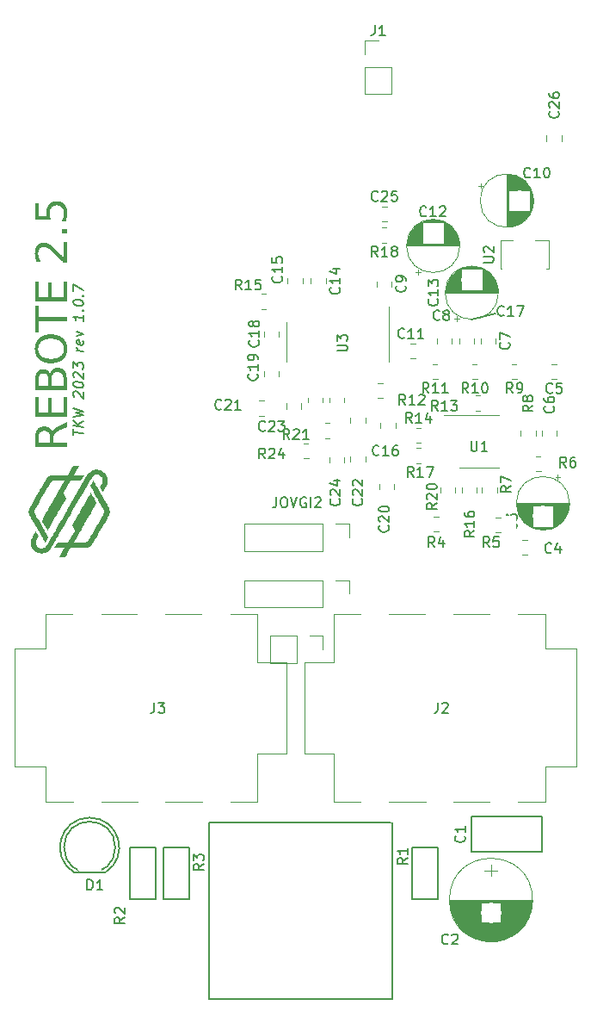
<source format=gto>
G04 #@! TF.GenerationSoftware,KiCad,Pcbnew,7.0.5.1-1-g8f565ef7f0-dirty-deb11*
G04 #@! TF.CreationDate,2023-08-10T18:48:41+00:00*
G04 #@! TF.ProjectId,rebote-smd,7265626f-7465-42d7-936d-642e6b696361,1.0.7*
G04 #@! TF.SameCoordinates,Original*
G04 #@! TF.FileFunction,Legend,Top*
G04 #@! TF.FilePolarity,Positive*
%FSLAX46Y46*%
G04 Gerber Fmt 4.6, Leading zero omitted, Abs format (unit mm)*
G04 Created by KiCad (PCBNEW 7.0.5.1-1-g8f565ef7f0-dirty-deb11) date 2023-08-10 18:48:41*
%MOMM*%
%LPD*%
G01*
G04 APERTURE LIST*
%ADD10C,0.150000*%
%ADD11C,0.120000*%
%ADD12R,2.600000X1.500000*%
%ADD13O,2.600000X1.500000*%
%ADD14R,2.000000X1.900000*%
%ADD15C,1.900000*%
%ADD16C,1.998980*%
%ADD17R,1.300000X1.300000*%
%ADD18C,1.300000*%
%ADD19O,3.000000X1.900000*%
%ADD20C,3.400000*%
%ADD21O,2.100000X2.100000*%
%ADD22C,2.000000*%
%ADD23C,2.300000*%
%ADD24C,2.398980*%
%ADD25C,1.700000*%
%ADD26C,1.924000*%
G04 APERTURE END LIST*
D10*
X162410000Y-83800000D02*
X160110000Y-84370000D01*
G36*
X120250000Y-94936217D02*
G01*
X119452791Y-95329692D01*
X119414595Y-95348709D01*
X119378041Y-95367657D01*
X119343131Y-95386536D01*
X119309863Y-95405347D01*
X119278238Y-95424088D01*
X119248257Y-95442762D01*
X119219918Y-95461366D01*
X119193222Y-95479902D01*
X119168169Y-95498369D01*
X119144759Y-95516767D01*
X119112724Y-95544236D01*
X119084386Y-95571550D01*
X119059744Y-95598710D01*
X119038799Y-95625715D01*
X119020598Y-95653426D01*
X119004186Y-95682979D01*
X118989565Y-95714374D01*
X118976735Y-95747611D01*
X118965695Y-95782690D01*
X118956445Y-95819610D01*
X118948985Y-95858373D01*
X118943316Y-95898977D01*
X118939437Y-95941423D01*
X118937845Y-95970743D01*
X118937049Y-96000883D01*
X118936950Y-96016259D01*
X118936950Y-96469818D01*
X120250000Y-96469818D01*
X120250000Y-96886008D01*
X117154954Y-96886008D01*
X117154954Y-96469818D01*
X117483217Y-96469818D01*
X118608688Y-96469818D01*
X118608688Y-95945917D01*
X118608129Y-95908851D01*
X118606455Y-95872942D01*
X118603664Y-95838189D01*
X118599757Y-95804592D01*
X118594734Y-95772152D01*
X118588595Y-95740868D01*
X118581339Y-95710740D01*
X118572967Y-95681769D01*
X118563479Y-95653953D01*
X118547153Y-95614399D01*
X118528316Y-95577446D01*
X118506968Y-95543095D01*
X118483108Y-95511346D01*
X118465806Y-95491625D01*
X118437693Y-95464127D01*
X118407210Y-95439333D01*
X118374358Y-95417243D01*
X118339135Y-95397859D01*
X118301543Y-95381180D01*
X118261580Y-95367205D01*
X118219248Y-95355935D01*
X118189710Y-95349924D01*
X118159119Y-95345116D01*
X118127474Y-95341509D01*
X118094776Y-95339105D01*
X118061025Y-95337903D01*
X118043754Y-95337752D01*
X118009487Y-95338354D01*
X117976297Y-95340157D01*
X117944183Y-95343162D01*
X117913145Y-95347370D01*
X117883183Y-95352779D01*
X117854298Y-95359391D01*
X117812987Y-95371562D01*
X117774098Y-95386439D01*
X117737631Y-95404020D01*
X117703585Y-95424306D01*
X117671960Y-95447297D01*
X117642757Y-95472992D01*
X117624633Y-95491625D01*
X117599360Y-95521640D01*
X117576574Y-95554257D01*
X117556273Y-95589475D01*
X117538457Y-95627295D01*
X117523128Y-95667716D01*
X117514290Y-95696110D01*
X117506556Y-95725659D01*
X117499927Y-95756365D01*
X117494403Y-95788227D01*
X117489984Y-95821246D01*
X117486669Y-95855421D01*
X117484459Y-95890752D01*
X117483355Y-95927240D01*
X117483217Y-95945917D01*
X117483217Y-96469818D01*
X117154954Y-96469818D01*
X117154954Y-95945917D01*
X117155171Y-95913206D01*
X117155821Y-95881019D01*
X117156905Y-95849356D01*
X117158423Y-95818216D01*
X117160374Y-95787601D01*
X117162759Y-95757509D01*
X117165578Y-95727940D01*
X117172516Y-95670375D01*
X117181189Y-95614906D01*
X117191596Y-95561531D01*
X117203737Y-95510251D01*
X117217613Y-95461067D01*
X117233224Y-95413978D01*
X117250569Y-95368984D01*
X117269648Y-95326085D01*
X117290462Y-95285281D01*
X117313011Y-95246572D01*
X117337294Y-95209959D01*
X117363312Y-95175440D01*
X117376971Y-95158967D01*
X117405607Y-95127468D01*
X117436013Y-95098001D01*
X117468187Y-95070567D01*
X117502130Y-95045165D01*
X117537842Y-95021795D01*
X117575323Y-95000457D01*
X117614572Y-94981151D01*
X117655591Y-94963878D01*
X117698378Y-94948636D01*
X117742934Y-94935427D01*
X117789259Y-94924250D01*
X117837353Y-94915105D01*
X117887216Y-94907993D01*
X117938848Y-94902912D01*
X117992248Y-94899864D01*
X118047418Y-94898848D01*
X118083576Y-94899375D01*
X118118962Y-94900955D01*
X118153574Y-94903588D01*
X118187414Y-94907274D01*
X118220482Y-94912014D01*
X118252776Y-94917807D01*
X118284298Y-94924654D01*
X118315047Y-94932554D01*
X118345023Y-94941507D01*
X118374226Y-94951513D01*
X118402656Y-94962573D01*
X118430314Y-94974685D01*
X118457199Y-94987852D01*
X118483311Y-95002071D01*
X118508650Y-95017344D01*
X118533217Y-95033670D01*
X118568312Y-95060031D01*
X118601335Y-95088556D01*
X118632283Y-95119245D01*
X118661158Y-95152097D01*
X118679256Y-95175201D01*
X118696432Y-95199267D01*
X118712686Y-95224294D01*
X118728019Y-95250283D01*
X118742431Y-95277234D01*
X118755920Y-95305146D01*
X118768488Y-95334020D01*
X118780135Y-95363856D01*
X118790859Y-95394653D01*
X118800662Y-95426413D01*
X118813623Y-95393005D01*
X118829788Y-95359826D01*
X118849160Y-95326876D01*
X118865792Y-95302314D01*
X118884228Y-95277881D01*
X118904467Y-95253576D01*
X118926509Y-95229400D01*
X118950354Y-95205353D01*
X118976002Y-95181435D01*
X118994103Y-95165561D01*
X119022827Y-95141787D01*
X119053497Y-95118000D01*
X119086111Y-95094200D01*
X119120670Y-95070387D01*
X119157174Y-95046561D01*
X119182591Y-95030670D01*
X119208872Y-95014773D01*
X119236017Y-94998871D01*
X119264027Y-94982962D01*
X119292901Y-94967048D01*
X119322639Y-94951129D01*
X119353242Y-94935203D01*
X119384709Y-94919272D01*
X119400767Y-94911304D01*
X120250000Y-94489253D01*
X120250000Y-94936217D01*
G37*
G36*
X117154954Y-93969748D02*
G01*
X117154954Y-92024354D01*
X117483217Y-92024354D01*
X117483217Y-93553558D01*
X118421109Y-93553558D01*
X118421109Y-92088101D01*
X118749371Y-92088101D01*
X118749371Y-93553558D01*
X119921737Y-93553558D01*
X119921737Y-91986985D01*
X120250000Y-91986985D01*
X120250000Y-93969748D01*
X117154954Y-93969748D01*
G37*
G36*
X119426679Y-89135569D02*
G01*
X119476753Y-89138858D01*
X119525345Y-89144339D01*
X119572455Y-89152012D01*
X119618081Y-89161878D01*
X119662225Y-89173937D01*
X119704887Y-89188188D01*
X119746065Y-89204631D01*
X119785762Y-89223267D01*
X119823975Y-89244096D01*
X119860706Y-89267117D01*
X119895954Y-89292330D01*
X119929720Y-89319736D01*
X119962003Y-89349334D01*
X119992803Y-89381125D01*
X120022121Y-89415108D01*
X120049716Y-89451023D01*
X120075530Y-89488793D01*
X120099564Y-89528417D01*
X120121818Y-89569897D01*
X120142291Y-89613231D01*
X120160984Y-89658419D01*
X120177897Y-89705463D01*
X120193030Y-89754361D01*
X120206382Y-89805114D01*
X120217954Y-89857721D01*
X120227746Y-89912184D01*
X120235757Y-89968501D01*
X120241988Y-90026673D01*
X120244436Y-90056454D01*
X120246439Y-90086699D01*
X120247997Y-90117408D01*
X120249109Y-90148580D01*
X120249777Y-90180217D01*
X120250000Y-90212316D01*
X120250000Y-91317271D01*
X117154954Y-91317271D01*
X117154954Y-90901081D01*
X117483217Y-90901081D01*
X118421109Y-90901081D01*
X118749371Y-90901081D01*
X119921737Y-90901081D01*
X119921737Y-90232833D01*
X119921173Y-90191562D01*
X119919482Y-90151649D01*
X119916662Y-90113092D01*
X119912715Y-90075891D01*
X119907641Y-90040048D01*
X119901438Y-90005561D01*
X119894108Y-89972431D01*
X119885650Y-89940657D01*
X119876065Y-89910240D01*
X119865351Y-89881180D01*
X119853510Y-89853477D01*
X119840542Y-89827130D01*
X119818974Y-89790154D01*
X119794869Y-89756230D01*
X119777390Y-89735310D01*
X119748848Y-89706371D01*
X119717626Y-89680278D01*
X119683726Y-89657032D01*
X119647147Y-89636632D01*
X119607889Y-89619079D01*
X119580228Y-89608958D01*
X119551377Y-89600102D01*
X119521335Y-89592512D01*
X119490103Y-89586186D01*
X119457680Y-89581126D01*
X119424066Y-89577330D01*
X119389261Y-89574800D01*
X119353266Y-89573535D01*
X119334822Y-89573377D01*
X119297887Y-89574010D01*
X119262190Y-89575907D01*
X119227729Y-89579070D01*
X119194504Y-89583498D01*
X119162516Y-89589191D01*
X119131764Y-89596149D01*
X119102249Y-89604372D01*
X119073970Y-89613860D01*
X119033870Y-89630465D01*
X118996553Y-89649916D01*
X118962017Y-89672213D01*
X118930264Y-89697357D01*
X118901292Y-89725347D01*
X118892254Y-89735310D01*
X118866719Y-89767199D01*
X118843696Y-89802140D01*
X118823185Y-89840134D01*
X118810906Y-89867159D01*
X118799743Y-89895541D01*
X118789697Y-89925279D01*
X118780766Y-89956374D01*
X118772953Y-89988826D01*
X118766255Y-90022635D01*
X118760674Y-90057800D01*
X118756209Y-90094322D01*
X118752860Y-90132201D01*
X118750627Y-90171436D01*
X118749511Y-90212028D01*
X118749371Y-90232833D01*
X118749371Y-90901081D01*
X118421109Y-90901081D01*
X118421109Y-90284856D01*
X118420657Y-90247361D01*
X118419300Y-90211080D01*
X118417039Y-90176012D01*
X118413873Y-90142158D01*
X118409803Y-90109517D01*
X118404829Y-90078090D01*
X118398950Y-90047876D01*
X118392166Y-90018876D01*
X118380295Y-89977651D01*
X118366389Y-89939157D01*
X118350448Y-89903394D01*
X118332472Y-89870361D01*
X118312461Y-89840059D01*
X118305338Y-89830565D01*
X118282562Y-89803852D01*
X118257648Y-89779766D01*
X118230595Y-89758308D01*
X118201405Y-89739477D01*
X118170077Y-89723274D01*
X118136610Y-89709699D01*
X118101005Y-89698751D01*
X118063263Y-89690430D01*
X118023382Y-89684737D01*
X117981363Y-89681672D01*
X117952163Y-89681088D01*
X117909105Y-89682402D01*
X117868134Y-89686343D01*
X117829249Y-89692912D01*
X117792451Y-89702108D01*
X117757739Y-89713932D01*
X117725114Y-89728383D01*
X117694576Y-89745462D01*
X117666124Y-89765169D01*
X117639759Y-89787503D01*
X117615480Y-89812464D01*
X117600453Y-89830565D01*
X117579502Y-89859957D01*
X117560611Y-89892080D01*
X117543781Y-89926933D01*
X117529012Y-89964517D01*
X117516304Y-90004831D01*
X117508977Y-90033224D01*
X117502565Y-90062831D01*
X117497070Y-90093652D01*
X117492490Y-90125685D01*
X117488826Y-90158933D01*
X117486079Y-90193394D01*
X117484247Y-90229069D01*
X117483331Y-90265957D01*
X117483217Y-90284856D01*
X117483217Y-90901081D01*
X117154954Y-90901081D01*
X117154954Y-90253349D01*
X117155147Y-90223841D01*
X117156686Y-90166104D01*
X117159766Y-90110073D01*
X117164386Y-90055749D01*
X117170545Y-90003129D01*
X117178245Y-89952216D01*
X117187484Y-89903009D01*
X117198263Y-89855508D01*
X117210582Y-89809712D01*
X117224441Y-89765622D01*
X117239840Y-89723239D01*
X117256778Y-89682561D01*
X117275257Y-89643589D01*
X117295275Y-89606323D01*
X117316833Y-89570762D01*
X117339932Y-89536908D01*
X117352058Y-89520621D01*
X117377254Y-89489388D01*
X117403750Y-89460170D01*
X117431545Y-89432968D01*
X117460639Y-89407780D01*
X117491033Y-89384608D01*
X117522727Y-89363450D01*
X117555719Y-89344308D01*
X117590012Y-89327180D01*
X117625603Y-89312068D01*
X117662495Y-89298970D01*
X117700685Y-89287888D01*
X117740175Y-89278820D01*
X117780965Y-89271768D01*
X117823054Y-89266730D01*
X117866442Y-89263708D01*
X117911130Y-89262700D01*
X117945852Y-89263215D01*
X117979674Y-89264761D01*
X118012599Y-89267337D01*
X118044624Y-89270943D01*
X118075751Y-89275580D01*
X118105979Y-89281247D01*
X118135308Y-89287945D01*
X118163738Y-89295673D01*
X118204699Y-89309197D01*
X118243637Y-89325039D01*
X118280553Y-89343200D01*
X118315447Y-89363679D01*
X118348319Y-89386477D01*
X118358827Y-89394591D01*
X118388782Y-89420403D01*
X118416547Y-89448378D01*
X118442122Y-89478517D01*
X118465508Y-89510820D01*
X118486704Y-89545287D01*
X118505711Y-89581918D01*
X118522528Y-89620712D01*
X118537155Y-89661671D01*
X118545690Y-89690179D01*
X118553252Y-89719648D01*
X118559841Y-89750079D01*
X118565457Y-89781472D01*
X118574361Y-89743631D01*
X118584404Y-89706860D01*
X118595587Y-89671159D01*
X118607909Y-89636529D01*
X118621370Y-89602970D01*
X118635970Y-89570480D01*
X118651710Y-89539062D01*
X118668588Y-89508714D01*
X118686606Y-89479436D01*
X118705763Y-89451229D01*
X118726059Y-89424092D01*
X118747494Y-89398026D01*
X118770068Y-89373030D01*
X118793782Y-89349105D01*
X118818634Y-89326250D01*
X118844626Y-89304466D01*
X118871600Y-89283881D01*
X118899398Y-89264624D01*
X118928020Y-89246695D01*
X118957466Y-89230094D01*
X118987737Y-89214821D01*
X119018832Y-89200876D01*
X119050752Y-89188259D01*
X119083496Y-89176971D01*
X119117064Y-89167010D01*
X119151456Y-89158378D01*
X119186673Y-89151074D01*
X119222714Y-89145097D01*
X119259579Y-89140449D01*
X119297269Y-89137129D01*
X119335783Y-89135137D01*
X119375122Y-89134473D01*
X119426679Y-89135569D01*
G37*
G36*
X118748352Y-85841969D02*
G01*
X118792923Y-85843105D01*
X118836921Y-85844997D01*
X118880347Y-85847647D01*
X118923200Y-85851054D01*
X118965481Y-85855218D01*
X119007189Y-85860138D01*
X119048325Y-85865816D01*
X119088888Y-85872251D01*
X119128879Y-85879443D01*
X119168298Y-85887393D01*
X119207144Y-85896099D01*
X119245417Y-85905562D01*
X119283118Y-85915782D01*
X119320247Y-85926760D01*
X119356803Y-85938494D01*
X119392787Y-85950985D01*
X119428199Y-85964234D01*
X119463038Y-85978239D01*
X119497304Y-85993002D01*
X119530998Y-86008522D01*
X119564120Y-86024798D01*
X119596669Y-86041832D01*
X119628646Y-86059623D01*
X119660050Y-86078171D01*
X119690882Y-86097476D01*
X119721141Y-86117538D01*
X119750828Y-86138357D01*
X119779943Y-86159933D01*
X119808485Y-86182266D01*
X119836454Y-86205357D01*
X119863852Y-86229204D01*
X119890494Y-86253683D01*
X119916290Y-86278669D01*
X119941241Y-86304161D01*
X119965346Y-86330160D01*
X119988605Y-86356666D01*
X120011018Y-86383678D01*
X120032586Y-86411197D01*
X120053308Y-86439222D01*
X120073184Y-86467754D01*
X120092214Y-86496793D01*
X120110398Y-86526338D01*
X120127737Y-86556390D01*
X120144230Y-86586949D01*
X120159877Y-86618014D01*
X120174678Y-86649586D01*
X120188633Y-86681664D01*
X120201743Y-86714249D01*
X120214007Y-86747340D01*
X120225425Y-86780939D01*
X120235998Y-86815043D01*
X120245724Y-86849655D01*
X120254605Y-86884773D01*
X120262640Y-86920397D01*
X120269829Y-86956529D01*
X120276172Y-86993166D01*
X120281670Y-87030311D01*
X120286322Y-87067962D01*
X120290128Y-87106120D01*
X120293088Y-87144784D01*
X120295203Y-87183955D01*
X120296471Y-87223633D01*
X120296894Y-87263817D01*
X120296472Y-87304137D01*
X120295205Y-87343947D01*
X120293095Y-87383249D01*
X120290139Y-87422040D01*
X120286340Y-87460322D01*
X120281696Y-87498095D01*
X120276207Y-87535358D01*
X120269875Y-87572112D01*
X120262698Y-87608357D01*
X120254676Y-87644091D01*
X120245811Y-87679317D01*
X120236101Y-87714033D01*
X120225546Y-87748239D01*
X120214147Y-87781936D01*
X120201904Y-87815123D01*
X120188817Y-87847801D01*
X120174885Y-87879970D01*
X120160109Y-87911629D01*
X120144488Y-87942778D01*
X120128023Y-87973418D01*
X120110714Y-88003549D01*
X120092560Y-88033170D01*
X120073562Y-88062282D01*
X120053720Y-88090884D01*
X120033033Y-88118977D01*
X120011502Y-88146560D01*
X119989127Y-88173634D01*
X119965907Y-88200198D01*
X119941843Y-88226253D01*
X119916934Y-88251798D01*
X119891181Y-88276834D01*
X119864584Y-88301360D01*
X119837275Y-88325253D01*
X119809386Y-88348387D01*
X119780918Y-88370762D01*
X119751870Y-88392379D01*
X119722242Y-88413237D01*
X119692035Y-88433337D01*
X119661249Y-88452679D01*
X119629882Y-88471262D01*
X119597936Y-88489086D01*
X119565411Y-88506152D01*
X119532305Y-88522460D01*
X119498621Y-88538009D01*
X119464356Y-88552799D01*
X119429512Y-88566831D01*
X119394089Y-88580105D01*
X119358086Y-88592620D01*
X119321503Y-88604376D01*
X119284341Y-88615375D01*
X119246599Y-88625614D01*
X119208277Y-88635095D01*
X119169376Y-88643818D01*
X119129895Y-88651782D01*
X119089835Y-88658988D01*
X119049195Y-88665435D01*
X119007975Y-88671123D01*
X118966176Y-88676054D01*
X118923797Y-88680225D01*
X118880839Y-88683639D01*
X118837301Y-88686293D01*
X118793183Y-88688189D01*
X118748486Y-88689327D01*
X118703210Y-88689706D01*
X118657977Y-88689327D01*
X118613322Y-88688189D01*
X118569243Y-88686293D01*
X118525740Y-88683639D01*
X118482815Y-88680225D01*
X118440466Y-88676054D01*
X118398694Y-88671123D01*
X118357499Y-88665435D01*
X118316881Y-88658988D01*
X118276839Y-88651782D01*
X118237374Y-88643818D01*
X118198486Y-88635095D01*
X118160174Y-88625614D01*
X118122439Y-88615375D01*
X118085281Y-88604376D01*
X118048700Y-88592620D01*
X118012695Y-88580105D01*
X117977267Y-88566831D01*
X117942416Y-88552799D01*
X117908142Y-88538009D01*
X117874444Y-88522460D01*
X117841323Y-88506152D01*
X117808779Y-88489086D01*
X117776812Y-88471262D01*
X117745421Y-88452679D01*
X117714607Y-88433337D01*
X117684370Y-88413237D01*
X117654709Y-88392379D01*
X117625626Y-88370762D01*
X117597119Y-88348387D01*
X117569188Y-88325253D01*
X117541835Y-88301360D01*
X117515147Y-88276834D01*
X117489307Y-88251798D01*
X117464314Y-88226253D01*
X117440169Y-88200198D01*
X117416870Y-88173634D01*
X117394419Y-88146560D01*
X117372815Y-88118977D01*
X117352058Y-88090884D01*
X117332149Y-88062282D01*
X117313086Y-88033170D01*
X117294871Y-88003549D01*
X117277503Y-87973418D01*
X117260982Y-87942778D01*
X117245309Y-87911629D01*
X117230482Y-87879970D01*
X117216503Y-87847801D01*
X117203371Y-87815123D01*
X117191087Y-87781936D01*
X117179649Y-87748239D01*
X117169059Y-87714033D01*
X117159316Y-87679317D01*
X117150420Y-87644091D01*
X117142372Y-87608357D01*
X117135170Y-87572112D01*
X117128816Y-87535358D01*
X117123309Y-87498095D01*
X117118650Y-87460322D01*
X117114837Y-87422040D01*
X117111872Y-87383249D01*
X117109754Y-87343947D01*
X117108483Y-87304137D01*
X117108060Y-87263817D01*
X117108068Y-87263084D01*
X117436322Y-87263084D01*
X117437650Y-87319049D01*
X117441634Y-87373554D01*
X117448275Y-87426600D01*
X117457571Y-87478186D01*
X117469524Y-87528312D01*
X117484132Y-87576978D01*
X117501397Y-87624185D01*
X117521318Y-87669931D01*
X117543896Y-87714219D01*
X117569129Y-87757046D01*
X117597018Y-87798414D01*
X117627564Y-87838322D01*
X117660766Y-87876770D01*
X117696624Y-87913758D01*
X117735138Y-87949287D01*
X117776308Y-87983356D01*
X117819771Y-88015653D01*
X117865163Y-88045867D01*
X117912484Y-88073997D01*
X117961734Y-88100043D01*
X118012913Y-88124006D01*
X118066022Y-88145884D01*
X118121060Y-88165680D01*
X118149302Y-88174796D01*
X118178026Y-88183391D01*
X118207233Y-88191465D01*
X118236922Y-88199019D01*
X118267094Y-88206051D01*
X118297747Y-88212563D01*
X118328883Y-88218553D01*
X118360502Y-88224023D01*
X118392602Y-88228972D01*
X118425185Y-88233400D01*
X118458250Y-88237307D01*
X118491797Y-88240693D01*
X118525827Y-88243558D01*
X118560339Y-88245902D01*
X118595333Y-88247725D01*
X118630810Y-88249027D01*
X118666768Y-88249809D01*
X118703210Y-88250069D01*
X118739560Y-88249809D01*
X118775432Y-88249027D01*
X118810824Y-88247725D01*
X118845737Y-88245902D01*
X118880170Y-88243558D01*
X118914124Y-88240693D01*
X118947598Y-88237307D01*
X118980593Y-88233400D01*
X119013109Y-88228972D01*
X119045145Y-88224023D01*
X119076701Y-88218553D01*
X119107779Y-88212563D01*
X119138377Y-88206051D01*
X119168495Y-88199019D01*
X119198134Y-88191465D01*
X119227294Y-88183391D01*
X119255974Y-88174796D01*
X119284175Y-88165680D01*
X119311896Y-88156042D01*
X119365900Y-88135205D01*
X119417987Y-88112285D01*
X119468156Y-88087280D01*
X119516407Y-88060192D01*
X119562741Y-88031021D01*
X119607157Y-87999765D01*
X119628646Y-87983356D01*
X119669816Y-87949287D01*
X119708330Y-87913758D01*
X119744188Y-87876770D01*
X119777390Y-87838322D01*
X119807935Y-87798414D01*
X119835825Y-87757046D01*
X119861058Y-87714219D01*
X119883635Y-87669931D01*
X119903556Y-87624185D01*
X119920821Y-87576978D01*
X119935430Y-87528312D01*
X119947383Y-87478186D01*
X119956679Y-87426600D01*
X119963319Y-87373554D01*
X119967304Y-87319049D01*
X119968632Y-87263084D01*
X119967304Y-87207216D01*
X119963319Y-87152820D01*
X119956679Y-87099894D01*
X119947383Y-87048440D01*
X119935430Y-86998457D01*
X119920821Y-86949946D01*
X119903556Y-86902905D01*
X119883635Y-86857336D01*
X119861058Y-86813237D01*
X119835825Y-86770610D01*
X119807935Y-86729454D01*
X119777390Y-86689770D01*
X119744188Y-86651556D01*
X119708330Y-86614814D01*
X119669816Y-86579543D01*
X119628646Y-86545743D01*
X119585189Y-86513623D01*
X119539814Y-86483575D01*
X119492521Y-86455600D01*
X119443311Y-86429697D01*
X119392183Y-86405866D01*
X119339138Y-86384107D01*
X119284175Y-86364421D01*
X119255974Y-86355355D01*
X119227294Y-86346807D01*
X119198134Y-86338777D01*
X119168495Y-86331265D01*
X119138377Y-86324271D01*
X119107779Y-86317795D01*
X119076701Y-86311838D01*
X119045145Y-86306398D01*
X119013109Y-86301476D01*
X118980593Y-86297073D01*
X118947598Y-86293187D01*
X118914124Y-86289820D01*
X118880170Y-86286971D01*
X118845737Y-86284639D01*
X118810824Y-86282826D01*
X118775432Y-86281531D01*
X118739560Y-86280754D01*
X118703210Y-86280495D01*
X118666768Y-86280754D01*
X118630810Y-86281531D01*
X118595333Y-86282826D01*
X118560339Y-86284639D01*
X118525827Y-86286971D01*
X118491797Y-86289820D01*
X118458250Y-86293187D01*
X118425185Y-86297073D01*
X118392602Y-86301476D01*
X118360502Y-86306398D01*
X118328883Y-86311838D01*
X118297747Y-86317795D01*
X118267094Y-86324271D01*
X118236922Y-86331265D01*
X118207233Y-86338777D01*
X118178026Y-86346807D01*
X118149302Y-86355355D01*
X118121060Y-86364421D01*
X118093300Y-86374005D01*
X118039227Y-86394728D01*
X117987083Y-86417522D01*
X117936868Y-86442389D01*
X117888582Y-86469329D01*
X117842226Y-86498340D01*
X117797798Y-86529424D01*
X117776308Y-86545743D01*
X117735138Y-86579543D01*
X117696624Y-86614814D01*
X117660766Y-86651556D01*
X117627564Y-86689770D01*
X117597018Y-86729454D01*
X117569129Y-86770610D01*
X117543896Y-86813237D01*
X117521318Y-86857336D01*
X117501397Y-86902905D01*
X117484132Y-86949946D01*
X117469524Y-86998457D01*
X117457571Y-87048440D01*
X117448275Y-87099894D01*
X117441634Y-87152820D01*
X117437650Y-87207216D01*
X117436322Y-87263084D01*
X117108068Y-87263084D01*
X117108483Y-87223633D01*
X117109754Y-87183955D01*
X117111872Y-87144784D01*
X117114837Y-87106120D01*
X117118650Y-87067962D01*
X117123309Y-87030311D01*
X117128816Y-86993166D01*
X117135170Y-86956529D01*
X117142372Y-86920397D01*
X117150420Y-86884773D01*
X117159316Y-86849655D01*
X117169059Y-86815043D01*
X117179649Y-86780939D01*
X117191087Y-86747340D01*
X117203371Y-86714249D01*
X117216503Y-86681664D01*
X117230482Y-86649586D01*
X117245309Y-86618014D01*
X117260982Y-86586949D01*
X117277503Y-86556390D01*
X117294871Y-86526338D01*
X117313086Y-86496793D01*
X117332149Y-86467754D01*
X117352058Y-86439222D01*
X117372815Y-86411197D01*
X117394419Y-86383678D01*
X117416870Y-86356666D01*
X117440169Y-86330160D01*
X117464314Y-86304161D01*
X117489307Y-86278669D01*
X117515147Y-86253683D01*
X117541835Y-86229204D01*
X117569188Y-86205357D01*
X117597119Y-86182266D01*
X117625626Y-86159933D01*
X117654709Y-86138357D01*
X117684370Y-86117538D01*
X117714607Y-86097476D01*
X117745421Y-86078171D01*
X117776812Y-86059623D01*
X117808779Y-86041832D01*
X117841323Y-86024798D01*
X117874444Y-86008522D01*
X117908142Y-85993002D01*
X117942416Y-85978239D01*
X117977267Y-85964234D01*
X118012695Y-85950985D01*
X118048700Y-85938494D01*
X118085281Y-85926760D01*
X118122439Y-85915782D01*
X118160174Y-85905562D01*
X118198486Y-85896099D01*
X118237374Y-85887393D01*
X118276839Y-85879443D01*
X118316881Y-85872251D01*
X118357499Y-85865816D01*
X118398694Y-85860138D01*
X118440466Y-85855218D01*
X118482815Y-85851054D01*
X118525740Y-85847647D01*
X118569243Y-85844997D01*
X118613322Y-85843105D01*
X118657977Y-85841969D01*
X118703210Y-85841591D01*
X118748352Y-85841969D01*
G37*
G36*
X117154954Y-85632763D02*
G01*
X117154954Y-83030111D01*
X117483217Y-83030111D01*
X117483217Y-84121877D01*
X120250000Y-84121877D01*
X120250000Y-84540265D01*
X117483217Y-84540265D01*
X117483217Y-85632763D01*
X117154954Y-85632763D01*
G37*
G36*
X117154954Y-82641765D02*
G01*
X117154954Y-80696371D01*
X117483217Y-80696371D01*
X117483217Y-82225575D01*
X118421109Y-82225575D01*
X118421109Y-80760118D01*
X118749371Y-80760118D01*
X118749371Y-82225575D01*
X119921737Y-82225575D01*
X119921737Y-80659002D01*
X120250000Y-80659002D01*
X120250000Y-82641765D01*
X117154954Y-82641765D01*
G37*
G36*
X119921737Y-78260048D02*
G01*
X119921737Y-76807048D01*
X120250000Y-76807048D01*
X120250000Y-78760502D01*
X119921737Y-78760502D01*
X119889743Y-78730245D01*
X119856410Y-78698644D01*
X119821737Y-78665697D01*
X119785724Y-78631404D01*
X119748372Y-78595767D01*
X119709681Y-78558784D01*
X119669650Y-78520456D01*
X119628279Y-78480783D01*
X119607092Y-78460442D01*
X119585569Y-78439764D01*
X119563712Y-78418751D01*
X119541520Y-78397401D01*
X119518993Y-78375714D01*
X119496131Y-78353692D01*
X119472934Y-78331333D01*
X119449402Y-78308637D01*
X119425535Y-78285606D01*
X119401334Y-78262238D01*
X119376797Y-78238534D01*
X119351926Y-78214493D01*
X119326720Y-78190116D01*
X119301179Y-78165403D01*
X119275303Y-78140354D01*
X119249092Y-78114968D01*
X119222962Y-78089665D01*
X119197418Y-78064957D01*
X119172461Y-78040842D01*
X119148090Y-78017321D01*
X119124307Y-77994393D01*
X119101110Y-77972060D01*
X119078500Y-77950321D01*
X119056476Y-77929176D01*
X119035040Y-77908624D01*
X118993927Y-77869303D01*
X118955161Y-77832357D01*
X118918742Y-77797788D01*
X118884670Y-77765593D01*
X118852945Y-77735775D01*
X118823567Y-77708332D01*
X118796537Y-77683264D01*
X118771853Y-77660573D01*
X118749516Y-77640257D01*
X118720411Y-77614237D01*
X118703942Y-77599860D01*
X118675549Y-77575417D01*
X118647705Y-77551912D01*
X118620411Y-77529346D01*
X118593667Y-77507719D01*
X118567472Y-77487031D01*
X118541826Y-77467282D01*
X118516730Y-77448471D01*
X118492184Y-77430600D01*
X118468187Y-77413667D01*
X118433222Y-77390028D01*
X118399494Y-77368501D01*
X118367002Y-77349086D01*
X118335746Y-77331784D01*
X118315596Y-77321423D01*
X118285828Y-77307150D01*
X118256151Y-77294281D01*
X118226563Y-77282815D01*
X118197066Y-77272754D01*
X118167659Y-77264096D01*
X118138342Y-77256843D01*
X118109115Y-77250993D01*
X118079978Y-77246547D01*
X118041269Y-77242804D01*
X118002721Y-77241556D01*
X117971760Y-77242228D01*
X117941527Y-77244246D01*
X117912020Y-77247609D01*
X117869123Y-77255176D01*
X117827862Y-77265770D01*
X117788237Y-77279391D01*
X117750247Y-77296038D01*
X117713894Y-77315712D01*
X117679176Y-77338413D01*
X117646093Y-77364141D01*
X117614647Y-77392896D01*
X117594591Y-77413747D01*
X117566307Y-77446947D01*
X117540804Y-77481977D01*
X117518084Y-77518835D01*
X117498146Y-77557522D01*
X117480990Y-77598038D01*
X117471098Y-77626065D01*
X117462443Y-77654905D01*
X117455024Y-77684557D01*
X117448841Y-77715023D01*
X117443895Y-77746301D01*
X117440186Y-77778392D01*
X117437713Y-77811296D01*
X117436476Y-77845013D01*
X117436322Y-77862177D01*
X117436940Y-77899052D01*
X117438795Y-77936314D01*
X117441886Y-77973962D01*
X117446214Y-78011997D01*
X117451778Y-78050418D01*
X117458579Y-78089225D01*
X117466616Y-78128419D01*
X117475889Y-78167999D01*
X117486399Y-78207966D01*
X117498146Y-78248319D01*
X117506664Y-78275436D01*
X117520347Y-78316373D01*
X117535292Y-78357850D01*
X117545956Y-78385803D01*
X117557182Y-78413996D01*
X117568969Y-78442429D01*
X117581316Y-78471103D01*
X117594225Y-78500017D01*
X117607695Y-78529172D01*
X117621725Y-78558567D01*
X117636317Y-78588202D01*
X117651469Y-78618078D01*
X117667183Y-78648194D01*
X117683457Y-78678551D01*
X117700293Y-78709148D01*
X117717690Y-78739986D01*
X117295638Y-78739986D01*
X117284186Y-78708699D01*
X117273095Y-78677669D01*
X117262365Y-78646898D01*
X117251995Y-78616383D01*
X117241986Y-78586127D01*
X117232337Y-78556128D01*
X117223049Y-78526387D01*
X117214122Y-78496903D01*
X117205555Y-78467677D01*
X117197349Y-78438708D01*
X117189504Y-78409997D01*
X117182019Y-78381544D01*
X117171468Y-78339347D01*
X117161729Y-78297729D01*
X117155687Y-78270307D01*
X117147175Y-78229563D01*
X117139501Y-78189489D01*
X117132664Y-78150085D01*
X117126664Y-78111350D01*
X117121501Y-78073286D01*
X117117176Y-78035891D01*
X117113687Y-77999166D01*
X117111036Y-77963110D01*
X117109222Y-77927724D01*
X117108246Y-77893009D01*
X117108060Y-77870237D01*
X117108296Y-77840522D01*
X117109004Y-77811186D01*
X117111838Y-77753653D01*
X117116560Y-77697636D01*
X117123172Y-77643137D01*
X117131673Y-77590154D01*
X117142063Y-77538689D01*
X117154342Y-77488740D01*
X117168510Y-77440308D01*
X117184567Y-77393394D01*
X117202513Y-77347996D01*
X117222348Y-77304115D01*
X117244072Y-77261752D01*
X117267686Y-77220905D01*
X117293188Y-77181575D01*
X117320579Y-77143762D01*
X117349860Y-77107466D01*
X117380720Y-77073040D01*
X117412852Y-77040834D01*
X117446254Y-77010849D01*
X117480927Y-76983086D01*
X117516871Y-76957543D01*
X117554085Y-76934222D01*
X117592571Y-76913122D01*
X117632327Y-76894242D01*
X117673354Y-76877584D01*
X117715652Y-76863147D01*
X117759220Y-76850931D01*
X117804060Y-76840936D01*
X117850170Y-76833163D01*
X117897552Y-76827610D01*
X117946204Y-76824278D01*
X117996127Y-76823168D01*
X118031817Y-76823792D01*
X118067173Y-76825666D01*
X118102193Y-76828790D01*
X118136879Y-76833163D01*
X118171230Y-76838785D01*
X118205246Y-76845656D01*
X118238927Y-76853777D01*
X118272274Y-76863147D01*
X118305285Y-76873767D01*
X118337962Y-76885636D01*
X118359560Y-76894242D01*
X118392380Y-76908593D01*
X118426270Y-76924991D01*
X118461228Y-76943437D01*
X118497256Y-76963932D01*
X118534352Y-76986474D01*
X118559677Y-77002640D01*
X118585477Y-77019716D01*
X118611752Y-77037702D01*
X118638503Y-77056598D01*
X118665728Y-77076405D01*
X118693429Y-77097122D01*
X118721604Y-77118749D01*
X118750255Y-77141286D01*
X118764759Y-77152896D01*
X118789327Y-77174434D01*
X118816994Y-77199598D01*
X118842417Y-77223100D01*
X118871845Y-77250569D01*
X118893690Y-77271085D01*
X118917314Y-77293365D01*
X118942719Y-77317407D01*
X118969905Y-77343213D01*
X118998871Y-77370782D01*
X119029617Y-77400114D01*
X119062143Y-77431209D01*
X119096449Y-77464068D01*
X119114270Y-77481158D01*
X119151256Y-77516572D01*
X119190039Y-77553755D01*
X119230620Y-77592707D01*
X119272998Y-77633428D01*
X119294861Y-77654452D01*
X119317173Y-77675918D01*
X119339935Y-77697826D01*
X119363146Y-77720176D01*
X119386807Y-77742969D01*
X119410917Y-77766204D01*
X119435476Y-77789881D01*
X119460484Y-77814000D01*
X119485943Y-77838561D01*
X119511850Y-77863565D01*
X119538207Y-77889011D01*
X119565013Y-77914899D01*
X119592268Y-77941229D01*
X119619973Y-77968002D01*
X119648127Y-77995216D01*
X119676731Y-78022873D01*
X119705784Y-78050972D01*
X119735286Y-78079514D01*
X119765238Y-78108497D01*
X119795639Y-78137923D01*
X119826490Y-78167791D01*
X119857789Y-78198101D01*
X119889539Y-78228854D01*
X119921737Y-78260048D01*
G37*
G36*
X119734159Y-75948290D02*
G01*
X119734159Y-75513782D01*
X120250000Y-75513782D01*
X120250000Y-75948290D01*
X119734159Y-75948290D01*
G37*
G36*
X117154954Y-74610327D02*
G01*
X117154954Y-72976343D01*
X117483217Y-72976343D01*
X117483217Y-74229309D01*
X118291416Y-74229309D01*
X118282826Y-74200933D01*
X118274915Y-74172594D01*
X118266320Y-74138633D01*
X118258704Y-74104725D01*
X118252066Y-74070868D01*
X118248185Y-74048325D01*
X118243205Y-74014253D01*
X118239255Y-73980181D01*
X118236336Y-73946109D01*
X118234446Y-73912037D01*
X118233588Y-73877965D01*
X118233531Y-73866608D01*
X118233802Y-73834623D01*
X118234618Y-73803058D01*
X118235978Y-73771912D01*
X118237881Y-73741185D01*
X118240328Y-73710878D01*
X118243319Y-73680990D01*
X118246854Y-73651521D01*
X118250933Y-73622472D01*
X118260722Y-73565631D01*
X118272686Y-73510468D01*
X118286825Y-73456981D01*
X118303140Y-73405172D01*
X118321630Y-73355040D01*
X118342295Y-73306586D01*
X118365135Y-73259809D01*
X118390151Y-73214709D01*
X118417342Y-73171286D01*
X118446709Y-73129540D01*
X118478250Y-73089472D01*
X118511967Y-73051081D01*
X118547453Y-73014614D01*
X118584485Y-72980499D01*
X118623062Y-72948737D01*
X118663184Y-72919327D01*
X118704852Y-72892271D01*
X118748066Y-72867567D01*
X118792826Y-72845216D01*
X118839131Y-72825218D01*
X118886981Y-72807572D01*
X118936378Y-72792279D01*
X118987319Y-72779339D01*
X119039807Y-72768752D01*
X119093840Y-72760517D01*
X119149418Y-72754635D01*
X119206543Y-72751106D01*
X119265212Y-72749930D01*
X119295591Y-72750232D01*
X119325542Y-72751138D01*
X119355067Y-72752647D01*
X119412839Y-72757479D01*
X119468904Y-72764726D01*
X119523263Y-72774389D01*
X119575916Y-72786467D01*
X119626864Y-72800962D01*
X119676106Y-72817872D01*
X119723641Y-72837197D01*
X119769471Y-72858939D01*
X119813595Y-72883096D01*
X119856013Y-72909669D01*
X119896726Y-72938657D01*
X119935732Y-72970062D01*
X119973032Y-73003882D01*
X120008627Y-73040117D01*
X120025785Y-73059141D01*
X120058614Y-73098783D01*
X120089326Y-73140405D01*
X120117919Y-73184008D01*
X120144395Y-73229592D01*
X120168752Y-73277157D01*
X120190992Y-73326702D01*
X120211113Y-73378227D01*
X120229117Y-73431734D01*
X120245002Y-73487221D01*
X120252150Y-73515707D01*
X120258769Y-73544688D01*
X120264859Y-73574165D01*
X120270419Y-73604137D01*
X120275449Y-73634604D01*
X120279950Y-73665566D01*
X120283921Y-73697023D01*
X120287363Y-73728975D01*
X120290275Y-73761423D01*
X120292658Y-73794366D01*
X120294511Y-73827803D01*
X120295835Y-73861737D01*
X120296629Y-73896165D01*
X120296894Y-73931088D01*
X120296585Y-73967423D01*
X120295658Y-74003886D01*
X120294112Y-74040478D01*
X120291948Y-74077199D01*
X120289166Y-74114048D01*
X120285766Y-74151027D01*
X120281747Y-74188134D01*
X120277110Y-74225370D01*
X120271855Y-74262735D01*
X120265982Y-74300229D01*
X120261723Y-74325296D01*
X120254819Y-74363062D01*
X120247298Y-74401073D01*
X120239157Y-74439329D01*
X120230399Y-74477830D01*
X120221022Y-74516575D01*
X120211028Y-74555565D01*
X120200414Y-74594799D01*
X120189183Y-74634279D01*
X120177333Y-74674003D01*
X120164866Y-74713971D01*
X120156210Y-74740753D01*
X119734159Y-74740753D01*
X119755881Y-74705885D01*
X119776534Y-74670798D01*
X119796118Y-74635491D01*
X119814633Y-74599966D01*
X119832079Y-74564222D01*
X119848456Y-74528259D01*
X119863764Y-74492077D01*
X119878002Y-74455676D01*
X119891172Y-74419056D01*
X119903273Y-74382217D01*
X119910746Y-74357536D01*
X119921091Y-74320242D01*
X119930418Y-74282549D01*
X119938728Y-74244456D01*
X119946020Y-74205964D01*
X119952295Y-74167073D01*
X119957552Y-74127783D01*
X119961792Y-74088093D01*
X119965014Y-74048004D01*
X119967219Y-74007516D01*
X119968406Y-73966628D01*
X119968632Y-73939148D01*
X119967893Y-73895124D01*
X119965678Y-73852263D01*
X119961986Y-73810563D01*
X119956816Y-73770025D01*
X119950170Y-73730650D01*
X119942047Y-73692436D01*
X119932448Y-73655385D01*
X119921371Y-73619495D01*
X119908817Y-73584768D01*
X119894786Y-73551203D01*
X119879279Y-73518800D01*
X119862295Y-73487558D01*
X119843833Y-73457479D01*
X119823895Y-73428562D01*
X119802480Y-73400807D01*
X119779588Y-73374214D01*
X119755339Y-73349015D01*
X119730037Y-73325442D01*
X119703682Y-73303495D01*
X119676273Y-73283173D01*
X119647811Y-73264477D01*
X119618296Y-73247407D01*
X119587727Y-73231962D01*
X119556106Y-73218143D01*
X119523430Y-73205950D01*
X119489702Y-73195383D01*
X119454920Y-73186441D01*
X119419085Y-73179125D01*
X119382197Y-73173435D01*
X119344255Y-73169371D01*
X119305261Y-73166932D01*
X119265212Y-73166120D01*
X119225167Y-73166932D01*
X119186181Y-73169371D01*
X119148253Y-73173435D01*
X119111385Y-73179125D01*
X119075576Y-73186441D01*
X119040826Y-73195383D01*
X119007134Y-73205950D01*
X118974502Y-73218143D01*
X118942929Y-73231962D01*
X118912415Y-73247407D01*
X118882960Y-73264477D01*
X118854564Y-73283173D01*
X118827227Y-73303495D01*
X118800949Y-73325442D01*
X118775730Y-73349015D01*
X118751570Y-73374214D01*
X118728589Y-73400804D01*
X118707091Y-73428551D01*
X118687075Y-73457454D01*
X118668542Y-73487513D01*
X118651492Y-73518728D01*
X118635924Y-73551100D01*
X118621839Y-73584628D01*
X118609237Y-73619312D01*
X118598117Y-73655153D01*
X118588480Y-73692150D01*
X118580326Y-73730303D01*
X118573654Y-73769613D01*
X118568465Y-73810079D01*
X118564758Y-73851702D01*
X118562534Y-73894480D01*
X118561793Y-73938415D01*
X118562096Y-73969733D01*
X118563004Y-74001038D01*
X118564517Y-74032330D01*
X118566636Y-74063609D01*
X118569360Y-74094875D01*
X118572689Y-74126128D01*
X118576624Y-74157369D01*
X118581164Y-74188596D01*
X118586310Y-74219811D01*
X118592061Y-74251013D01*
X118596231Y-74271807D01*
X118602892Y-74302921D01*
X118610236Y-74334163D01*
X118618262Y-74365535D01*
X118626971Y-74397035D01*
X118636363Y-74428664D01*
X118646437Y-74460422D01*
X118657194Y-74492308D01*
X118668634Y-74524323D01*
X118680756Y-74556468D01*
X118693561Y-74588741D01*
X118702477Y-74610327D01*
X117154954Y-74610327D01*
G37*
X120879819Y-95737030D02*
X120879819Y-95165601D01*
X121879819Y-95576316D02*
X120879819Y-95451316D01*
X121879819Y-94957268D02*
X120879819Y-94832268D01*
X121879819Y-94385839D02*
X121308390Y-94742982D01*
X120879819Y-94260839D02*
X121451247Y-94903696D01*
X120879819Y-93927506D02*
X121879819Y-93814411D01*
X121879819Y-93814411D02*
X121165533Y-93534649D01*
X121165533Y-93534649D02*
X121879819Y-93433458D01*
X121879819Y-93433458D02*
X120879819Y-93070363D01*
X120975057Y-91987029D02*
X120927438Y-91933458D01*
X120927438Y-91933458D02*
X120879819Y-91832268D01*
X120879819Y-91832268D02*
X120879819Y-91594172D01*
X120879819Y-91594172D02*
X120927438Y-91504887D01*
X120927438Y-91504887D02*
X120975057Y-91463220D01*
X120975057Y-91463220D02*
X121070295Y-91427506D01*
X121070295Y-91427506D02*
X121165533Y-91439410D01*
X121165533Y-91439410D02*
X121308390Y-91504887D01*
X121308390Y-91504887D02*
X121879819Y-92147744D01*
X121879819Y-92147744D02*
X121879819Y-91528696D01*
X120879819Y-90784648D02*
X120879819Y-90689410D01*
X120879819Y-90689410D02*
X120927438Y-90600125D01*
X120927438Y-90600125D02*
X120975057Y-90558458D01*
X120975057Y-90558458D02*
X121070295Y-90522744D01*
X121070295Y-90522744D02*
X121260771Y-90498934D01*
X121260771Y-90498934D02*
X121498866Y-90528696D01*
X121498866Y-90528696D02*
X121689342Y-90600125D01*
X121689342Y-90600125D02*
X121784580Y-90659648D01*
X121784580Y-90659648D02*
X121832200Y-90713220D01*
X121832200Y-90713220D02*
X121879819Y-90814410D01*
X121879819Y-90814410D02*
X121879819Y-90909648D01*
X121879819Y-90909648D02*
X121832200Y-90998934D01*
X121832200Y-90998934D02*
X121784580Y-91040601D01*
X121784580Y-91040601D02*
X121689342Y-91076315D01*
X121689342Y-91076315D02*
X121498866Y-91100125D01*
X121498866Y-91100125D02*
X121260771Y-91070363D01*
X121260771Y-91070363D02*
X121070295Y-90998934D01*
X121070295Y-90998934D02*
X120975057Y-90939410D01*
X120975057Y-90939410D02*
X120927438Y-90885839D01*
X120927438Y-90885839D02*
X120879819Y-90784648D01*
X120975057Y-90082267D02*
X120927438Y-90028696D01*
X120927438Y-90028696D02*
X120879819Y-89927506D01*
X120879819Y-89927506D02*
X120879819Y-89689410D01*
X120879819Y-89689410D02*
X120927438Y-89600125D01*
X120927438Y-89600125D02*
X120975057Y-89558458D01*
X120975057Y-89558458D02*
X121070295Y-89522744D01*
X121070295Y-89522744D02*
X121165533Y-89534648D01*
X121165533Y-89534648D02*
X121308390Y-89600125D01*
X121308390Y-89600125D02*
X121879819Y-90242982D01*
X121879819Y-90242982D02*
X121879819Y-89623934D01*
X120879819Y-89165601D02*
X120879819Y-88546553D01*
X120879819Y-88546553D02*
X121260771Y-88927506D01*
X121260771Y-88927506D02*
X121260771Y-88784648D01*
X121260771Y-88784648D02*
X121308390Y-88695363D01*
X121308390Y-88695363D02*
X121356009Y-88653696D01*
X121356009Y-88653696D02*
X121451247Y-88617982D01*
X121451247Y-88617982D02*
X121689342Y-88647744D01*
X121689342Y-88647744D02*
X121784580Y-88707267D01*
X121784580Y-88707267D02*
X121832200Y-88760839D01*
X121832200Y-88760839D02*
X121879819Y-88862029D01*
X121879819Y-88862029D02*
X121879819Y-89147744D01*
X121879819Y-89147744D02*
X121832200Y-89237029D01*
X121832200Y-89237029D02*
X121784580Y-89278696D01*
X121879819Y-87481077D02*
X121213152Y-87397743D01*
X121403628Y-87421553D02*
X121308390Y-87362029D01*
X121308390Y-87362029D02*
X121260771Y-87308458D01*
X121260771Y-87308458D02*
X121213152Y-87207267D01*
X121213152Y-87207267D02*
X121213152Y-87112029D01*
X121832200Y-86475124D02*
X121879819Y-86576314D01*
X121879819Y-86576314D02*
X121879819Y-86766791D01*
X121879819Y-86766791D02*
X121832200Y-86856076D01*
X121832200Y-86856076D02*
X121736961Y-86891791D01*
X121736961Y-86891791D02*
X121356009Y-86844172D01*
X121356009Y-86844172D02*
X121260771Y-86784648D01*
X121260771Y-86784648D02*
X121213152Y-86683457D01*
X121213152Y-86683457D02*
X121213152Y-86492981D01*
X121213152Y-86492981D02*
X121260771Y-86403695D01*
X121260771Y-86403695D02*
X121356009Y-86367981D01*
X121356009Y-86367981D02*
X121451247Y-86379886D01*
X121451247Y-86379886D02*
X121546485Y-86867981D01*
X121213152Y-86016790D02*
X121879819Y-85862029D01*
X121879819Y-85862029D02*
X121213152Y-85540600D01*
X121879819Y-83957266D02*
X121879819Y-84528695D01*
X121879819Y-84242980D02*
X120879819Y-84117980D01*
X120879819Y-84117980D02*
X121022676Y-84231076D01*
X121022676Y-84231076D02*
X121117914Y-84338219D01*
X121117914Y-84338219D02*
X121165533Y-84439409D01*
X121784580Y-83516790D02*
X121832200Y-83475123D01*
X121832200Y-83475123D02*
X121879819Y-83528695D01*
X121879819Y-83528695D02*
X121832200Y-83570361D01*
X121832200Y-83570361D02*
X121784580Y-83516790D01*
X121784580Y-83516790D02*
X121879819Y-83528695D01*
X120879819Y-82737028D02*
X120879819Y-82641790D01*
X120879819Y-82641790D02*
X120927438Y-82552505D01*
X120927438Y-82552505D02*
X120975057Y-82510838D01*
X120975057Y-82510838D02*
X121070295Y-82475124D01*
X121070295Y-82475124D02*
X121260771Y-82451314D01*
X121260771Y-82451314D02*
X121498866Y-82481076D01*
X121498866Y-82481076D02*
X121689342Y-82552505D01*
X121689342Y-82552505D02*
X121784580Y-82612028D01*
X121784580Y-82612028D02*
X121832200Y-82665600D01*
X121832200Y-82665600D02*
X121879819Y-82766790D01*
X121879819Y-82766790D02*
X121879819Y-82862028D01*
X121879819Y-82862028D02*
X121832200Y-82951314D01*
X121832200Y-82951314D02*
X121784580Y-82992981D01*
X121784580Y-82992981D02*
X121689342Y-83028695D01*
X121689342Y-83028695D02*
X121498866Y-83052505D01*
X121498866Y-83052505D02*
X121260771Y-83022743D01*
X121260771Y-83022743D02*
X121070295Y-82951314D01*
X121070295Y-82951314D02*
X120975057Y-82891790D01*
X120975057Y-82891790D02*
X120927438Y-82838219D01*
X120927438Y-82838219D02*
X120879819Y-82737028D01*
X121784580Y-82088219D02*
X121832200Y-82046552D01*
X121832200Y-82046552D02*
X121879819Y-82100124D01*
X121879819Y-82100124D02*
X121832200Y-82141790D01*
X121832200Y-82141790D02*
X121784580Y-82088219D01*
X121784580Y-82088219D02*
X121879819Y-82100124D01*
X120879819Y-81594172D02*
X120879819Y-80927505D01*
X120879819Y-80927505D02*
X121879819Y-81481077D01*
X128876666Y-122054819D02*
X128876666Y-122769104D01*
X128876666Y-122769104D02*
X128829047Y-122911961D01*
X128829047Y-122911961D02*
X128733809Y-123007200D01*
X128733809Y-123007200D02*
X128590952Y-123054819D01*
X128590952Y-123054819D02*
X128495714Y-123054819D01*
X129257619Y-122054819D02*
X129876666Y-122054819D01*
X129876666Y-122054819D02*
X129543333Y-122435771D01*
X129543333Y-122435771D02*
X129686190Y-122435771D01*
X129686190Y-122435771D02*
X129781428Y-122483390D01*
X129781428Y-122483390D02*
X129829047Y-122531009D01*
X129829047Y-122531009D02*
X129876666Y-122626247D01*
X129876666Y-122626247D02*
X129876666Y-122864342D01*
X129876666Y-122864342D02*
X129829047Y-122959580D01*
X129829047Y-122959580D02*
X129781428Y-123007200D01*
X129781428Y-123007200D02*
X129686190Y-123054819D01*
X129686190Y-123054819D02*
X129400476Y-123054819D01*
X129400476Y-123054819D02*
X129305238Y-123007200D01*
X129305238Y-123007200D02*
X129257619Y-122959580D01*
X150576666Y-55449819D02*
X150576666Y-56164104D01*
X150576666Y-56164104D02*
X150529047Y-56306961D01*
X150529047Y-56306961D02*
X150433809Y-56402200D01*
X150433809Y-56402200D02*
X150290952Y-56449819D01*
X150290952Y-56449819D02*
X150195714Y-56449819D01*
X151576666Y-56449819D02*
X151005238Y-56449819D01*
X151290952Y-56449819D02*
X151290952Y-55449819D01*
X151290952Y-55449819D02*
X151195714Y-55592676D01*
X151195714Y-55592676D02*
X151100476Y-55687914D01*
X151100476Y-55687914D02*
X151005238Y-55735533D01*
X140876190Y-101854819D02*
X140876190Y-102569104D01*
X140876190Y-102569104D02*
X140828571Y-102711961D01*
X140828571Y-102711961D02*
X140733333Y-102807200D01*
X140733333Y-102807200D02*
X140590476Y-102854819D01*
X140590476Y-102854819D02*
X140495238Y-102854819D01*
X141542857Y-101854819D02*
X141733333Y-101854819D01*
X141733333Y-101854819D02*
X141828571Y-101902438D01*
X141828571Y-101902438D02*
X141923809Y-101997676D01*
X141923809Y-101997676D02*
X141971428Y-102188152D01*
X141971428Y-102188152D02*
X141971428Y-102521485D01*
X141971428Y-102521485D02*
X141923809Y-102711961D01*
X141923809Y-102711961D02*
X141828571Y-102807200D01*
X141828571Y-102807200D02*
X141733333Y-102854819D01*
X141733333Y-102854819D02*
X141542857Y-102854819D01*
X141542857Y-102854819D02*
X141447619Y-102807200D01*
X141447619Y-102807200D02*
X141352381Y-102711961D01*
X141352381Y-102711961D02*
X141304762Y-102521485D01*
X141304762Y-102521485D02*
X141304762Y-102188152D01*
X141304762Y-102188152D02*
X141352381Y-101997676D01*
X141352381Y-101997676D02*
X141447619Y-101902438D01*
X141447619Y-101902438D02*
X141542857Y-101854819D01*
X142257143Y-101854819D02*
X142590476Y-102854819D01*
X142590476Y-102854819D02*
X142923809Y-101854819D01*
X143780952Y-101902438D02*
X143685714Y-101854819D01*
X143685714Y-101854819D02*
X143542857Y-101854819D01*
X143542857Y-101854819D02*
X143400000Y-101902438D01*
X143400000Y-101902438D02*
X143304762Y-101997676D01*
X143304762Y-101997676D02*
X143257143Y-102092914D01*
X143257143Y-102092914D02*
X143209524Y-102283390D01*
X143209524Y-102283390D02*
X143209524Y-102426247D01*
X143209524Y-102426247D02*
X143257143Y-102616723D01*
X143257143Y-102616723D02*
X143304762Y-102711961D01*
X143304762Y-102711961D02*
X143400000Y-102807200D01*
X143400000Y-102807200D02*
X143542857Y-102854819D01*
X143542857Y-102854819D02*
X143638095Y-102854819D01*
X143638095Y-102854819D02*
X143780952Y-102807200D01*
X143780952Y-102807200D02*
X143828571Y-102759580D01*
X143828571Y-102759580D02*
X143828571Y-102426247D01*
X143828571Y-102426247D02*
X143638095Y-102426247D01*
X144257143Y-102854819D02*
X144257143Y-101854819D01*
X144685714Y-101950057D02*
X144733333Y-101902438D01*
X144733333Y-101902438D02*
X144828571Y-101854819D01*
X144828571Y-101854819D02*
X145066666Y-101854819D01*
X145066666Y-101854819D02*
X145161904Y-101902438D01*
X145161904Y-101902438D02*
X145209523Y-101950057D01*
X145209523Y-101950057D02*
X145257142Y-102045295D01*
X145257142Y-102045295D02*
X145257142Y-102140533D01*
X145257142Y-102140533D02*
X145209523Y-102283390D01*
X145209523Y-102283390D02*
X144638095Y-102854819D01*
X144638095Y-102854819D02*
X145257142Y-102854819D01*
X157783333Y-145709580D02*
X157735714Y-145757200D01*
X157735714Y-145757200D02*
X157592857Y-145804819D01*
X157592857Y-145804819D02*
X157497619Y-145804819D01*
X157497619Y-145804819D02*
X157354762Y-145757200D01*
X157354762Y-145757200D02*
X157259524Y-145661961D01*
X157259524Y-145661961D02*
X157211905Y-145566723D01*
X157211905Y-145566723D02*
X157164286Y-145376247D01*
X157164286Y-145376247D02*
X157164286Y-145233390D01*
X157164286Y-145233390D02*
X157211905Y-145042914D01*
X157211905Y-145042914D02*
X157259524Y-144947676D01*
X157259524Y-144947676D02*
X157354762Y-144852438D01*
X157354762Y-144852438D02*
X157497619Y-144804819D01*
X157497619Y-144804819D02*
X157592857Y-144804819D01*
X157592857Y-144804819D02*
X157735714Y-144852438D01*
X157735714Y-144852438D02*
X157783333Y-144900057D01*
X158164286Y-144900057D02*
X158211905Y-144852438D01*
X158211905Y-144852438D02*
X158307143Y-144804819D01*
X158307143Y-144804819D02*
X158545238Y-144804819D01*
X158545238Y-144804819D02*
X158640476Y-144852438D01*
X158640476Y-144852438D02*
X158688095Y-144900057D01*
X158688095Y-144900057D02*
X158735714Y-144995295D01*
X158735714Y-144995295D02*
X158735714Y-145090533D01*
X158735714Y-145090533D02*
X158688095Y-145233390D01*
X158688095Y-145233390D02*
X158116667Y-145804819D01*
X158116667Y-145804819D02*
X158735714Y-145804819D01*
X122261905Y-140454819D02*
X122261905Y-139454819D01*
X122261905Y-139454819D02*
X122500000Y-139454819D01*
X122500000Y-139454819D02*
X122642857Y-139502438D01*
X122642857Y-139502438D02*
X122738095Y-139597676D01*
X122738095Y-139597676D02*
X122785714Y-139692914D01*
X122785714Y-139692914D02*
X122833333Y-139883390D01*
X122833333Y-139883390D02*
X122833333Y-140026247D01*
X122833333Y-140026247D02*
X122785714Y-140216723D01*
X122785714Y-140216723D02*
X122738095Y-140311961D01*
X122738095Y-140311961D02*
X122642857Y-140407200D01*
X122642857Y-140407200D02*
X122500000Y-140454819D01*
X122500000Y-140454819D02*
X122261905Y-140454819D01*
X123785714Y-140454819D02*
X123214286Y-140454819D01*
X123500000Y-140454819D02*
X123500000Y-139454819D01*
X123500000Y-139454819D02*
X123404762Y-139597676D01*
X123404762Y-139597676D02*
X123309524Y-139692914D01*
X123309524Y-139692914D02*
X123214286Y-139740533D01*
X153804819Y-137316666D02*
X153328628Y-137649999D01*
X153804819Y-137888094D02*
X152804819Y-137888094D01*
X152804819Y-137888094D02*
X152804819Y-137507142D01*
X152804819Y-137507142D02*
X152852438Y-137411904D01*
X152852438Y-137411904D02*
X152900057Y-137364285D01*
X152900057Y-137364285D02*
X152995295Y-137316666D01*
X152995295Y-137316666D02*
X153138152Y-137316666D01*
X153138152Y-137316666D02*
X153233390Y-137364285D01*
X153233390Y-137364285D02*
X153281009Y-137411904D01*
X153281009Y-137411904D02*
X153328628Y-137507142D01*
X153328628Y-137507142D02*
X153328628Y-137888094D01*
X153804819Y-136364285D02*
X153804819Y-136935713D01*
X153804819Y-136649999D02*
X152804819Y-136649999D01*
X152804819Y-136649999D02*
X152947676Y-136745237D01*
X152947676Y-136745237D02*
X153042914Y-136840475D01*
X153042914Y-136840475D02*
X153090533Y-136935713D01*
X125964819Y-143146666D02*
X125488628Y-143479999D01*
X125964819Y-143718094D02*
X124964819Y-143718094D01*
X124964819Y-143718094D02*
X124964819Y-143337142D01*
X124964819Y-143337142D02*
X125012438Y-143241904D01*
X125012438Y-143241904D02*
X125060057Y-143194285D01*
X125060057Y-143194285D02*
X125155295Y-143146666D01*
X125155295Y-143146666D02*
X125298152Y-143146666D01*
X125298152Y-143146666D02*
X125393390Y-143194285D01*
X125393390Y-143194285D02*
X125441009Y-143241904D01*
X125441009Y-143241904D02*
X125488628Y-143337142D01*
X125488628Y-143337142D02*
X125488628Y-143718094D01*
X125060057Y-142765713D02*
X125012438Y-142718094D01*
X125012438Y-142718094D02*
X124964819Y-142622856D01*
X124964819Y-142622856D02*
X124964819Y-142384761D01*
X124964819Y-142384761D02*
X125012438Y-142289523D01*
X125012438Y-142289523D02*
X125060057Y-142241904D01*
X125060057Y-142241904D02*
X125155295Y-142194285D01*
X125155295Y-142194285D02*
X125250533Y-142194285D01*
X125250533Y-142194285D02*
X125393390Y-142241904D01*
X125393390Y-142241904D02*
X125964819Y-142813332D01*
X125964819Y-142813332D02*
X125964819Y-142194285D01*
X133714819Y-137916666D02*
X133238628Y-138249999D01*
X133714819Y-138488094D02*
X132714819Y-138488094D01*
X132714819Y-138488094D02*
X132714819Y-138107142D01*
X132714819Y-138107142D02*
X132762438Y-138011904D01*
X132762438Y-138011904D02*
X132810057Y-137964285D01*
X132810057Y-137964285D02*
X132905295Y-137916666D01*
X132905295Y-137916666D02*
X133048152Y-137916666D01*
X133048152Y-137916666D02*
X133143390Y-137964285D01*
X133143390Y-137964285D02*
X133191009Y-138011904D01*
X133191009Y-138011904D02*
X133238628Y-138107142D01*
X133238628Y-138107142D02*
X133238628Y-138488094D01*
X132714819Y-137583332D02*
X132714819Y-136964285D01*
X132714819Y-136964285D02*
X133095771Y-137297618D01*
X133095771Y-137297618D02*
X133095771Y-137154761D01*
X133095771Y-137154761D02*
X133143390Y-137059523D01*
X133143390Y-137059523D02*
X133191009Y-137011904D01*
X133191009Y-137011904D02*
X133286247Y-136964285D01*
X133286247Y-136964285D02*
X133524342Y-136964285D01*
X133524342Y-136964285D02*
X133619580Y-137011904D01*
X133619580Y-137011904D02*
X133667200Y-137059523D01*
X133667200Y-137059523D02*
X133714819Y-137154761D01*
X133714819Y-137154761D02*
X133714819Y-137440475D01*
X133714819Y-137440475D02*
X133667200Y-137535713D01*
X133667200Y-137535713D02*
X133619580Y-137583332D01*
X159359580Y-135166666D02*
X159407200Y-135214285D01*
X159407200Y-135214285D02*
X159454819Y-135357142D01*
X159454819Y-135357142D02*
X159454819Y-135452380D01*
X159454819Y-135452380D02*
X159407200Y-135595237D01*
X159407200Y-135595237D02*
X159311961Y-135690475D01*
X159311961Y-135690475D02*
X159216723Y-135738094D01*
X159216723Y-135738094D02*
X159026247Y-135785713D01*
X159026247Y-135785713D02*
X158883390Y-135785713D01*
X158883390Y-135785713D02*
X158692914Y-135738094D01*
X158692914Y-135738094D02*
X158597676Y-135690475D01*
X158597676Y-135690475D02*
X158502438Y-135595237D01*
X158502438Y-135595237D02*
X158454819Y-135452380D01*
X158454819Y-135452380D02*
X158454819Y-135357142D01*
X158454819Y-135357142D02*
X158502438Y-135214285D01*
X158502438Y-135214285D02*
X158550057Y-135166666D01*
X159454819Y-134214285D02*
X159454819Y-134785713D01*
X159454819Y-134499999D02*
X158454819Y-134499999D01*
X158454819Y-134499999D02*
X158597676Y-134595237D01*
X158597676Y-134595237D02*
X158692914Y-134690475D01*
X158692914Y-134690475D02*
X158740533Y-134785713D01*
X156776666Y-122054819D02*
X156776666Y-122769104D01*
X156776666Y-122769104D02*
X156729047Y-122911961D01*
X156729047Y-122911961D02*
X156633809Y-123007200D01*
X156633809Y-123007200D02*
X156490952Y-123054819D01*
X156490952Y-123054819D02*
X156395714Y-123054819D01*
X157205238Y-122150057D02*
X157252857Y-122102438D01*
X157252857Y-122102438D02*
X157348095Y-122054819D01*
X157348095Y-122054819D02*
X157586190Y-122054819D01*
X157586190Y-122054819D02*
X157681428Y-122102438D01*
X157681428Y-122102438D02*
X157729047Y-122150057D01*
X157729047Y-122150057D02*
X157776666Y-122245295D01*
X157776666Y-122245295D02*
X157776666Y-122340533D01*
X157776666Y-122340533D02*
X157729047Y-122483390D01*
X157729047Y-122483390D02*
X157157619Y-123054819D01*
X157157619Y-123054819D02*
X157776666Y-123054819D01*
X141369580Y-80142857D02*
X141417200Y-80190476D01*
X141417200Y-80190476D02*
X141464819Y-80333333D01*
X141464819Y-80333333D02*
X141464819Y-80428571D01*
X141464819Y-80428571D02*
X141417200Y-80571428D01*
X141417200Y-80571428D02*
X141321961Y-80666666D01*
X141321961Y-80666666D02*
X141226723Y-80714285D01*
X141226723Y-80714285D02*
X141036247Y-80761904D01*
X141036247Y-80761904D02*
X140893390Y-80761904D01*
X140893390Y-80761904D02*
X140702914Y-80714285D01*
X140702914Y-80714285D02*
X140607676Y-80666666D01*
X140607676Y-80666666D02*
X140512438Y-80571428D01*
X140512438Y-80571428D02*
X140464819Y-80428571D01*
X140464819Y-80428571D02*
X140464819Y-80333333D01*
X140464819Y-80333333D02*
X140512438Y-80190476D01*
X140512438Y-80190476D02*
X140560057Y-80142857D01*
X141464819Y-79190476D02*
X141464819Y-79761904D01*
X141464819Y-79476190D02*
X140464819Y-79476190D01*
X140464819Y-79476190D02*
X140607676Y-79571428D01*
X140607676Y-79571428D02*
X140702914Y-79666666D01*
X140702914Y-79666666D02*
X140750533Y-79761904D01*
X140464819Y-78285714D02*
X140464819Y-78761904D01*
X140464819Y-78761904D02*
X140941009Y-78809523D01*
X140941009Y-78809523D02*
X140893390Y-78761904D01*
X140893390Y-78761904D02*
X140845771Y-78666666D01*
X140845771Y-78666666D02*
X140845771Y-78428571D01*
X140845771Y-78428571D02*
X140893390Y-78333333D01*
X140893390Y-78333333D02*
X140941009Y-78285714D01*
X140941009Y-78285714D02*
X141036247Y-78238095D01*
X141036247Y-78238095D02*
X141274342Y-78238095D01*
X141274342Y-78238095D02*
X141369580Y-78285714D01*
X141369580Y-78285714D02*
X141417200Y-78333333D01*
X141417200Y-78333333D02*
X141464819Y-78428571D01*
X141464819Y-78428571D02*
X141464819Y-78666666D01*
X141464819Y-78666666D02*
X141417200Y-78761904D01*
X141417200Y-78761904D02*
X141369580Y-78809523D01*
X168125580Y-92931666D02*
X168173200Y-92979285D01*
X168173200Y-92979285D02*
X168220819Y-93122142D01*
X168220819Y-93122142D02*
X168220819Y-93217380D01*
X168220819Y-93217380D02*
X168173200Y-93360237D01*
X168173200Y-93360237D02*
X168077961Y-93455475D01*
X168077961Y-93455475D02*
X167982723Y-93503094D01*
X167982723Y-93503094D02*
X167792247Y-93550713D01*
X167792247Y-93550713D02*
X167649390Y-93550713D01*
X167649390Y-93550713D02*
X167458914Y-93503094D01*
X167458914Y-93503094D02*
X167363676Y-93455475D01*
X167363676Y-93455475D02*
X167268438Y-93360237D01*
X167268438Y-93360237D02*
X167220819Y-93217380D01*
X167220819Y-93217380D02*
X167220819Y-93122142D01*
X167220819Y-93122142D02*
X167268438Y-92979285D01*
X167268438Y-92979285D02*
X167316057Y-92931666D01*
X167220819Y-92074523D02*
X167220819Y-92264999D01*
X167220819Y-92264999D02*
X167268438Y-92360237D01*
X167268438Y-92360237D02*
X167316057Y-92407856D01*
X167316057Y-92407856D02*
X167458914Y-92503094D01*
X167458914Y-92503094D02*
X167649390Y-92550713D01*
X167649390Y-92550713D02*
X168030342Y-92550713D01*
X168030342Y-92550713D02*
X168125580Y-92503094D01*
X168125580Y-92503094D02*
X168173200Y-92455475D01*
X168173200Y-92455475D02*
X168220819Y-92360237D01*
X168220819Y-92360237D02*
X168220819Y-92169761D01*
X168220819Y-92169761D02*
X168173200Y-92074523D01*
X168173200Y-92074523D02*
X168125580Y-92026904D01*
X168125580Y-92026904D02*
X168030342Y-91979285D01*
X168030342Y-91979285D02*
X167792247Y-91979285D01*
X167792247Y-91979285D02*
X167697009Y-92026904D01*
X167697009Y-92026904D02*
X167649390Y-92074523D01*
X167649390Y-92074523D02*
X167601771Y-92169761D01*
X167601771Y-92169761D02*
X167601771Y-92360237D01*
X167601771Y-92360237D02*
X167649390Y-92455475D01*
X167649390Y-92455475D02*
X167697009Y-92503094D01*
X167697009Y-92503094D02*
X167792247Y-92550713D01*
X163964819Y-100766666D02*
X163488628Y-101099999D01*
X163964819Y-101338094D02*
X162964819Y-101338094D01*
X162964819Y-101338094D02*
X162964819Y-100957142D01*
X162964819Y-100957142D02*
X163012438Y-100861904D01*
X163012438Y-100861904D02*
X163060057Y-100814285D01*
X163060057Y-100814285D02*
X163155295Y-100766666D01*
X163155295Y-100766666D02*
X163298152Y-100766666D01*
X163298152Y-100766666D02*
X163393390Y-100814285D01*
X163393390Y-100814285D02*
X163441009Y-100861904D01*
X163441009Y-100861904D02*
X163488628Y-100957142D01*
X163488628Y-100957142D02*
X163488628Y-101338094D01*
X162964819Y-100433332D02*
X162964819Y-99766666D01*
X162964819Y-99766666D02*
X163964819Y-100195237D01*
X168043333Y-91539580D02*
X167995714Y-91587200D01*
X167995714Y-91587200D02*
X167852857Y-91634819D01*
X167852857Y-91634819D02*
X167757619Y-91634819D01*
X167757619Y-91634819D02*
X167614762Y-91587200D01*
X167614762Y-91587200D02*
X167519524Y-91491961D01*
X167519524Y-91491961D02*
X167471905Y-91396723D01*
X167471905Y-91396723D02*
X167424286Y-91206247D01*
X167424286Y-91206247D02*
X167424286Y-91063390D01*
X167424286Y-91063390D02*
X167471905Y-90872914D01*
X167471905Y-90872914D02*
X167519524Y-90777676D01*
X167519524Y-90777676D02*
X167614762Y-90682438D01*
X167614762Y-90682438D02*
X167757619Y-90634819D01*
X167757619Y-90634819D02*
X167852857Y-90634819D01*
X167852857Y-90634819D02*
X167995714Y-90682438D01*
X167995714Y-90682438D02*
X168043333Y-90730057D01*
X168948095Y-90634819D02*
X168471905Y-90634819D01*
X168471905Y-90634819D02*
X168424286Y-91111009D01*
X168424286Y-91111009D02*
X168471905Y-91063390D01*
X168471905Y-91063390D02*
X168567143Y-91015771D01*
X168567143Y-91015771D02*
X168805238Y-91015771D01*
X168805238Y-91015771D02*
X168900476Y-91063390D01*
X168900476Y-91063390D02*
X168948095Y-91111009D01*
X168948095Y-91111009D02*
X168995714Y-91206247D01*
X168995714Y-91206247D02*
X168995714Y-91444342D01*
X168995714Y-91444342D02*
X168948095Y-91539580D01*
X168948095Y-91539580D02*
X168900476Y-91587200D01*
X168900476Y-91587200D02*
X168805238Y-91634819D01*
X168805238Y-91634819D02*
X168567143Y-91634819D01*
X168567143Y-91634819D02*
X168471905Y-91587200D01*
X168471905Y-91587200D02*
X168424286Y-91539580D01*
X151869580Y-104642857D02*
X151917200Y-104690476D01*
X151917200Y-104690476D02*
X151964819Y-104833333D01*
X151964819Y-104833333D02*
X151964819Y-104928571D01*
X151964819Y-104928571D02*
X151917200Y-105071428D01*
X151917200Y-105071428D02*
X151821961Y-105166666D01*
X151821961Y-105166666D02*
X151726723Y-105214285D01*
X151726723Y-105214285D02*
X151536247Y-105261904D01*
X151536247Y-105261904D02*
X151393390Y-105261904D01*
X151393390Y-105261904D02*
X151202914Y-105214285D01*
X151202914Y-105214285D02*
X151107676Y-105166666D01*
X151107676Y-105166666D02*
X151012438Y-105071428D01*
X151012438Y-105071428D02*
X150964819Y-104928571D01*
X150964819Y-104928571D02*
X150964819Y-104833333D01*
X150964819Y-104833333D02*
X151012438Y-104690476D01*
X151012438Y-104690476D02*
X151060057Y-104642857D01*
X151060057Y-104261904D02*
X151012438Y-104214285D01*
X151012438Y-104214285D02*
X150964819Y-104119047D01*
X150964819Y-104119047D02*
X150964819Y-103880952D01*
X150964819Y-103880952D02*
X151012438Y-103785714D01*
X151012438Y-103785714D02*
X151060057Y-103738095D01*
X151060057Y-103738095D02*
X151155295Y-103690476D01*
X151155295Y-103690476D02*
X151250533Y-103690476D01*
X151250533Y-103690476D02*
X151393390Y-103738095D01*
X151393390Y-103738095D02*
X151964819Y-104309523D01*
X151964819Y-104309523D02*
X151964819Y-103690476D01*
X150964819Y-103071428D02*
X150964819Y-102976190D01*
X150964819Y-102976190D02*
X151012438Y-102880952D01*
X151012438Y-102880952D02*
X151060057Y-102833333D01*
X151060057Y-102833333D02*
X151155295Y-102785714D01*
X151155295Y-102785714D02*
X151345771Y-102738095D01*
X151345771Y-102738095D02*
X151583866Y-102738095D01*
X151583866Y-102738095D02*
X151774342Y-102785714D01*
X151774342Y-102785714D02*
X151869580Y-102833333D01*
X151869580Y-102833333D02*
X151917200Y-102880952D01*
X151917200Y-102880952D02*
X151964819Y-102976190D01*
X151964819Y-102976190D02*
X151964819Y-103071428D01*
X151964819Y-103071428D02*
X151917200Y-103166666D01*
X151917200Y-103166666D02*
X151869580Y-103214285D01*
X151869580Y-103214285D02*
X151774342Y-103261904D01*
X151774342Y-103261904D02*
X151583866Y-103309523D01*
X151583866Y-103309523D02*
X151345771Y-103309523D01*
X151345771Y-103309523D02*
X151155295Y-103261904D01*
X151155295Y-103261904D02*
X151060057Y-103214285D01*
X151060057Y-103214285D02*
X151012438Y-103166666D01*
X151012438Y-103166666D02*
X150964819Y-103071428D01*
X156664819Y-102442857D02*
X156188628Y-102776190D01*
X156664819Y-103014285D02*
X155664819Y-103014285D01*
X155664819Y-103014285D02*
X155664819Y-102633333D01*
X155664819Y-102633333D02*
X155712438Y-102538095D01*
X155712438Y-102538095D02*
X155760057Y-102490476D01*
X155760057Y-102490476D02*
X155855295Y-102442857D01*
X155855295Y-102442857D02*
X155998152Y-102442857D01*
X155998152Y-102442857D02*
X156093390Y-102490476D01*
X156093390Y-102490476D02*
X156141009Y-102538095D01*
X156141009Y-102538095D02*
X156188628Y-102633333D01*
X156188628Y-102633333D02*
X156188628Y-103014285D01*
X155760057Y-102061904D02*
X155712438Y-102014285D01*
X155712438Y-102014285D02*
X155664819Y-101919047D01*
X155664819Y-101919047D02*
X155664819Y-101680952D01*
X155664819Y-101680952D02*
X155712438Y-101585714D01*
X155712438Y-101585714D02*
X155760057Y-101538095D01*
X155760057Y-101538095D02*
X155855295Y-101490476D01*
X155855295Y-101490476D02*
X155950533Y-101490476D01*
X155950533Y-101490476D02*
X156093390Y-101538095D01*
X156093390Y-101538095D02*
X156664819Y-102109523D01*
X156664819Y-102109523D02*
X156664819Y-101490476D01*
X155664819Y-100871428D02*
X155664819Y-100776190D01*
X155664819Y-100776190D02*
X155712438Y-100680952D01*
X155712438Y-100680952D02*
X155760057Y-100633333D01*
X155760057Y-100633333D02*
X155855295Y-100585714D01*
X155855295Y-100585714D02*
X156045771Y-100538095D01*
X156045771Y-100538095D02*
X156283866Y-100538095D01*
X156283866Y-100538095D02*
X156474342Y-100585714D01*
X156474342Y-100585714D02*
X156569580Y-100633333D01*
X156569580Y-100633333D02*
X156617200Y-100680952D01*
X156617200Y-100680952D02*
X156664819Y-100776190D01*
X156664819Y-100776190D02*
X156664819Y-100871428D01*
X156664819Y-100871428D02*
X156617200Y-100966666D01*
X156617200Y-100966666D02*
X156569580Y-101014285D01*
X156569580Y-101014285D02*
X156474342Y-101061904D01*
X156474342Y-101061904D02*
X156283866Y-101109523D01*
X156283866Y-101109523D02*
X156045771Y-101109523D01*
X156045771Y-101109523D02*
X155855295Y-101061904D01*
X155855295Y-101061904D02*
X155760057Y-101014285D01*
X155760057Y-101014285D02*
X155712438Y-100966666D01*
X155712438Y-100966666D02*
X155664819Y-100871428D01*
X137467142Y-81454819D02*
X137133809Y-80978628D01*
X136895714Y-81454819D02*
X136895714Y-80454819D01*
X136895714Y-80454819D02*
X137276666Y-80454819D01*
X137276666Y-80454819D02*
X137371904Y-80502438D01*
X137371904Y-80502438D02*
X137419523Y-80550057D01*
X137419523Y-80550057D02*
X137467142Y-80645295D01*
X137467142Y-80645295D02*
X137467142Y-80788152D01*
X137467142Y-80788152D02*
X137419523Y-80883390D01*
X137419523Y-80883390D02*
X137371904Y-80931009D01*
X137371904Y-80931009D02*
X137276666Y-80978628D01*
X137276666Y-80978628D02*
X136895714Y-80978628D01*
X138419523Y-81454819D02*
X137848095Y-81454819D01*
X138133809Y-81454819D02*
X138133809Y-80454819D01*
X138133809Y-80454819D02*
X138038571Y-80597676D01*
X138038571Y-80597676D02*
X137943333Y-80692914D01*
X137943333Y-80692914D02*
X137848095Y-80740533D01*
X139324285Y-80454819D02*
X138848095Y-80454819D01*
X138848095Y-80454819D02*
X138800476Y-80931009D01*
X138800476Y-80931009D02*
X138848095Y-80883390D01*
X138848095Y-80883390D02*
X138943333Y-80835771D01*
X138943333Y-80835771D02*
X139181428Y-80835771D01*
X139181428Y-80835771D02*
X139276666Y-80883390D01*
X139276666Y-80883390D02*
X139324285Y-80931009D01*
X139324285Y-80931009D02*
X139371904Y-81026247D01*
X139371904Y-81026247D02*
X139371904Y-81264342D01*
X139371904Y-81264342D02*
X139324285Y-81359580D01*
X139324285Y-81359580D02*
X139276666Y-81407200D01*
X139276666Y-81407200D02*
X139181428Y-81454819D01*
X139181428Y-81454819D02*
X138943333Y-81454819D01*
X138943333Y-81454819D02*
X138848095Y-81407200D01*
X138848095Y-81407200D02*
X138800476Y-81359580D01*
X165867142Y-70359580D02*
X165819523Y-70407200D01*
X165819523Y-70407200D02*
X165676666Y-70454819D01*
X165676666Y-70454819D02*
X165581428Y-70454819D01*
X165581428Y-70454819D02*
X165438571Y-70407200D01*
X165438571Y-70407200D02*
X165343333Y-70311961D01*
X165343333Y-70311961D02*
X165295714Y-70216723D01*
X165295714Y-70216723D02*
X165248095Y-70026247D01*
X165248095Y-70026247D02*
X165248095Y-69883390D01*
X165248095Y-69883390D02*
X165295714Y-69692914D01*
X165295714Y-69692914D02*
X165343333Y-69597676D01*
X165343333Y-69597676D02*
X165438571Y-69502438D01*
X165438571Y-69502438D02*
X165581428Y-69454819D01*
X165581428Y-69454819D02*
X165676666Y-69454819D01*
X165676666Y-69454819D02*
X165819523Y-69502438D01*
X165819523Y-69502438D02*
X165867142Y-69550057D01*
X166819523Y-70454819D02*
X166248095Y-70454819D01*
X166533809Y-70454819D02*
X166533809Y-69454819D01*
X166533809Y-69454819D02*
X166438571Y-69597676D01*
X166438571Y-69597676D02*
X166343333Y-69692914D01*
X166343333Y-69692914D02*
X166248095Y-69740533D01*
X167438571Y-69454819D02*
X167533809Y-69454819D01*
X167533809Y-69454819D02*
X167629047Y-69502438D01*
X167629047Y-69502438D02*
X167676666Y-69550057D01*
X167676666Y-69550057D02*
X167724285Y-69645295D01*
X167724285Y-69645295D02*
X167771904Y-69835771D01*
X167771904Y-69835771D02*
X167771904Y-70073866D01*
X167771904Y-70073866D02*
X167724285Y-70264342D01*
X167724285Y-70264342D02*
X167676666Y-70359580D01*
X167676666Y-70359580D02*
X167629047Y-70407200D01*
X167629047Y-70407200D02*
X167533809Y-70454819D01*
X167533809Y-70454819D02*
X167438571Y-70454819D01*
X167438571Y-70454819D02*
X167343333Y-70407200D01*
X167343333Y-70407200D02*
X167295714Y-70359580D01*
X167295714Y-70359580D02*
X167248095Y-70264342D01*
X167248095Y-70264342D02*
X167200476Y-70073866D01*
X167200476Y-70073866D02*
X167200476Y-69835771D01*
X167200476Y-69835771D02*
X167248095Y-69645295D01*
X167248095Y-69645295D02*
X167295714Y-69550057D01*
X167295714Y-69550057D02*
X167343333Y-69502438D01*
X167343333Y-69502438D02*
X167438571Y-69454819D01*
X150867142Y-72659580D02*
X150819523Y-72707200D01*
X150819523Y-72707200D02*
X150676666Y-72754819D01*
X150676666Y-72754819D02*
X150581428Y-72754819D01*
X150581428Y-72754819D02*
X150438571Y-72707200D01*
X150438571Y-72707200D02*
X150343333Y-72611961D01*
X150343333Y-72611961D02*
X150295714Y-72516723D01*
X150295714Y-72516723D02*
X150248095Y-72326247D01*
X150248095Y-72326247D02*
X150248095Y-72183390D01*
X150248095Y-72183390D02*
X150295714Y-71992914D01*
X150295714Y-71992914D02*
X150343333Y-71897676D01*
X150343333Y-71897676D02*
X150438571Y-71802438D01*
X150438571Y-71802438D02*
X150581428Y-71754819D01*
X150581428Y-71754819D02*
X150676666Y-71754819D01*
X150676666Y-71754819D02*
X150819523Y-71802438D01*
X150819523Y-71802438D02*
X150867142Y-71850057D01*
X151248095Y-71850057D02*
X151295714Y-71802438D01*
X151295714Y-71802438D02*
X151390952Y-71754819D01*
X151390952Y-71754819D02*
X151629047Y-71754819D01*
X151629047Y-71754819D02*
X151724285Y-71802438D01*
X151724285Y-71802438D02*
X151771904Y-71850057D01*
X151771904Y-71850057D02*
X151819523Y-71945295D01*
X151819523Y-71945295D02*
X151819523Y-72040533D01*
X151819523Y-72040533D02*
X151771904Y-72183390D01*
X151771904Y-72183390D02*
X151200476Y-72754819D01*
X151200476Y-72754819D02*
X151819523Y-72754819D01*
X152724285Y-71754819D02*
X152248095Y-71754819D01*
X152248095Y-71754819D02*
X152200476Y-72231009D01*
X152200476Y-72231009D02*
X152248095Y-72183390D01*
X152248095Y-72183390D02*
X152343333Y-72135771D01*
X152343333Y-72135771D02*
X152581428Y-72135771D01*
X152581428Y-72135771D02*
X152676666Y-72183390D01*
X152676666Y-72183390D02*
X152724285Y-72231009D01*
X152724285Y-72231009D02*
X152771904Y-72326247D01*
X152771904Y-72326247D02*
X152771904Y-72564342D01*
X152771904Y-72564342D02*
X152724285Y-72659580D01*
X152724285Y-72659580D02*
X152676666Y-72707200D01*
X152676666Y-72707200D02*
X152581428Y-72754819D01*
X152581428Y-72754819D02*
X152343333Y-72754819D01*
X152343333Y-72754819D02*
X152248095Y-72707200D01*
X152248095Y-72707200D02*
X152200476Y-72659580D01*
X161264819Y-78761904D02*
X162074342Y-78761904D01*
X162074342Y-78761904D02*
X162169580Y-78714285D01*
X162169580Y-78714285D02*
X162217200Y-78666666D01*
X162217200Y-78666666D02*
X162264819Y-78571428D01*
X162264819Y-78571428D02*
X162264819Y-78380952D01*
X162264819Y-78380952D02*
X162217200Y-78285714D01*
X162217200Y-78285714D02*
X162169580Y-78238095D01*
X162169580Y-78238095D02*
X162074342Y-78190476D01*
X162074342Y-78190476D02*
X161264819Y-78190476D01*
X161360057Y-77761904D02*
X161312438Y-77714285D01*
X161312438Y-77714285D02*
X161264819Y-77619047D01*
X161264819Y-77619047D02*
X161264819Y-77380952D01*
X161264819Y-77380952D02*
X161312438Y-77285714D01*
X161312438Y-77285714D02*
X161360057Y-77238095D01*
X161360057Y-77238095D02*
X161455295Y-77190476D01*
X161455295Y-77190476D02*
X161550533Y-77190476D01*
X161550533Y-77190476D02*
X161693390Y-77238095D01*
X161693390Y-77238095D02*
X162264819Y-77809523D01*
X162264819Y-77809523D02*
X162264819Y-77190476D01*
X169399333Y-98919819D02*
X169066000Y-98443628D01*
X168827905Y-98919819D02*
X168827905Y-97919819D01*
X168827905Y-97919819D02*
X169208857Y-97919819D01*
X169208857Y-97919819D02*
X169304095Y-97967438D01*
X169304095Y-97967438D02*
X169351714Y-98015057D01*
X169351714Y-98015057D02*
X169399333Y-98110295D01*
X169399333Y-98110295D02*
X169399333Y-98253152D01*
X169399333Y-98253152D02*
X169351714Y-98348390D01*
X169351714Y-98348390D02*
X169304095Y-98396009D01*
X169304095Y-98396009D02*
X169208857Y-98443628D01*
X169208857Y-98443628D02*
X168827905Y-98443628D01*
X170256476Y-97919819D02*
X170066000Y-97919819D01*
X170066000Y-97919819D02*
X169970762Y-97967438D01*
X169970762Y-97967438D02*
X169923143Y-98015057D01*
X169923143Y-98015057D02*
X169827905Y-98157914D01*
X169827905Y-98157914D02*
X169780286Y-98348390D01*
X169780286Y-98348390D02*
X169780286Y-98729342D01*
X169780286Y-98729342D02*
X169827905Y-98824580D01*
X169827905Y-98824580D02*
X169875524Y-98872200D01*
X169875524Y-98872200D02*
X169970762Y-98919819D01*
X169970762Y-98919819D02*
X170161238Y-98919819D01*
X170161238Y-98919819D02*
X170256476Y-98872200D01*
X170256476Y-98872200D02*
X170304095Y-98824580D01*
X170304095Y-98824580D02*
X170351714Y-98729342D01*
X170351714Y-98729342D02*
X170351714Y-98491247D01*
X170351714Y-98491247D02*
X170304095Y-98396009D01*
X170304095Y-98396009D02*
X170256476Y-98348390D01*
X170256476Y-98348390D02*
X170161238Y-98300771D01*
X170161238Y-98300771D02*
X169970762Y-98300771D01*
X169970762Y-98300771D02*
X169875524Y-98348390D01*
X169875524Y-98348390D02*
X169827905Y-98396009D01*
X169827905Y-98396009D02*
X169780286Y-98491247D01*
X153549580Y-81066666D02*
X153597200Y-81114285D01*
X153597200Y-81114285D02*
X153644819Y-81257142D01*
X153644819Y-81257142D02*
X153644819Y-81352380D01*
X153644819Y-81352380D02*
X153597200Y-81495237D01*
X153597200Y-81495237D02*
X153501961Y-81590475D01*
X153501961Y-81590475D02*
X153406723Y-81638094D01*
X153406723Y-81638094D02*
X153216247Y-81685713D01*
X153216247Y-81685713D02*
X153073390Y-81685713D01*
X153073390Y-81685713D02*
X152882914Y-81638094D01*
X152882914Y-81638094D02*
X152787676Y-81590475D01*
X152787676Y-81590475D02*
X152692438Y-81495237D01*
X152692438Y-81495237D02*
X152644819Y-81352380D01*
X152644819Y-81352380D02*
X152644819Y-81257142D01*
X152644819Y-81257142D02*
X152692438Y-81114285D01*
X152692438Y-81114285D02*
X152740057Y-81066666D01*
X153644819Y-80590475D02*
X153644819Y-80399999D01*
X153644819Y-80399999D02*
X153597200Y-80304761D01*
X153597200Y-80304761D02*
X153549580Y-80257142D01*
X153549580Y-80257142D02*
X153406723Y-80161904D01*
X153406723Y-80161904D02*
X153216247Y-80114285D01*
X153216247Y-80114285D02*
X152835295Y-80114285D01*
X152835295Y-80114285D02*
X152740057Y-80161904D01*
X152740057Y-80161904D02*
X152692438Y-80209523D01*
X152692438Y-80209523D02*
X152644819Y-80304761D01*
X152644819Y-80304761D02*
X152644819Y-80495237D01*
X152644819Y-80495237D02*
X152692438Y-80590475D01*
X152692438Y-80590475D02*
X152740057Y-80638094D01*
X152740057Y-80638094D02*
X152835295Y-80685713D01*
X152835295Y-80685713D02*
X153073390Y-80685713D01*
X153073390Y-80685713D02*
X153168628Y-80638094D01*
X153168628Y-80638094D02*
X153216247Y-80590475D01*
X153216247Y-80590475D02*
X153263866Y-80495237D01*
X153263866Y-80495237D02*
X153263866Y-80304761D01*
X153263866Y-80304761D02*
X153216247Y-80209523D01*
X153216247Y-80209523D02*
X153168628Y-80161904D01*
X153168628Y-80161904D02*
X153073390Y-80114285D01*
X156767142Y-93354819D02*
X156433809Y-92878628D01*
X156195714Y-93354819D02*
X156195714Y-92354819D01*
X156195714Y-92354819D02*
X156576666Y-92354819D01*
X156576666Y-92354819D02*
X156671904Y-92402438D01*
X156671904Y-92402438D02*
X156719523Y-92450057D01*
X156719523Y-92450057D02*
X156767142Y-92545295D01*
X156767142Y-92545295D02*
X156767142Y-92688152D01*
X156767142Y-92688152D02*
X156719523Y-92783390D01*
X156719523Y-92783390D02*
X156671904Y-92831009D01*
X156671904Y-92831009D02*
X156576666Y-92878628D01*
X156576666Y-92878628D02*
X156195714Y-92878628D01*
X157719523Y-93354819D02*
X157148095Y-93354819D01*
X157433809Y-93354819D02*
X157433809Y-92354819D01*
X157433809Y-92354819D02*
X157338571Y-92497676D01*
X157338571Y-92497676D02*
X157243333Y-92592914D01*
X157243333Y-92592914D02*
X157148095Y-92640533D01*
X158052857Y-92354819D02*
X158671904Y-92354819D01*
X158671904Y-92354819D02*
X158338571Y-92735771D01*
X158338571Y-92735771D02*
X158481428Y-92735771D01*
X158481428Y-92735771D02*
X158576666Y-92783390D01*
X158576666Y-92783390D02*
X158624285Y-92831009D01*
X158624285Y-92831009D02*
X158671904Y-92926247D01*
X158671904Y-92926247D02*
X158671904Y-93164342D01*
X158671904Y-93164342D02*
X158624285Y-93259580D01*
X158624285Y-93259580D02*
X158576666Y-93307200D01*
X158576666Y-93307200D02*
X158481428Y-93354819D01*
X158481428Y-93354819D02*
X158195714Y-93354819D01*
X158195714Y-93354819D02*
X158100476Y-93307200D01*
X158100476Y-93307200D02*
X158052857Y-93259580D01*
X142167142Y-96154819D02*
X141833809Y-95678628D01*
X141595714Y-96154819D02*
X141595714Y-95154819D01*
X141595714Y-95154819D02*
X141976666Y-95154819D01*
X141976666Y-95154819D02*
X142071904Y-95202438D01*
X142071904Y-95202438D02*
X142119523Y-95250057D01*
X142119523Y-95250057D02*
X142167142Y-95345295D01*
X142167142Y-95345295D02*
X142167142Y-95488152D01*
X142167142Y-95488152D02*
X142119523Y-95583390D01*
X142119523Y-95583390D02*
X142071904Y-95631009D01*
X142071904Y-95631009D02*
X141976666Y-95678628D01*
X141976666Y-95678628D02*
X141595714Y-95678628D01*
X142548095Y-95250057D02*
X142595714Y-95202438D01*
X142595714Y-95202438D02*
X142690952Y-95154819D01*
X142690952Y-95154819D02*
X142929047Y-95154819D01*
X142929047Y-95154819D02*
X143024285Y-95202438D01*
X143024285Y-95202438D02*
X143071904Y-95250057D01*
X143071904Y-95250057D02*
X143119523Y-95345295D01*
X143119523Y-95345295D02*
X143119523Y-95440533D01*
X143119523Y-95440533D02*
X143071904Y-95583390D01*
X143071904Y-95583390D02*
X142500476Y-96154819D01*
X142500476Y-96154819D02*
X143119523Y-96154819D01*
X144071904Y-96154819D02*
X143500476Y-96154819D01*
X143786190Y-96154819D02*
X143786190Y-95154819D01*
X143786190Y-95154819D02*
X143690952Y-95297676D01*
X143690952Y-95297676D02*
X143595714Y-95392914D01*
X143595714Y-95392914D02*
X143500476Y-95440533D01*
X147069580Y-102042857D02*
X147117200Y-102090476D01*
X147117200Y-102090476D02*
X147164819Y-102233333D01*
X147164819Y-102233333D02*
X147164819Y-102328571D01*
X147164819Y-102328571D02*
X147117200Y-102471428D01*
X147117200Y-102471428D02*
X147021961Y-102566666D01*
X147021961Y-102566666D02*
X146926723Y-102614285D01*
X146926723Y-102614285D02*
X146736247Y-102661904D01*
X146736247Y-102661904D02*
X146593390Y-102661904D01*
X146593390Y-102661904D02*
X146402914Y-102614285D01*
X146402914Y-102614285D02*
X146307676Y-102566666D01*
X146307676Y-102566666D02*
X146212438Y-102471428D01*
X146212438Y-102471428D02*
X146164819Y-102328571D01*
X146164819Y-102328571D02*
X146164819Y-102233333D01*
X146164819Y-102233333D02*
X146212438Y-102090476D01*
X146212438Y-102090476D02*
X146260057Y-102042857D01*
X146260057Y-101661904D02*
X146212438Y-101614285D01*
X146212438Y-101614285D02*
X146164819Y-101519047D01*
X146164819Y-101519047D02*
X146164819Y-101280952D01*
X146164819Y-101280952D02*
X146212438Y-101185714D01*
X146212438Y-101185714D02*
X146260057Y-101138095D01*
X146260057Y-101138095D02*
X146355295Y-101090476D01*
X146355295Y-101090476D02*
X146450533Y-101090476D01*
X146450533Y-101090476D02*
X146593390Y-101138095D01*
X146593390Y-101138095D02*
X147164819Y-101709523D01*
X147164819Y-101709523D02*
X147164819Y-101090476D01*
X146498152Y-100233333D02*
X147164819Y-100233333D01*
X146117200Y-100471428D02*
X146831485Y-100709523D01*
X146831485Y-100709523D02*
X146831485Y-100090476D01*
X153467142Y-86159580D02*
X153419523Y-86207200D01*
X153419523Y-86207200D02*
X153276666Y-86254819D01*
X153276666Y-86254819D02*
X153181428Y-86254819D01*
X153181428Y-86254819D02*
X153038571Y-86207200D01*
X153038571Y-86207200D02*
X152943333Y-86111961D01*
X152943333Y-86111961D02*
X152895714Y-86016723D01*
X152895714Y-86016723D02*
X152848095Y-85826247D01*
X152848095Y-85826247D02*
X152848095Y-85683390D01*
X152848095Y-85683390D02*
X152895714Y-85492914D01*
X152895714Y-85492914D02*
X152943333Y-85397676D01*
X152943333Y-85397676D02*
X153038571Y-85302438D01*
X153038571Y-85302438D02*
X153181428Y-85254819D01*
X153181428Y-85254819D02*
X153276666Y-85254819D01*
X153276666Y-85254819D02*
X153419523Y-85302438D01*
X153419523Y-85302438D02*
X153467142Y-85350057D01*
X154419523Y-86254819D02*
X153848095Y-86254819D01*
X154133809Y-86254819D02*
X154133809Y-85254819D01*
X154133809Y-85254819D02*
X154038571Y-85397676D01*
X154038571Y-85397676D02*
X153943333Y-85492914D01*
X153943333Y-85492914D02*
X153848095Y-85540533D01*
X155371904Y-86254819D02*
X154800476Y-86254819D01*
X155086190Y-86254819D02*
X155086190Y-85254819D01*
X155086190Y-85254819D02*
X154990952Y-85397676D01*
X154990952Y-85397676D02*
X154895714Y-85492914D01*
X154895714Y-85492914D02*
X154800476Y-85540533D01*
X139767142Y-98054819D02*
X139433809Y-97578628D01*
X139195714Y-98054819D02*
X139195714Y-97054819D01*
X139195714Y-97054819D02*
X139576666Y-97054819D01*
X139576666Y-97054819D02*
X139671904Y-97102438D01*
X139671904Y-97102438D02*
X139719523Y-97150057D01*
X139719523Y-97150057D02*
X139767142Y-97245295D01*
X139767142Y-97245295D02*
X139767142Y-97388152D01*
X139767142Y-97388152D02*
X139719523Y-97483390D01*
X139719523Y-97483390D02*
X139671904Y-97531009D01*
X139671904Y-97531009D02*
X139576666Y-97578628D01*
X139576666Y-97578628D02*
X139195714Y-97578628D01*
X140148095Y-97150057D02*
X140195714Y-97102438D01*
X140195714Y-97102438D02*
X140290952Y-97054819D01*
X140290952Y-97054819D02*
X140529047Y-97054819D01*
X140529047Y-97054819D02*
X140624285Y-97102438D01*
X140624285Y-97102438D02*
X140671904Y-97150057D01*
X140671904Y-97150057D02*
X140719523Y-97245295D01*
X140719523Y-97245295D02*
X140719523Y-97340533D01*
X140719523Y-97340533D02*
X140671904Y-97483390D01*
X140671904Y-97483390D02*
X140100476Y-98054819D01*
X140100476Y-98054819D02*
X140719523Y-98054819D01*
X141576666Y-97388152D02*
X141576666Y-98054819D01*
X141338571Y-97007200D02*
X141100476Y-97721485D01*
X141100476Y-97721485D02*
X141719523Y-97721485D01*
X156719580Y-82392857D02*
X156767200Y-82440476D01*
X156767200Y-82440476D02*
X156814819Y-82583333D01*
X156814819Y-82583333D02*
X156814819Y-82678571D01*
X156814819Y-82678571D02*
X156767200Y-82821428D01*
X156767200Y-82821428D02*
X156671961Y-82916666D01*
X156671961Y-82916666D02*
X156576723Y-82964285D01*
X156576723Y-82964285D02*
X156386247Y-83011904D01*
X156386247Y-83011904D02*
X156243390Y-83011904D01*
X156243390Y-83011904D02*
X156052914Y-82964285D01*
X156052914Y-82964285D02*
X155957676Y-82916666D01*
X155957676Y-82916666D02*
X155862438Y-82821428D01*
X155862438Y-82821428D02*
X155814819Y-82678571D01*
X155814819Y-82678571D02*
X155814819Y-82583333D01*
X155814819Y-82583333D02*
X155862438Y-82440476D01*
X155862438Y-82440476D02*
X155910057Y-82392857D01*
X156814819Y-81440476D02*
X156814819Y-82011904D01*
X156814819Y-81726190D02*
X155814819Y-81726190D01*
X155814819Y-81726190D02*
X155957676Y-81821428D01*
X155957676Y-81821428D02*
X156052914Y-81916666D01*
X156052914Y-81916666D02*
X156100533Y-82011904D01*
X155814819Y-81107142D02*
X155814819Y-80488095D01*
X155814819Y-80488095D02*
X156195771Y-80821428D01*
X156195771Y-80821428D02*
X156195771Y-80678571D01*
X156195771Y-80678571D02*
X156243390Y-80583333D01*
X156243390Y-80583333D02*
X156291009Y-80535714D01*
X156291009Y-80535714D02*
X156386247Y-80488095D01*
X156386247Y-80488095D02*
X156624342Y-80488095D01*
X156624342Y-80488095D02*
X156719580Y-80535714D01*
X156719580Y-80535714D02*
X156767200Y-80583333D01*
X156767200Y-80583333D02*
X156814819Y-80678571D01*
X156814819Y-80678571D02*
X156814819Y-80964285D01*
X156814819Y-80964285D02*
X156767200Y-81059523D01*
X156767200Y-81059523D02*
X156719580Y-81107142D01*
X163749580Y-86666666D02*
X163797200Y-86714285D01*
X163797200Y-86714285D02*
X163844819Y-86857142D01*
X163844819Y-86857142D02*
X163844819Y-86952380D01*
X163844819Y-86952380D02*
X163797200Y-87095237D01*
X163797200Y-87095237D02*
X163701961Y-87190475D01*
X163701961Y-87190475D02*
X163606723Y-87238094D01*
X163606723Y-87238094D02*
X163416247Y-87285713D01*
X163416247Y-87285713D02*
X163273390Y-87285713D01*
X163273390Y-87285713D02*
X163082914Y-87238094D01*
X163082914Y-87238094D02*
X162987676Y-87190475D01*
X162987676Y-87190475D02*
X162892438Y-87095237D01*
X162892438Y-87095237D02*
X162844819Y-86952380D01*
X162844819Y-86952380D02*
X162844819Y-86857142D01*
X162844819Y-86857142D02*
X162892438Y-86714285D01*
X162892438Y-86714285D02*
X162940057Y-86666666D01*
X162844819Y-86333332D02*
X162844819Y-85666666D01*
X162844819Y-85666666D02*
X163844819Y-86095237D01*
X150967142Y-97659580D02*
X150919523Y-97707200D01*
X150919523Y-97707200D02*
X150776666Y-97754819D01*
X150776666Y-97754819D02*
X150681428Y-97754819D01*
X150681428Y-97754819D02*
X150538571Y-97707200D01*
X150538571Y-97707200D02*
X150443333Y-97611961D01*
X150443333Y-97611961D02*
X150395714Y-97516723D01*
X150395714Y-97516723D02*
X150348095Y-97326247D01*
X150348095Y-97326247D02*
X150348095Y-97183390D01*
X150348095Y-97183390D02*
X150395714Y-96992914D01*
X150395714Y-96992914D02*
X150443333Y-96897676D01*
X150443333Y-96897676D02*
X150538571Y-96802438D01*
X150538571Y-96802438D02*
X150681428Y-96754819D01*
X150681428Y-96754819D02*
X150776666Y-96754819D01*
X150776666Y-96754819D02*
X150919523Y-96802438D01*
X150919523Y-96802438D02*
X150967142Y-96850057D01*
X151919523Y-97754819D02*
X151348095Y-97754819D01*
X151633809Y-97754819D02*
X151633809Y-96754819D01*
X151633809Y-96754819D02*
X151538571Y-96897676D01*
X151538571Y-96897676D02*
X151443333Y-96992914D01*
X151443333Y-96992914D02*
X151348095Y-97040533D01*
X152776666Y-96754819D02*
X152586190Y-96754819D01*
X152586190Y-96754819D02*
X152490952Y-96802438D01*
X152490952Y-96802438D02*
X152443333Y-96850057D01*
X152443333Y-96850057D02*
X152348095Y-96992914D01*
X152348095Y-96992914D02*
X152300476Y-97183390D01*
X152300476Y-97183390D02*
X152300476Y-97564342D01*
X152300476Y-97564342D02*
X152348095Y-97659580D01*
X152348095Y-97659580D02*
X152395714Y-97707200D01*
X152395714Y-97707200D02*
X152490952Y-97754819D01*
X152490952Y-97754819D02*
X152681428Y-97754819D01*
X152681428Y-97754819D02*
X152776666Y-97707200D01*
X152776666Y-97707200D02*
X152824285Y-97659580D01*
X152824285Y-97659580D02*
X152871904Y-97564342D01*
X152871904Y-97564342D02*
X152871904Y-97326247D01*
X152871904Y-97326247D02*
X152824285Y-97231009D01*
X152824285Y-97231009D02*
X152776666Y-97183390D01*
X152776666Y-97183390D02*
X152681428Y-97135771D01*
X152681428Y-97135771D02*
X152490952Y-97135771D01*
X152490952Y-97135771D02*
X152395714Y-97183390D01*
X152395714Y-97183390D02*
X152348095Y-97231009D01*
X152348095Y-97231009D02*
X152300476Y-97326247D01*
X166120819Y-92831666D02*
X165644628Y-93164999D01*
X166120819Y-93403094D02*
X165120819Y-93403094D01*
X165120819Y-93403094D02*
X165120819Y-93022142D01*
X165120819Y-93022142D02*
X165168438Y-92926904D01*
X165168438Y-92926904D02*
X165216057Y-92879285D01*
X165216057Y-92879285D02*
X165311295Y-92831666D01*
X165311295Y-92831666D02*
X165454152Y-92831666D01*
X165454152Y-92831666D02*
X165549390Y-92879285D01*
X165549390Y-92879285D02*
X165597009Y-92926904D01*
X165597009Y-92926904D02*
X165644628Y-93022142D01*
X165644628Y-93022142D02*
X165644628Y-93403094D01*
X165549390Y-92260237D02*
X165501771Y-92355475D01*
X165501771Y-92355475D02*
X165454152Y-92403094D01*
X165454152Y-92403094D02*
X165358914Y-92450713D01*
X165358914Y-92450713D02*
X165311295Y-92450713D01*
X165311295Y-92450713D02*
X165216057Y-92403094D01*
X165216057Y-92403094D02*
X165168438Y-92355475D01*
X165168438Y-92355475D02*
X165120819Y-92260237D01*
X165120819Y-92260237D02*
X165120819Y-92069761D01*
X165120819Y-92069761D02*
X165168438Y-91974523D01*
X165168438Y-91974523D02*
X165216057Y-91926904D01*
X165216057Y-91926904D02*
X165311295Y-91879285D01*
X165311295Y-91879285D02*
X165358914Y-91879285D01*
X165358914Y-91879285D02*
X165454152Y-91926904D01*
X165454152Y-91926904D02*
X165501771Y-91974523D01*
X165501771Y-91974523D02*
X165549390Y-92069761D01*
X165549390Y-92069761D02*
X165549390Y-92260237D01*
X165549390Y-92260237D02*
X165597009Y-92355475D01*
X165597009Y-92355475D02*
X165644628Y-92403094D01*
X165644628Y-92403094D02*
X165739866Y-92450713D01*
X165739866Y-92450713D02*
X165930342Y-92450713D01*
X165930342Y-92450713D02*
X166025580Y-92403094D01*
X166025580Y-92403094D02*
X166073200Y-92355475D01*
X166073200Y-92355475D02*
X166120819Y-92260237D01*
X166120819Y-92260237D02*
X166120819Y-92069761D01*
X166120819Y-92069761D02*
X166073200Y-91974523D01*
X166073200Y-91974523D02*
X166025580Y-91926904D01*
X166025580Y-91926904D02*
X165930342Y-91879285D01*
X165930342Y-91879285D02*
X165739866Y-91879285D01*
X165739866Y-91879285D02*
X165644628Y-91926904D01*
X165644628Y-91926904D02*
X165597009Y-91974523D01*
X165597009Y-91974523D02*
X165549390Y-92069761D01*
X139089580Y-86442857D02*
X139137200Y-86490476D01*
X139137200Y-86490476D02*
X139184819Y-86633333D01*
X139184819Y-86633333D02*
X139184819Y-86728571D01*
X139184819Y-86728571D02*
X139137200Y-86871428D01*
X139137200Y-86871428D02*
X139041961Y-86966666D01*
X139041961Y-86966666D02*
X138946723Y-87014285D01*
X138946723Y-87014285D02*
X138756247Y-87061904D01*
X138756247Y-87061904D02*
X138613390Y-87061904D01*
X138613390Y-87061904D02*
X138422914Y-87014285D01*
X138422914Y-87014285D02*
X138327676Y-86966666D01*
X138327676Y-86966666D02*
X138232438Y-86871428D01*
X138232438Y-86871428D02*
X138184819Y-86728571D01*
X138184819Y-86728571D02*
X138184819Y-86633333D01*
X138184819Y-86633333D02*
X138232438Y-86490476D01*
X138232438Y-86490476D02*
X138280057Y-86442857D01*
X139184819Y-85490476D02*
X139184819Y-86061904D01*
X139184819Y-85776190D02*
X138184819Y-85776190D01*
X138184819Y-85776190D02*
X138327676Y-85871428D01*
X138327676Y-85871428D02*
X138422914Y-85966666D01*
X138422914Y-85966666D02*
X138470533Y-86061904D01*
X138613390Y-84919047D02*
X138565771Y-85014285D01*
X138565771Y-85014285D02*
X138518152Y-85061904D01*
X138518152Y-85061904D02*
X138422914Y-85109523D01*
X138422914Y-85109523D02*
X138375295Y-85109523D01*
X138375295Y-85109523D02*
X138280057Y-85061904D01*
X138280057Y-85061904D02*
X138232438Y-85014285D01*
X138232438Y-85014285D02*
X138184819Y-84919047D01*
X138184819Y-84919047D02*
X138184819Y-84728571D01*
X138184819Y-84728571D02*
X138232438Y-84633333D01*
X138232438Y-84633333D02*
X138280057Y-84585714D01*
X138280057Y-84585714D02*
X138375295Y-84538095D01*
X138375295Y-84538095D02*
X138422914Y-84538095D01*
X138422914Y-84538095D02*
X138518152Y-84585714D01*
X138518152Y-84585714D02*
X138565771Y-84633333D01*
X138565771Y-84633333D02*
X138613390Y-84728571D01*
X138613390Y-84728571D02*
X138613390Y-84919047D01*
X138613390Y-84919047D02*
X138661009Y-85014285D01*
X138661009Y-85014285D02*
X138708628Y-85061904D01*
X138708628Y-85061904D02*
X138803866Y-85109523D01*
X138803866Y-85109523D02*
X138994342Y-85109523D01*
X138994342Y-85109523D02*
X139089580Y-85061904D01*
X139089580Y-85061904D02*
X139137200Y-85014285D01*
X139137200Y-85014285D02*
X139184819Y-84919047D01*
X139184819Y-84919047D02*
X139184819Y-84728571D01*
X139184819Y-84728571D02*
X139137200Y-84633333D01*
X139137200Y-84633333D02*
X139089580Y-84585714D01*
X139089580Y-84585714D02*
X138994342Y-84538095D01*
X138994342Y-84538095D02*
X138803866Y-84538095D01*
X138803866Y-84538095D02*
X138708628Y-84585714D01*
X138708628Y-84585714D02*
X138661009Y-84633333D01*
X138661009Y-84633333D02*
X138613390Y-84728571D01*
X149269580Y-102042857D02*
X149317200Y-102090476D01*
X149317200Y-102090476D02*
X149364819Y-102233333D01*
X149364819Y-102233333D02*
X149364819Y-102328571D01*
X149364819Y-102328571D02*
X149317200Y-102471428D01*
X149317200Y-102471428D02*
X149221961Y-102566666D01*
X149221961Y-102566666D02*
X149126723Y-102614285D01*
X149126723Y-102614285D02*
X148936247Y-102661904D01*
X148936247Y-102661904D02*
X148793390Y-102661904D01*
X148793390Y-102661904D02*
X148602914Y-102614285D01*
X148602914Y-102614285D02*
X148507676Y-102566666D01*
X148507676Y-102566666D02*
X148412438Y-102471428D01*
X148412438Y-102471428D02*
X148364819Y-102328571D01*
X148364819Y-102328571D02*
X148364819Y-102233333D01*
X148364819Y-102233333D02*
X148412438Y-102090476D01*
X148412438Y-102090476D02*
X148460057Y-102042857D01*
X148460057Y-101661904D02*
X148412438Y-101614285D01*
X148412438Y-101614285D02*
X148364819Y-101519047D01*
X148364819Y-101519047D02*
X148364819Y-101280952D01*
X148364819Y-101280952D02*
X148412438Y-101185714D01*
X148412438Y-101185714D02*
X148460057Y-101138095D01*
X148460057Y-101138095D02*
X148555295Y-101090476D01*
X148555295Y-101090476D02*
X148650533Y-101090476D01*
X148650533Y-101090476D02*
X148793390Y-101138095D01*
X148793390Y-101138095D02*
X149364819Y-101709523D01*
X149364819Y-101709523D02*
X149364819Y-101090476D01*
X148460057Y-100709523D02*
X148412438Y-100661904D01*
X148412438Y-100661904D02*
X148364819Y-100566666D01*
X148364819Y-100566666D02*
X148364819Y-100328571D01*
X148364819Y-100328571D02*
X148412438Y-100233333D01*
X148412438Y-100233333D02*
X148460057Y-100185714D01*
X148460057Y-100185714D02*
X148555295Y-100138095D01*
X148555295Y-100138095D02*
X148650533Y-100138095D01*
X148650533Y-100138095D02*
X148793390Y-100185714D01*
X148793390Y-100185714D02*
X149364819Y-100757142D01*
X149364819Y-100757142D02*
X149364819Y-100138095D01*
X160364819Y-105142857D02*
X159888628Y-105476190D01*
X160364819Y-105714285D02*
X159364819Y-105714285D01*
X159364819Y-105714285D02*
X159364819Y-105333333D01*
X159364819Y-105333333D02*
X159412438Y-105238095D01*
X159412438Y-105238095D02*
X159460057Y-105190476D01*
X159460057Y-105190476D02*
X159555295Y-105142857D01*
X159555295Y-105142857D02*
X159698152Y-105142857D01*
X159698152Y-105142857D02*
X159793390Y-105190476D01*
X159793390Y-105190476D02*
X159841009Y-105238095D01*
X159841009Y-105238095D02*
X159888628Y-105333333D01*
X159888628Y-105333333D02*
X159888628Y-105714285D01*
X160364819Y-104190476D02*
X160364819Y-104761904D01*
X160364819Y-104476190D02*
X159364819Y-104476190D01*
X159364819Y-104476190D02*
X159507676Y-104571428D01*
X159507676Y-104571428D02*
X159602914Y-104666666D01*
X159602914Y-104666666D02*
X159650533Y-104761904D01*
X159364819Y-103333333D02*
X159364819Y-103523809D01*
X159364819Y-103523809D02*
X159412438Y-103619047D01*
X159412438Y-103619047D02*
X159460057Y-103666666D01*
X159460057Y-103666666D02*
X159602914Y-103761904D01*
X159602914Y-103761904D02*
X159793390Y-103809523D01*
X159793390Y-103809523D02*
X160174342Y-103809523D01*
X160174342Y-103809523D02*
X160269580Y-103761904D01*
X160269580Y-103761904D02*
X160317200Y-103714285D01*
X160317200Y-103714285D02*
X160364819Y-103619047D01*
X160364819Y-103619047D02*
X160364819Y-103428571D01*
X160364819Y-103428571D02*
X160317200Y-103333333D01*
X160317200Y-103333333D02*
X160269580Y-103285714D01*
X160269580Y-103285714D02*
X160174342Y-103238095D01*
X160174342Y-103238095D02*
X159936247Y-103238095D01*
X159936247Y-103238095D02*
X159841009Y-103285714D01*
X159841009Y-103285714D02*
X159793390Y-103333333D01*
X159793390Y-103333333D02*
X159745771Y-103428571D01*
X159745771Y-103428571D02*
X159745771Y-103619047D01*
X159745771Y-103619047D02*
X159793390Y-103714285D01*
X159793390Y-103714285D02*
X159841009Y-103761904D01*
X159841009Y-103761904D02*
X159936247Y-103809523D01*
X138969580Y-89742857D02*
X139017200Y-89790476D01*
X139017200Y-89790476D02*
X139064819Y-89933333D01*
X139064819Y-89933333D02*
X139064819Y-90028571D01*
X139064819Y-90028571D02*
X139017200Y-90171428D01*
X139017200Y-90171428D02*
X138921961Y-90266666D01*
X138921961Y-90266666D02*
X138826723Y-90314285D01*
X138826723Y-90314285D02*
X138636247Y-90361904D01*
X138636247Y-90361904D02*
X138493390Y-90361904D01*
X138493390Y-90361904D02*
X138302914Y-90314285D01*
X138302914Y-90314285D02*
X138207676Y-90266666D01*
X138207676Y-90266666D02*
X138112438Y-90171428D01*
X138112438Y-90171428D02*
X138064819Y-90028571D01*
X138064819Y-90028571D02*
X138064819Y-89933333D01*
X138064819Y-89933333D02*
X138112438Y-89790476D01*
X138112438Y-89790476D02*
X138160057Y-89742857D01*
X139064819Y-88790476D02*
X139064819Y-89361904D01*
X139064819Y-89076190D02*
X138064819Y-89076190D01*
X138064819Y-89076190D02*
X138207676Y-89171428D01*
X138207676Y-89171428D02*
X138302914Y-89266666D01*
X138302914Y-89266666D02*
X138350533Y-89361904D01*
X139064819Y-88314285D02*
X139064819Y-88123809D01*
X139064819Y-88123809D02*
X139017200Y-88028571D01*
X139017200Y-88028571D02*
X138969580Y-87980952D01*
X138969580Y-87980952D02*
X138826723Y-87885714D01*
X138826723Y-87885714D02*
X138636247Y-87838095D01*
X138636247Y-87838095D02*
X138255295Y-87838095D01*
X138255295Y-87838095D02*
X138160057Y-87885714D01*
X138160057Y-87885714D02*
X138112438Y-87933333D01*
X138112438Y-87933333D02*
X138064819Y-88028571D01*
X138064819Y-88028571D02*
X138064819Y-88219047D01*
X138064819Y-88219047D02*
X138112438Y-88314285D01*
X138112438Y-88314285D02*
X138160057Y-88361904D01*
X138160057Y-88361904D02*
X138255295Y-88409523D01*
X138255295Y-88409523D02*
X138493390Y-88409523D01*
X138493390Y-88409523D02*
X138588628Y-88361904D01*
X138588628Y-88361904D02*
X138636247Y-88314285D01*
X138636247Y-88314285D02*
X138683866Y-88219047D01*
X138683866Y-88219047D02*
X138683866Y-88028571D01*
X138683866Y-88028571D02*
X138636247Y-87933333D01*
X138636247Y-87933333D02*
X138588628Y-87885714D01*
X138588628Y-87885714D02*
X138493390Y-87838095D01*
X154367142Y-99854819D02*
X154033809Y-99378628D01*
X153795714Y-99854819D02*
X153795714Y-98854819D01*
X153795714Y-98854819D02*
X154176666Y-98854819D01*
X154176666Y-98854819D02*
X154271904Y-98902438D01*
X154271904Y-98902438D02*
X154319523Y-98950057D01*
X154319523Y-98950057D02*
X154367142Y-99045295D01*
X154367142Y-99045295D02*
X154367142Y-99188152D01*
X154367142Y-99188152D02*
X154319523Y-99283390D01*
X154319523Y-99283390D02*
X154271904Y-99331009D01*
X154271904Y-99331009D02*
X154176666Y-99378628D01*
X154176666Y-99378628D02*
X153795714Y-99378628D01*
X155319523Y-99854819D02*
X154748095Y-99854819D01*
X155033809Y-99854819D02*
X155033809Y-98854819D01*
X155033809Y-98854819D02*
X154938571Y-98997676D01*
X154938571Y-98997676D02*
X154843333Y-99092914D01*
X154843333Y-99092914D02*
X154748095Y-99140533D01*
X155652857Y-98854819D02*
X156319523Y-98854819D01*
X156319523Y-98854819D02*
X155890952Y-99854819D01*
X147049580Y-81242857D02*
X147097200Y-81290476D01*
X147097200Y-81290476D02*
X147144819Y-81433333D01*
X147144819Y-81433333D02*
X147144819Y-81528571D01*
X147144819Y-81528571D02*
X147097200Y-81671428D01*
X147097200Y-81671428D02*
X147001961Y-81766666D01*
X147001961Y-81766666D02*
X146906723Y-81814285D01*
X146906723Y-81814285D02*
X146716247Y-81861904D01*
X146716247Y-81861904D02*
X146573390Y-81861904D01*
X146573390Y-81861904D02*
X146382914Y-81814285D01*
X146382914Y-81814285D02*
X146287676Y-81766666D01*
X146287676Y-81766666D02*
X146192438Y-81671428D01*
X146192438Y-81671428D02*
X146144819Y-81528571D01*
X146144819Y-81528571D02*
X146144819Y-81433333D01*
X146144819Y-81433333D02*
X146192438Y-81290476D01*
X146192438Y-81290476D02*
X146240057Y-81242857D01*
X147144819Y-80290476D02*
X147144819Y-80861904D01*
X147144819Y-80576190D02*
X146144819Y-80576190D01*
X146144819Y-80576190D02*
X146287676Y-80671428D01*
X146287676Y-80671428D02*
X146382914Y-80766666D01*
X146382914Y-80766666D02*
X146430533Y-80861904D01*
X146478152Y-79433333D02*
X147144819Y-79433333D01*
X146097200Y-79671428D02*
X146811485Y-79909523D01*
X146811485Y-79909523D02*
X146811485Y-79290476D01*
X150867142Y-78204819D02*
X150533809Y-77728628D01*
X150295714Y-78204819D02*
X150295714Y-77204819D01*
X150295714Y-77204819D02*
X150676666Y-77204819D01*
X150676666Y-77204819D02*
X150771904Y-77252438D01*
X150771904Y-77252438D02*
X150819523Y-77300057D01*
X150819523Y-77300057D02*
X150867142Y-77395295D01*
X150867142Y-77395295D02*
X150867142Y-77538152D01*
X150867142Y-77538152D02*
X150819523Y-77633390D01*
X150819523Y-77633390D02*
X150771904Y-77681009D01*
X150771904Y-77681009D02*
X150676666Y-77728628D01*
X150676666Y-77728628D02*
X150295714Y-77728628D01*
X151819523Y-78204819D02*
X151248095Y-78204819D01*
X151533809Y-78204819D02*
X151533809Y-77204819D01*
X151533809Y-77204819D02*
X151438571Y-77347676D01*
X151438571Y-77347676D02*
X151343333Y-77442914D01*
X151343333Y-77442914D02*
X151248095Y-77490533D01*
X152390952Y-77633390D02*
X152295714Y-77585771D01*
X152295714Y-77585771D02*
X152248095Y-77538152D01*
X152248095Y-77538152D02*
X152200476Y-77442914D01*
X152200476Y-77442914D02*
X152200476Y-77395295D01*
X152200476Y-77395295D02*
X152248095Y-77300057D01*
X152248095Y-77300057D02*
X152295714Y-77252438D01*
X152295714Y-77252438D02*
X152390952Y-77204819D01*
X152390952Y-77204819D02*
X152581428Y-77204819D01*
X152581428Y-77204819D02*
X152676666Y-77252438D01*
X152676666Y-77252438D02*
X152724285Y-77300057D01*
X152724285Y-77300057D02*
X152771904Y-77395295D01*
X152771904Y-77395295D02*
X152771904Y-77442914D01*
X152771904Y-77442914D02*
X152724285Y-77538152D01*
X152724285Y-77538152D02*
X152676666Y-77585771D01*
X152676666Y-77585771D02*
X152581428Y-77633390D01*
X152581428Y-77633390D02*
X152390952Y-77633390D01*
X152390952Y-77633390D02*
X152295714Y-77681009D01*
X152295714Y-77681009D02*
X152248095Y-77728628D01*
X152248095Y-77728628D02*
X152200476Y-77823866D01*
X152200476Y-77823866D02*
X152200476Y-78014342D01*
X152200476Y-78014342D02*
X152248095Y-78109580D01*
X152248095Y-78109580D02*
X152295714Y-78157200D01*
X152295714Y-78157200D02*
X152390952Y-78204819D01*
X152390952Y-78204819D02*
X152581428Y-78204819D01*
X152581428Y-78204819D02*
X152676666Y-78157200D01*
X152676666Y-78157200D02*
X152724285Y-78109580D01*
X152724285Y-78109580D02*
X152771904Y-78014342D01*
X152771904Y-78014342D02*
X152771904Y-77823866D01*
X152771904Y-77823866D02*
X152724285Y-77728628D01*
X152724285Y-77728628D02*
X152676666Y-77681009D01*
X152676666Y-77681009D02*
X152581428Y-77633390D01*
X156943333Y-84359580D02*
X156895714Y-84407200D01*
X156895714Y-84407200D02*
X156752857Y-84454819D01*
X156752857Y-84454819D02*
X156657619Y-84454819D01*
X156657619Y-84454819D02*
X156514762Y-84407200D01*
X156514762Y-84407200D02*
X156419524Y-84311961D01*
X156419524Y-84311961D02*
X156371905Y-84216723D01*
X156371905Y-84216723D02*
X156324286Y-84026247D01*
X156324286Y-84026247D02*
X156324286Y-83883390D01*
X156324286Y-83883390D02*
X156371905Y-83692914D01*
X156371905Y-83692914D02*
X156419524Y-83597676D01*
X156419524Y-83597676D02*
X156514762Y-83502438D01*
X156514762Y-83502438D02*
X156657619Y-83454819D01*
X156657619Y-83454819D02*
X156752857Y-83454819D01*
X156752857Y-83454819D02*
X156895714Y-83502438D01*
X156895714Y-83502438D02*
X156943333Y-83550057D01*
X157514762Y-83883390D02*
X157419524Y-83835771D01*
X157419524Y-83835771D02*
X157371905Y-83788152D01*
X157371905Y-83788152D02*
X157324286Y-83692914D01*
X157324286Y-83692914D02*
X157324286Y-83645295D01*
X157324286Y-83645295D02*
X157371905Y-83550057D01*
X157371905Y-83550057D02*
X157419524Y-83502438D01*
X157419524Y-83502438D02*
X157514762Y-83454819D01*
X157514762Y-83454819D02*
X157705238Y-83454819D01*
X157705238Y-83454819D02*
X157800476Y-83502438D01*
X157800476Y-83502438D02*
X157848095Y-83550057D01*
X157848095Y-83550057D02*
X157895714Y-83645295D01*
X157895714Y-83645295D02*
X157895714Y-83692914D01*
X157895714Y-83692914D02*
X157848095Y-83788152D01*
X157848095Y-83788152D02*
X157800476Y-83835771D01*
X157800476Y-83835771D02*
X157705238Y-83883390D01*
X157705238Y-83883390D02*
X157514762Y-83883390D01*
X157514762Y-83883390D02*
X157419524Y-83931009D01*
X157419524Y-83931009D02*
X157371905Y-83978628D01*
X157371905Y-83978628D02*
X157324286Y-84073866D01*
X157324286Y-84073866D02*
X157324286Y-84264342D01*
X157324286Y-84264342D02*
X157371905Y-84359580D01*
X157371905Y-84359580D02*
X157419524Y-84407200D01*
X157419524Y-84407200D02*
X157514762Y-84454819D01*
X157514762Y-84454819D02*
X157705238Y-84454819D01*
X157705238Y-84454819D02*
X157800476Y-84407200D01*
X157800476Y-84407200D02*
X157848095Y-84359580D01*
X157848095Y-84359580D02*
X157895714Y-84264342D01*
X157895714Y-84264342D02*
X157895714Y-84073866D01*
X157895714Y-84073866D02*
X157848095Y-83978628D01*
X157848095Y-83978628D02*
X157800476Y-83931009D01*
X157800476Y-83931009D02*
X157705238Y-83883390D01*
X167943333Y-107259580D02*
X167895714Y-107307200D01*
X167895714Y-107307200D02*
X167752857Y-107354819D01*
X167752857Y-107354819D02*
X167657619Y-107354819D01*
X167657619Y-107354819D02*
X167514762Y-107307200D01*
X167514762Y-107307200D02*
X167419524Y-107211961D01*
X167419524Y-107211961D02*
X167371905Y-107116723D01*
X167371905Y-107116723D02*
X167324286Y-106926247D01*
X167324286Y-106926247D02*
X167324286Y-106783390D01*
X167324286Y-106783390D02*
X167371905Y-106592914D01*
X167371905Y-106592914D02*
X167419524Y-106497676D01*
X167419524Y-106497676D02*
X167514762Y-106402438D01*
X167514762Y-106402438D02*
X167657619Y-106354819D01*
X167657619Y-106354819D02*
X167752857Y-106354819D01*
X167752857Y-106354819D02*
X167895714Y-106402438D01*
X167895714Y-106402438D02*
X167943333Y-106450057D01*
X168800476Y-106688152D02*
X168800476Y-107354819D01*
X168562381Y-106307200D02*
X168324286Y-107021485D01*
X168324286Y-107021485D02*
X168943333Y-107021485D01*
X160054095Y-96319819D02*
X160054095Y-97129342D01*
X160054095Y-97129342D02*
X160101714Y-97224580D01*
X160101714Y-97224580D02*
X160149333Y-97272200D01*
X160149333Y-97272200D02*
X160244571Y-97319819D01*
X160244571Y-97319819D02*
X160435047Y-97319819D01*
X160435047Y-97319819D02*
X160530285Y-97272200D01*
X160530285Y-97272200D02*
X160577904Y-97224580D01*
X160577904Y-97224580D02*
X160625523Y-97129342D01*
X160625523Y-97129342D02*
X160625523Y-96319819D01*
X161625523Y-97319819D02*
X161054095Y-97319819D01*
X161339809Y-97319819D02*
X161339809Y-96319819D01*
X161339809Y-96319819D02*
X161244571Y-96462676D01*
X161244571Y-96462676D02*
X161149333Y-96557914D01*
X161149333Y-96557914D02*
X161054095Y-96605533D01*
X164469580Y-104461554D02*
X164517200Y-104509173D01*
X164517200Y-104509173D02*
X164564819Y-104652030D01*
X164564819Y-104652030D02*
X164564819Y-104747268D01*
X164564819Y-104747268D02*
X164517200Y-104890125D01*
X164517200Y-104890125D02*
X164421961Y-104985363D01*
X164421961Y-104985363D02*
X164326723Y-105032982D01*
X164326723Y-105032982D02*
X164136247Y-105080601D01*
X164136247Y-105080601D02*
X163993390Y-105080601D01*
X163993390Y-105080601D02*
X163802914Y-105032982D01*
X163802914Y-105032982D02*
X163707676Y-104985363D01*
X163707676Y-104985363D02*
X163612438Y-104890125D01*
X163612438Y-104890125D02*
X163564819Y-104747268D01*
X163564819Y-104747268D02*
X163564819Y-104652030D01*
X163564819Y-104652030D02*
X163612438Y-104509173D01*
X163612438Y-104509173D02*
X163660057Y-104461554D01*
X163564819Y-104128220D02*
X163564819Y-103509173D01*
X163564819Y-103509173D02*
X163945771Y-103842506D01*
X163945771Y-103842506D02*
X163945771Y-103699649D01*
X163945771Y-103699649D02*
X163993390Y-103604411D01*
X163993390Y-103604411D02*
X164041009Y-103556792D01*
X164041009Y-103556792D02*
X164136247Y-103509173D01*
X164136247Y-103509173D02*
X164374342Y-103509173D01*
X164374342Y-103509173D02*
X164469580Y-103556792D01*
X164469580Y-103556792D02*
X164517200Y-103604411D01*
X164517200Y-103604411D02*
X164564819Y-103699649D01*
X164564819Y-103699649D02*
X164564819Y-103985363D01*
X164564819Y-103985363D02*
X164517200Y-104080601D01*
X164517200Y-104080601D02*
X164469580Y-104128220D01*
X156443333Y-106754819D02*
X156110000Y-106278628D01*
X155871905Y-106754819D02*
X155871905Y-105754819D01*
X155871905Y-105754819D02*
X156252857Y-105754819D01*
X156252857Y-105754819D02*
X156348095Y-105802438D01*
X156348095Y-105802438D02*
X156395714Y-105850057D01*
X156395714Y-105850057D02*
X156443333Y-105945295D01*
X156443333Y-105945295D02*
X156443333Y-106088152D01*
X156443333Y-106088152D02*
X156395714Y-106183390D01*
X156395714Y-106183390D02*
X156348095Y-106231009D01*
X156348095Y-106231009D02*
X156252857Y-106278628D01*
X156252857Y-106278628D02*
X155871905Y-106278628D01*
X157300476Y-106088152D02*
X157300476Y-106754819D01*
X157062381Y-105707200D02*
X156824286Y-106421485D01*
X156824286Y-106421485D02*
X157443333Y-106421485D01*
X163267142Y-83959580D02*
X163219523Y-84007200D01*
X163219523Y-84007200D02*
X163076666Y-84054819D01*
X163076666Y-84054819D02*
X162981428Y-84054819D01*
X162981428Y-84054819D02*
X162838571Y-84007200D01*
X162838571Y-84007200D02*
X162743333Y-83911961D01*
X162743333Y-83911961D02*
X162695714Y-83816723D01*
X162695714Y-83816723D02*
X162648095Y-83626247D01*
X162648095Y-83626247D02*
X162648095Y-83483390D01*
X162648095Y-83483390D02*
X162695714Y-83292914D01*
X162695714Y-83292914D02*
X162743333Y-83197676D01*
X162743333Y-83197676D02*
X162838571Y-83102438D01*
X162838571Y-83102438D02*
X162981428Y-83054819D01*
X162981428Y-83054819D02*
X163076666Y-83054819D01*
X163076666Y-83054819D02*
X163219523Y-83102438D01*
X163219523Y-83102438D02*
X163267142Y-83150057D01*
X164219523Y-84054819D02*
X163648095Y-84054819D01*
X163933809Y-84054819D02*
X163933809Y-83054819D01*
X163933809Y-83054819D02*
X163838571Y-83197676D01*
X163838571Y-83197676D02*
X163743333Y-83292914D01*
X163743333Y-83292914D02*
X163648095Y-83340533D01*
X164552857Y-83054819D02*
X165219523Y-83054819D01*
X165219523Y-83054819D02*
X164790952Y-84054819D01*
X155867142Y-91604819D02*
X155533809Y-91128628D01*
X155295714Y-91604819D02*
X155295714Y-90604819D01*
X155295714Y-90604819D02*
X155676666Y-90604819D01*
X155676666Y-90604819D02*
X155771904Y-90652438D01*
X155771904Y-90652438D02*
X155819523Y-90700057D01*
X155819523Y-90700057D02*
X155867142Y-90795295D01*
X155867142Y-90795295D02*
X155867142Y-90938152D01*
X155867142Y-90938152D02*
X155819523Y-91033390D01*
X155819523Y-91033390D02*
X155771904Y-91081009D01*
X155771904Y-91081009D02*
X155676666Y-91128628D01*
X155676666Y-91128628D02*
X155295714Y-91128628D01*
X156819523Y-91604819D02*
X156248095Y-91604819D01*
X156533809Y-91604819D02*
X156533809Y-90604819D01*
X156533809Y-90604819D02*
X156438571Y-90747676D01*
X156438571Y-90747676D02*
X156343333Y-90842914D01*
X156343333Y-90842914D02*
X156248095Y-90890533D01*
X157771904Y-91604819D02*
X157200476Y-91604819D01*
X157486190Y-91604819D02*
X157486190Y-90604819D01*
X157486190Y-90604819D02*
X157390952Y-90747676D01*
X157390952Y-90747676D02*
X157295714Y-90842914D01*
X157295714Y-90842914D02*
X157200476Y-90890533D01*
X146864819Y-87461904D02*
X147674342Y-87461904D01*
X147674342Y-87461904D02*
X147769580Y-87414285D01*
X147769580Y-87414285D02*
X147817200Y-87366666D01*
X147817200Y-87366666D02*
X147864819Y-87271428D01*
X147864819Y-87271428D02*
X147864819Y-87080952D01*
X147864819Y-87080952D02*
X147817200Y-86985714D01*
X147817200Y-86985714D02*
X147769580Y-86938095D01*
X147769580Y-86938095D02*
X147674342Y-86890476D01*
X147674342Y-86890476D02*
X146864819Y-86890476D01*
X146864819Y-86509523D02*
X146864819Y-85890476D01*
X146864819Y-85890476D02*
X147245771Y-86223809D01*
X147245771Y-86223809D02*
X147245771Y-86080952D01*
X147245771Y-86080952D02*
X147293390Y-85985714D01*
X147293390Y-85985714D02*
X147341009Y-85938095D01*
X147341009Y-85938095D02*
X147436247Y-85890476D01*
X147436247Y-85890476D02*
X147674342Y-85890476D01*
X147674342Y-85890476D02*
X147769580Y-85938095D01*
X147769580Y-85938095D02*
X147817200Y-85985714D01*
X147817200Y-85985714D02*
X147864819Y-86080952D01*
X147864819Y-86080952D02*
X147864819Y-86366666D01*
X147864819Y-86366666D02*
X147817200Y-86461904D01*
X147817200Y-86461904D02*
X147769580Y-86509523D01*
X155617142Y-74159580D02*
X155569523Y-74207200D01*
X155569523Y-74207200D02*
X155426666Y-74254819D01*
X155426666Y-74254819D02*
X155331428Y-74254819D01*
X155331428Y-74254819D02*
X155188571Y-74207200D01*
X155188571Y-74207200D02*
X155093333Y-74111961D01*
X155093333Y-74111961D02*
X155045714Y-74016723D01*
X155045714Y-74016723D02*
X154998095Y-73826247D01*
X154998095Y-73826247D02*
X154998095Y-73683390D01*
X154998095Y-73683390D02*
X155045714Y-73492914D01*
X155045714Y-73492914D02*
X155093333Y-73397676D01*
X155093333Y-73397676D02*
X155188571Y-73302438D01*
X155188571Y-73302438D02*
X155331428Y-73254819D01*
X155331428Y-73254819D02*
X155426666Y-73254819D01*
X155426666Y-73254819D02*
X155569523Y-73302438D01*
X155569523Y-73302438D02*
X155617142Y-73350057D01*
X156569523Y-74254819D02*
X155998095Y-74254819D01*
X156283809Y-74254819D02*
X156283809Y-73254819D01*
X156283809Y-73254819D02*
X156188571Y-73397676D01*
X156188571Y-73397676D02*
X156093333Y-73492914D01*
X156093333Y-73492914D02*
X155998095Y-73540533D01*
X156950476Y-73350057D02*
X156998095Y-73302438D01*
X156998095Y-73302438D02*
X157093333Y-73254819D01*
X157093333Y-73254819D02*
X157331428Y-73254819D01*
X157331428Y-73254819D02*
X157426666Y-73302438D01*
X157426666Y-73302438D02*
X157474285Y-73350057D01*
X157474285Y-73350057D02*
X157521904Y-73445295D01*
X157521904Y-73445295D02*
X157521904Y-73540533D01*
X157521904Y-73540533D02*
X157474285Y-73683390D01*
X157474285Y-73683390D02*
X156902857Y-74254819D01*
X156902857Y-74254819D02*
X157521904Y-74254819D01*
X159767142Y-91604819D02*
X159433809Y-91128628D01*
X159195714Y-91604819D02*
X159195714Y-90604819D01*
X159195714Y-90604819D02*
X159576666Y-90604819D01*
X159576666Y-90604819D02*
X159671904Y-90652438D01*
X159671904Y-90652438D02*
X159719523Y-90700057D01*
X159719523Y-90700057D02*
X159767142Y-90795295D01*
X159767142Y-90795295D02*
X159767142Y-90938152D01*
X159767142Y-90938152D02*
X159719523Y-91033390D01*
X159719523Y-91033390D02*
X159671904Y-91081009D01*
X159671904Y-91081009D02*
X159576666Y-91128628D01*
X159576666Y-91128628D02*
X159195714Y-91128628D01*
X160719523Y-91604819D02*
X160148095Y-91604819D01*
X160433809Y-91604819D02*
X160433809Y-90604819D01*
X160433809Y-90604819D02*
X160338571Y-90747676D01*
X160338571Y-90747676D02*
X160243333Y-90842914D01*
X160243333Y-90842914D02*
X160148095Y-90890533D01*
X161338571Y-90604819D02*
X161433809Y-90604819D01*
X161433809Y-90604819D02*
X161529047Y-90652438D01*
X161529047Y-90652438D02*
X161576666Y-90700057D01*
X161576666Y-90700057D02*
X161624285Y-90795295D01*
X161624285Y-90795295D02*
X161671904Y-90985771D01*
X161671904Y-90985771D02*
X161671904Y-91223866D01*
X161671904Y-91223866D02*
X161624285Y-91414342D01*
X161624285Y-91414342D02*
X161576666Y-91509580D01*
X161576666Y-91509580D02*
X161529047Y-91557200D01*
X161529047Y-91557200D02*
X161433809Y-91604819D01*
X161433809Y-91604819D02*
X161338571Y-91604819D01*
X161338571Y-91604819D02*
X161243333Y-91557200D01*
X161243333Y-91557200D02*
X161195714Y-91509580D01*
X161195714Y-91509580D02*
X161148095Y-91414342D01*
X161148095Y-91414342D02*
X161100476Y-91223866D01*
X161100476Y-91223866D02*
X161100476Y-90985771D01*
X161100476Y-90985771D02*
X161148095Y-90795295D01*
X161148095Y-90795295D02*
X161195714Y-90700057D01*
X161195714Y-90700057D02*
X161243333Y-90652438D01*
X161243333Y-90652438D02*
X161338571Y-90604819D01*
X161843333Y-106754819D02*
X161510000Y-106278628D01*
X161271905Y-106754819D02*
X161271905Y-105754819D01*
X161271905Y-105754819D02*
X161652857Y-105754819D01*
X161652857Y-105754819D02*
X161748095Y-105802438D01*
X161748095Y-105802438D02*
X161795714Y-105850057D01*
X161795714Y-105850057D02*
X161843333Y-105945295D01*
X161843333Y-105945295D02*
X161843333Y-106088152D01*
X161843333Y-106088152D02*
X161795714Y-106183390D01*
X161795714Y-106183390D02*
X161748095Y-106231009D01*
X161748095Y-106231009D02*
X161652857Y-106278628D01*
X161652857Y-106278628D02*
X161271905Y-106278628D01*
X162748095Y-105754819D02*
X162271905Y-105754819D01*
X162271905Y-105754819D02*
X162224286Y-106231009D01*
X162224286Y-106231009D02*
X162271905Y-106183390D01*
X162271905Y-106183390D02*
X162367143Y-106135771D01*
X162367143Y-106135771D02*
X162605238Y-106135771D01*
X162605238Y-106135771D02*
X162700476Y-106183390D01*
X162700476Y-106183390D02*
X162748095Y-106231009D01*
X162748095Y-106231009D02*
X162795714Y-106326247D01*
X162795714Y-106326247D02*
X162795714Y-106564342D01*
X162795714Y-106564342D02*
X162748095Y-106659580D01*
X162748095Y-106659580D02*
X162700476Y-106707200D01*
X162700476Y-106707200D02*
X162605238Y-106754819D01*
X162605238Y-106754819D02*
X162367143Y-106754819D01*
X162367143Y-106754819D02*
X162271905Y-106707200D01*
X162271905Y-106707200D02*
X162224286Y-106659580D01*
X154223142Y-94554819D02*
X153889809Y-94078628D01*
X153651714Y-94554819D02*
X153651714Y-93554819D01*
X153651714Y-93554819D02*
X154032666Y-93554819D01*
X154032666Y-93554819D02*
X154127904Y-93602438D01*
X154127904Y-93602438D02*
X154175523Y-93650057D01*
X154175523Y-93650057D02*
X154223142Y-93745295D01*
X154223142Y-93745295D02*
X154223142Y-93888152D01*
X154223142Y-93888152D02*
X154175523Y-93983390D01*
X154175523Y-93983390D02*
X154127904Y-94031009D01*
X154127904Y-94031009D02*
X154032666Y-94078628D01*
X154032666Y-94078628D02*
X153651714Y-94078628D01*
X155175523Y-94554819D02*
X154604095Y-94554819D01*
X154889809Y-94554819D02*
X154889809Y-93554819D01*
X154889809Y-93554819D02*
X154794571Y-93697676D01*
X154794571Y-93697676D02*
X154699333Y-93792914D01*
X154699333Y-93792914D02*
X154604095Y-93840533D01*
X156032666Y-93888152D02*
X156032666Y-94554819D01*
X155794571Y-93507200D02*
X155556476Y-94221485D01*
X155556476Y-94221485D02*
X156175523Y-94221485D01*
X139767142Y-95259580D02*
X139719523Y-95307200D01*
X139719523Y-95307200D02*
X139576666Y-95354819D01*
X139576666Y-95354819D02*
X139481428Y-95354819D01*
X139481428Y-95354819D02*
X139338571Y-95307200D01*
X139338571Y-95307200D02*
X139243333Y-95211961D01*
X139243333Y-95211961D02*
X139195714Y-95116723D01*
X139195714Y-95116723D02*
X139148095Y-94926247D01*
X139148095Y-94926247D02*
X139148095Y-94783390D01*
X139148095Y-94783390D02*
X139195714Y-94592914D01*
X139195714Y-94592914D02*
X139243333Y-94497676D01*
X139243333Y-94497676D02*
X139338571Y-94402438D01*
X139338571Y-94402438D02*
X139481428Y-94354819D01*
X139481428Y-94354819D02*
X139576666Y-94354819D01*
X139576666Y-94354819D02*
X139719523Y-94402438D01*
X139719523Y-94402438D02*
X139767142Y-94450057D01*
X140148095Y-94450057D02*
X140195714Y-94402438D01*
X140195714Y-94402438D02*
X140290952Y-94354819D01*
X140290952Y-94354819D02*
X140529047Y-94354819D01*
X140529047Y-94354819D02*
X140624285Y-94402438D01*
X140624285Y-94402438D02*
X140671904Y-94450057D01*
X140671904Y-94450057D02*
X140719523Y-94545295D01*
X140719523Y-94545295D02*
X140719523Y-94640533D01*
X140719523Y-94640533D02*
X140671904Y-94783390D01*
X140671904Y-94783390D02*
X140100476Y-95354819D01*
X140100476Y-95354819D02*
X140719523Y-95354819D01*
X141052857Y-94354819D02*
X141671904Y-94354819D01*
X141671904Y-94354819D02*
X141338571Y-94735771D01*
X141338571Y-94735771D02*
X141481428Y-94735771D01*
X141481428Y-94735771D02*
X141576666Y-94783390D01*
X141576666Y-94783390D02*
X141624285Y-94831009D01*
X141624285Y-94831009D02*
X141671904Y-94926247D01*
X141671904Y-94926247D02*
X141671904Y-95164342D01*
X141671904Y-95164342D02*
X141624285Y-95259580D01*
X141624285Y-95259580D02*
X141576666Y-95307200D01*
X141576666Y-95307200D02*
X141481428Y-95354819D01*
X141481428Y-95354819D02*
X141195714Y-95354819D01*
X141195714Y-95354819D02*
X141100476Y-95307200D01*
X141100476Y-95307200D02*
X141052857Y-95259580D01*
X168619580Y-63942857D02*
X168667200Y-63990476D01*
X168667200Y-63990476D02*
X168714819Y-64133333D01*
X168714819Y-64133333D02*
X168714819Y-64228571D01*
X168714819Y-64228571D02*
X168667200Y-64371428D01*
X168667200Y-64371428D02*
X168571961Y-64466666D01*
X168571961Y-64466666D02*
X168476723Y-64514285D01*
X168476723Y-64514285D02*
X168286247Y-64561904D01*
X168286247Y-64561904D02*
X168143390Y-64561904D01*
X168143390Y-64561904D02*
X167952914Y-64514285D01*
X167952914Y-64514285D02*
X167857676Y-64466666D01*
X167857676Y-64466666D02*
X167762438Y-64371428D01*
X167762438Y-64371428D02*
X167714819Y-64228571D01*
X167714819Y-64228571D02*
X167714819Y-64133333D01*
X167714819Y-64133333D02*
X167762438Y-63990476D01*
X167762438Y-63990476D02*
X167810057Y-63942857D01*
X167810057Y-63561904D02*
X167762438Y-63514285D01*
X167762438Y-63514285D02*
X167714819Y-63419047D01*
X167714819Y-63419047D02*
X167714819Y-63180952D01*
X167714819Y-63180952D02*
X167762438Y-63085714D01*
X167762438Y-63085714D02*
X167810057Y-63038095D01*
X167810057Y-63038095D02*
X167905295Y-62990476D01*
X167905295Y-62990476D02*
X168000533Y-62990476D01*
X168000533Y-62990476D02*
X168143390Y-63038095D01*
X168143390Y-63038095D02*
X168714819Y-63609523D01*
X168714819Y-63609523D02*
X168714819Y-62990476D01*
X167714819Y-62133333D02*
X167714819Y-62323809D01*
X167714819Y-62323809D02*
X167762438Y-62419047D01*
X167762438Y-62419047D02*
X167810057Y-62466666D01*
X167810057Y-62466666D02*
X167952914Y-62561904D01*
X167952914Y-62561904D02*
X168143390Y-62609523D01*
X168143390Y-62609523D02*
X168524342Y-62609523D01*
X168524342Y-62609523D02*
X168619580Y-62561904D01*
X168619580Y-62561904D02*
X168667200Y-62514285D01*
X168667200Y-62514285D02*
X168714819Y-62419047D01*
X168714819Y-62419047D02*
X168714819Y-62228571D01*
X168714819Y-62228571D02*
X168667200Y-62133333D01*
X168667200Y-62133333D02*
X168619580Y-62085714D01*
X168619580Y-62085714D02*
X168524342Y-62038095D01*
X168524342Y-62038095D02*
X168286247Y-62038095D01*
X168286247Y-62038095D02*
X168191009Y-62085714D01*
X168191009Y-62085714D02*
X168143390Y-62133333D01*
X168143390Y-62133333D02*
X168095771Y-62228571D01*
X168095771Y-62228571D02*
X168095771Y-62419047D01*
X168095771Y-62419047D02*
X168143390Y-62514285D01*
X168143390Y-62514285D02*
X168191009Y-62561904D01*
X168191009Y-62561904D02*
X168286247Y-62609523D01*
X153567142Y-92754819D02*
X153233809Y-92278628D01*
X152995714Y-92754819D02*
X152995714Y-91754819D01*
X152995714Y-91754819D02*
X153376666Y-91754819D01*
X153376666Y-91754819D02*
X153471904Y-91802438D01*
X153471904Y-91802438D02*
X153519523Y-91850057D01*
X153519523Y-91850057D02*
X153567142Y-91945295D01*
X153567142Y-91945295D02*
X153567142Y-92088152D01*
X153567142Y-92088152D02*
X153519523Y-92183390D01*
X153519523Y-92183390D02*
X153471904Y-92231009D01*
X153471904Y-92231009D02*
X153376666Y-92278628D01*
X153376666Y-92278628D02*
X152995714Y-92278628D01*
X154519523Y-92754819D02*
X153948095Y-92754819D01*
X154233809Y-92754819D02*
X154233809Y-91754819D01*
X154233809Y-91754819D02*
X154138571Y-91897676D01*
X154138571Y-91897676D02*
X154043333Y-91992914D01*
X154043333Y-91992914D02*
X153948095Y-92040533D01*
X154900476Y-91850057D02*
X154948095Y-91802438D01*
X154948095Y-91802438D02*
X155043333Y-91754819D01*
X155043333Y-91754819D02*
X155281428Y-91754819D01*
X155281428Y-91754819D02*
X155376666Y-91802438D01*
X155376666Y-91802438D02*
X155424285Y-91850057D01*
X155424285Y-91850057D02*
X155471904Y-91945295D01*
X155471904Y-91945295D02*
X155471904Y-92040533D01*
X155471904Y-92040533D02*
X155424285Y-92183390D01*
X155424285Y-92183390D02*
X154852857Y-92754819D01*
X154852857Y-92754819D02*
X155471904Y-92754819D01*
X135467142Y-93159580D02*
X135419523Y-93207200D01*
X135419523Y-93207200D02*
X135276666Y-93254819D01*
X135276666Y-93254819D02*
X135181428Y-93254819D01*
X135181428Y-93254819D02*
X135038571Y-93207200D01*
X135038571Y-93207200D02*
X134943333Y-93111961D01*
X134943333Y-93111961D02*
X134895714Y-93016723D01*
X134895714Y-93016723D02*
X134848095Y-92826247D01*
X134848095Y-92826247D02*
X134848095Y-92683390D01*
X134848095Y-92683390D02*
X134895714Y-92492914D01*
X134895714Y-92492914D02*
X134943333Y-92397676D01*
X134943333Y-92397676D02*
X135038571Y-92302438D01*
X135038571Y-92302438D02*
X135181428Y-92254819D01*
X135181428Y-92254819D02*
X135276666Y-92254819D01*
X135276666Y-92254819D02*
X135419523Y-92302438D01*
X135419523Y-92302438D02*
X135467142Y-92350057D01*
X135848095Y-92350057D02*
X135895714Y-92302438D01*
X135895714Y-92302438D02*
X135990952Y-92254819D01*
X135990952Y-92254819D02*
X136229047Y-92254819D01*
X136229047Y-92254819D02*
X136324285Y-92302438D01*
X136324285Y-92302438D02*
X136371904Y-92350057D01*
X136371904Y-92350057D02*
X136419523Y-92445295D01*
X136419523Y-92445295D02*
X136419523Y-92540533D01*
X136419523Y-92540533D02*
X136371904Y-92683390D01*
X136371904Y-92683390D02*
X135800476Y-93254819D01*
X135800476Y-93254819D02*
X136419523Y-93254819D01*
X137371904Y-93254819D02*
X136800476Y-93254819D01*
X137086190Y-93254819D02*
X137086190Y-92254819D01*
X137086190Y-92254819D02*
X136990952Y-92397676D01*
X136990952Y-92397676D02*
X136895714Y-92492914D01*
X136895714Y-92492914D02*
X136800476Y-92540533D01*
X164143333Y-91604819D02*
X163810000Y-91128628D01*
X163571905Y-91604819D02*
X163571905Y-90604819D01*
X163571905Y-90604819D02*
X163952857Y-90604819D01*
X163952857Y-90604819D02*
X164048095Y-90652438D01*
X164048095Y-90652438D02*
X164095714Y-90700057D01*
X164095714Y-90700057D02*
X164143333Y-90795295D01*
X164143333Y-90795295D02*
X164143333Y-90938152D01*
X164143333Y-90938152D02*
X164095714Y-91033390D01*
X164095714Y-91033390D02*
X164048095Y-91081009D01*
X164048095Y-91081009D02*
X163952857Y-91128628D01*
X163952857Y-91128628D02*
X163571905Y-91128628D01*
X164619524Y-91604819D02*
X164810000Y-91604819D01*
X164810000Y-91604819D02*
X164905238Y-91557200D01*
X164905238Y-91557200D02*
X164952857Y-91509580D01*
X164952857Y-91509580D02*
X165048095Y-91366723D01*
X165048095Y-91366723D02*
X165095714Y-91176247D01*
X165095714Y-91176247D02*
X165095714Y-90795295D01*
X165095714Y-90795295D02*
X165048095Y-90700057D01*
X165048095Y-90700057D02*
X165000476Y-90652438D01*
X165000476Y-90652438D02*
X164905238Y-90604819D01*
X164905238Y-90604819D02*
X164714762Y-90604819D01*
X164714762Y-90604819D02*
X164619524Y-90652438D01*
X164619524Y-90652438D02*
X164571905Y-90700057D01*
X164571905Y-90700057D02*
X164524286Y-90795295D01*
X164524286Y-90795295D02*
X164524286Y-91033390D01*
X164524286Y-91033390D02*
X164571905Y-91128628D01*
X164571905Y-91128628D02*
X164619524Y-91176247D01*
X164619524Y-91176247D02*
X164714762Y-91223866D01*
X164714762Y-91223866D02*
X164905238Y-91223866D01*
X164905238Y-91223866D02*
X165000476Y-91176247D01*
X165000476Y-91176247D02*
X165048095Y-91128628D01*
X165048095Y-91128628D02*
X165095714Y-91033390D01*
X152250000Y-151175000D02*
X152250000Y-133875000D01*
X152250000Y-151175000D02*
X134250000Y-151175000D01*
X134250000Y-151175000D02*
X134250000Y-133875000D01*
X134250000Y-133875000D02*
X152150000Y-133875000D01*
D11*
X141895000Y-127020000D02*
X138975000Y-127020000D01*
X141895000Y-118120000D02*
X141895000Y-127020000D01*
X141895000Y-118080000D02*
X138975000Y-118080000D01*
X138975000Y-131770000D02*
X136345000Y-131770000D01*
X138975000Y-127020000D02*
X138975000Y-131770000D01*
X138975000Y-113330000D02*
X138975000Y-118080000D01*
X136345000Y-113330000D02*
X138975000Y-113330000D01*
X133545000Y-131770000D02*
X129945000Y-131770000D01*
X129945000Y-113330000D02*
X133545000Y-113330000D01*
X127245000Y-131770000D02*
X123645000Y-131770000D01*
X123645000Y-113330000D02*
X127245000Y-113330000D01*
X118125000Y-131770000D02*
X120845000Y-131770000D01*
X118125000Y-128370000D02*
X118125000Y-131770000D01*
X118125000Y-128370000D02*
X115125000Y-128370000D01*
X118125000Y-116730000D02*
X115125000Y-116730000D01*
X118125000Y-113330000D02*
X120845000Y-113330000D01*
X118125000Y-113330000D02*
X118125000Y-116730000D01*
X115125000Y-116730000D02*
X115125000Y-128370000D01*
X149580000Y-56995000D02*
X150910000Y-56995000D01*
X149580000Y-58325000D02*
X149580000Y-56995000D01*
X149580000Y-59595000D02*
X149580000Y-62195000D01*
X149580000Y-59595000D02*
X152240000Y-59595000D01*
X149580000Y-62195000D02*
X152240000Y-62195000D01*
X152240000Y-59595000D02*
X152240000Y-62195000D01*
X148030000Y-110020000D02*
X148030000Y-111350000D01*
X146700000Y-110020000D02*
X148030000Y-110020000D01*
X145430000Y-110020000D02*
X137750000Y-110020000D01*
X145430000Y-110020000D02*
X145430000Y-112680000D01*
X137750000Y-110020000D02*
X137750000Y-112680000D01*
X145430000Y-112680000D02*
X137750000Y-112680000D01*
X148030000Y-104470000D02*
X148030000Y-105800000D01*
X146700000Y-104470000D02*
X148030000Y-104470000D01*
X145430000Y-104470000D02*
X137750000Y-104470000D01*
X145430000Y-104470000D02*
X145430000Y-107130000D01*
X137750000Y-104470000D02*
X137750000Y-107130000D01*
X145430000Y-107130000D02*
X137750000Y-107130000D01*
X162000000Y-138000000D02*
X162000000Y-139200000D01*
X162650000Y-138600000D02*
X161350000Y-138600000D01*
X166050000Y-141450000D02*
X157950000Y-141450000D01*
X166050000Y-141490000D02*
X157950000Y-141490000D01*
X166050000Y-141530000D02*
X157950000Y-141530000D01*
X166049000Y-141570000D02*
X157951000Y-141570000D01*
X166047000Y-141610000D02*
X157953000Y-141610000D01*
X166046000Y-141650000D02*
X157954000Y-141650000D01*
X166043000Y-141690000D02*
X157957000Y-141690000D01*
X166041000Y-141730000D02*
X162980000Y-141730000D01*
X161020000Y-141730000D02*
X157959000Y-141730000D01*
X166038000Y-141770000D02*
X162980000Y-141770000D01*
X161020000Y-141770000D02*
X157962000Y-141770000D01*
X166035000Y-141810000D02*
X162980000Y-141810000D01*
X161020000Y-141810000D02*
X157965000Y-141810000D01*
X166031000Y-141850000D02*
X162980000Y-141850000D01*
X161020000Y-141850000D02*
X157969000Y-141850000D01*
X166027000Y-141890000D02*
X162980000Y-141890000D01*
X161020000Y-141890000D02*
X157973000Y-141890000D01*
X166022000Y-141930000D02*
X162980000Y-141930000D01*
X161020000Y-141930000D02*
X157978000Y-141930000D01*
X166017000Y-141970000D02*
X162980000Y-141970000D01*
X161020000Y-141970000D02*
X157983000Y-141970000D01*
X166012000Y-142010000D02*
X162980000Y-142010000D01*
X161020000Y-142010000D02*
X157988000Y-142010000D01*
X166006000Y-142050000D02*
X162980000Y-142050000D01*
X161020000Y-142050000D02*
X157994000Y-142050000D01*
X166000000Y-142090000D02*
X162980000Y-142090000D01*
X161020000Y-142090000D02*
X158000000Y-142090000D01*
X165994000Y-142130000D02*
X162980000Y-142130000D01*
X161020000Y-142130000D02*
X158006000Y-142130000D01*
X165987000Y-142171000D02*
X162980000Y-142171000D01*
X161020000Y-142171000D02*
X158013000Y-142171000D01*
X165979000Y-142211000D02*
X162980000Y-142211000D01*
X161020000Y-142211000D02*
X158021000Y-142211000D01*
X165971000Y-142251000D02*
X162980000Y-142251000D01*
X161020000Y-142251000D02*
X158029000Y-142251000D01*
X165963000Y-142291000D02*
X162980000Y-142291000D01*
X161020000Y-142291000D02*
X158037000Y-142291000D01*
X165955000Y-142331000D02*
X162980000Y-142331000D01*
X161020000Y-142331000D02*
X158045000Y-142331000D01*
X165946000Y-142371000D02*
X162980000Y-142371000D01*
X161020000Y-142371000D02*
X158054000Y-142371000D01*
X165936000Y-142411000D02*
X162980000Y-142411000D01*
X161020000Y-142411000D02*
X158064000Y-142411000D01*
X165926000Y-142451000D02*
X162980000Y-142451000D01*
X161020000Y-142451000D02*
X158074000Y-142451000D01*
X165916000Y-142491000D02*
X162980000Y-142491000D01*
X161020000Y-142491000D02*
X158084000Y-142491000D01*
X165905000Y-142531000D02*
X162980000Y-142531000D01*
X161020000Y-142531000D02*
X158095000Y-142531000D01*
X165894000Y-142571000D02*
X162980000Y-142571000D01*
X161020000Y-142571000D02*
X158106000Y-142571000D01*
X165883000Y-142611000D02*
X162980000Y-142611000D01*
X161020000Y-142611000D02*
X158117000Y-142611000D01*
X165870000Y-142651000D02*
X162980000Y-142651000D01*
X161020000Y-142651000D02*
X158130000Y-142651000D01*
X165858000Y-142691000D02*
X162980000Y-142691000D01*
X161020000Y-142691000D02*
X158142000Y-142691000D01*
X165845000Y-142731000D02*
X162980000Y-142731000D01*
X161020000Y-142731000D02*
X158155000Y-142731000D01*
X165832000Y-142771000D02*
X162980000Y-142771000D01*
X161020000Y-142771000D02*
X158168000Y-142771000D01*
X165818000Y-142811000D02*
X162980000Y-142811000D01*
X161020000Y-142811000D02*
X158182000Y-142811000D01*
X165803000Y-142851000D02*
X162980000Y-142851000D01*
X161020000Y-142851000D02*
X158197000Y-142851000D01*
X165789000Y-142891000D02*
X162980000Y-142891000D01*
X161020000Y-142891000D02*
X158211000Y-142891000D01*
X165773000Y-142931000D02*
X162980000Y-142931000D01*
X161020000Y-142931000D02*
X158227000Y-142931000D01*
X165758000Y-142971000D02*
X162980000Y-142971000D01*
X161020000Y-142971000D02*
X158242000Y-142971000D01*
X165741000Y-143011000D02*
X162980000Y-143011000D01*
X161020000Y-143011000D02*
X158259000Y-143011000D01*
X165725000Y-143051000D02*
X162980000Y-143051000D01*
X161020000Y-143051000D02*
X158275000Y-143051000D01*
X165707000Y-143091000D02*
X162980000Y-143091000D01*
X161020000Y-143091000D02*
X158293000Y-143091000D01*
X165690000Y-143131000D02*
X162980000Y-143131000D01*
X161020000Y-143131000D02*
X158310000Y-143131000D01*
X165671000Y-143171000D02*
X162980000Y-143171000D01*
X161020000Y-143171000D02*
X158329000Y-143171000D01*
X165652000Y-143211000D02*
X162980000Y-143211000D01*
X161020000Y-143211000D02*
X158348000Y-143211000D01*
X165633000Y-143251000D02*
X162980000Y-143251000D01*
X161020000Y-143251000D02*
X158367000Y-143251000D01*
X165613000Y-143291000D02*
X162980000Y-143291000D01*
X161020000Y-143291000D02*
X158387000Y-143291000D01*
X165593000Y-143331000D02*
X162980000Y-143331000D01*
X161020000Y-143331000D02*
X158407000Y-143331000D01*
X165572000Y-143371000D02*
X162980000Y-143371000D01*
X161020000Y-143371000D02*
X158428000Y-143371000D01*
X165550000Y-143411000D02*
X162980000Y-143411000D01*
X161020000Y-143411000D02*
X158450000Y-143411000D01*
X165528000Y-143451000D02*
X162980000Y-143451000D01*
X161020000Y-143451000D02*
X158472000Y-143451000D01*
X165505000Y-143491000D02*
X162980000Y-143491000D01*
X161020000Y-143491000D02*
X158495000Y-143491000D01*
X165482000Y-143531000D02*
X162980000Y-143531000D01*
X161020000Y-143531000D02*
X158518000Y-143531000D01*
X165458000Y-143571000D02*
X162980000Y-143571000D01*
X161020000Y-143571000D02*
X158542000Y-143571000D01*
X165434000Y-143611000D02*
X162980000Y-143611000D01*
X161020000Y-143611000D02*
X158566000Y-143611000D01*
X165408000Y-143651000D02*
X162980000Y-143651000D01*
X161020000Y-143651000D02*
X158592000Y-143651000D01*
X165383000Y-143691000D02*
X158617000Y-143691000D01*
X165356000Y-143731000D02*
X158644000Y-143731000D01*
X165329000Y-143771000D02*
X158671000Y-143771000D01*
X165301000Y-143811000D02*
X158699000Y-143811000D01*
X165272000Y-143851000D02*
X158728000Y-143851000D01*
X165243000Y-143891000D02*
X158757000Y-143891000D01*
X165213000Y-143931000D02*
X158787000Y-143931000D01*
X165182000Y-143971000D02*
X158818000Y-143971000D01*
X165150000Y-144011000D02*
X158850000Y-144011000D01*
X165118000Y-144051000D02*
X158882000Y-144051000D01*
X165084000Y-144091000D02*
X158916000Y-144091000D01*
X165050000Y-144131000D02*
X158950000Y-144131000D01*
X165015000Y-144171000D02*
X158985000Y-144171000D01*
X164979000Y-144211000D02*
X159021000Y-144211000D01*
X164942000Y-144251000D02*
X159058000Y-144251000D01*
X164904000Y-144291000D02*
X159096000Y-144291000D01*
X164865000Y-144331000D02*
X159135000Y-144331000D01*
X164824000Y-144371000D02*
X159176000Y-144371000D01*
X164783000Y-144411000D02*
X159217000Y-144411000D01*
X164740000Y-144451000D02*
X159260000Y-144451000D01*
X164697000Y-144491000D02*
X159303000Y-144491000D01*
X164652000Y-144531000D02*
X159348000Y-144531000D01*
X164605000Y-144571000D02*
X159395000Y-144571000D01*
X164557000Y-144611000D02*
X159443000Y-144611000D01*
X164508000Y-144651000D02*
X159492000Y-144651000D01*
X164457000Y-144691000D02*
X159543000Y-144691000D01*
X164404000Y-144731000D02*
X159596000Y-144731000D01*
X164349000Y-144771000D02*
X159651000Y-144771000D01*
X164293000Y-144811000D02*
X159707000Y-144811000D01*
X164234000Y-144851000D02*
X159766000Y-144851000D01*
X164173000Y-144891000D02*
X159827000Y-144891000D01*
X164109000Y-144931000D02*
X159891000Y-144931000D01*
X164043000Y-144971000D02*
X159957000Y-144971000D01*
X163974000Y-145011000D02*
X160026000Y-145011000D01*
X163902000Y-145051000D02*
X160098000Y-145051000D01*
X163826000Y-145091000D02*
X160174000Y-145091000D01*
X163745000Y-145131000D02*
X160255000Y-145131000D01*
X163660000Y-145171000D02*
X160340000Y-145171000D01*
X163570000Y-145211000D02*
X160430000Y-145211000D01*
X163473000Y-145251000D02*
X160527000Y-145251000D01*
X163369000Y-145291000D02*
X160631000Y-145291000D01*
X163254000Y-145331000D02*
X160746000Y-145331000D01*
X163127000Y-145371000D02*
X160873000Y-145371000D01*
X162983000Y-145411000D02*
X161017000Y-145411000D01*
X162814000Y-145451000D02*
X161186000Y-145451000D01*
X162598000Y-145491000D02*
X161402000Y-145491000D01*
X162246000Y-145531000D02*
X161754000Y-145531000D01*
X166090000Y-141450000D02*
G75*
G03*
X166090000Y-141450000I-4090000J0D01*
G01*
D10*
X124000000Y-138770000D02*
X121000000Y-138770000D01*
X124024903Y-138754887D02*
G75*
G03*
X121000000Y-138769999I-1524903J2484887D01*
G01*
X125017936Y-136270000D02*
G75*
G03*
X125017936Y-136270000I-2517936J0D01*
G01*
X156770000Y-136270000D02*
X156770000Y-141350000D01*
X154230000Y-136270000D02*
X156770000Y-136270000D01*
X156770000Y-141350000D02*
X154230000Y-141350000D01*
X154230000Y-141350000D02*
X154230000Y-136270000D01*
X126490000Y-141330000D02*
X126490000Y-136250000D01*
X129030000Y-141330000D02*
X126490000Y-141330000D01*
X126490000Y-136250000D02*
X129030000Y-136250000D01*
X129030000Y-136250000D02*
X129030000Y-141330000D01*
X132280000Y-136270000D02*
X132280000Y-141350000D01*
X129740000Y-136270000D02*
X132280000Y-136270000D01*
X132280000Y-141350000D02*
X129740000Y-141350000D01*
X129740000Y-141350000D02*
X129740000Y-136270000D01*
X160050000Y-133250000D02*
X167050000Y-133250000D01*
X160050000Y-136750000D02*
X160050000Y-133250000D01*
X167050000Y-133250000D02*
X167050000Y-136750000D01*
X167050000Y-136750000D02*
X160050000Y-136750000D01*
D11*
X145470000Y-115480000D02*
X145470000Y-116810000D01*
X144140000Y-115480000D02*
X145470000Y-115480000D01*
X142870000Y-115480000D02*
X140270000Y-115480000D01*
X142870000Y-115480000D02*
X142870000Y-118140000D01*
X140270000Y-115480000D02*
X140270000Y-118140000D01*
X142870000Y-118140000D02*
X140270000Y-118140000D01*
X143625000Y-118080000D02*
X146545000Y-118080000D01*
X143625000Y-126980000D02*
X143625000Y-118080000D01*
X143625000Y-127020000D02*
X146545000Y-127020000D01*
X146545000Y-113330000D02*
X149175000Y-113330000D01*
X146545000Y-118080000D02*
X146545000Y-113330000D01*
X146545000Y-131770000D02*
X146545000Y-127020000D01*
X149175000Y-131770000D02*
X146545000Y-131770000D01*
X151975000Y-113330000D02*
X155575000Y-113330000D01*
X155575000Y-131770000D02*
X151975000Y-131770000D01*
X158275000Y-113330000D02*
X161875000Y-113330000D01*
X161875000Y-131770000D02*
X158275000Y-131770000D01*
X167395000Y-113330000D02*
X164675000Y-113330000D01*
X167395000Y-116730000D02*
X167395000Y-113330000D01*
X167395000Y-116730000D02*
X170395000Y-116730000D01*
X167395000Y-128370000D02*
X170395000Y-128370000D01*
X167395000Y-131770000D02*
X164675000Y-131770000D01*
X167395000Y-131770000D02*
X167395000Y-128370000D01*
X170395000Y-128370000D02*
X170395000Y-116730000D01*
X143445000Y-80338748D02*
X143445000Y-80861252D01*
X141975000Y-80338748D02*
X141975000Y-80861252D01*
X167031000Y-95826252D02*
X167031000Y-95303748D01*
X168501000Y-95826252D02*
X168501000Y-95303748D01*
X161131000Y-101392064D02*
X161131000Y-100937936D01*
X162601000Y-101392064D02*
X162601000Y-100937936D01*
X168471252Y-90235000D02*
X167948748Y-90235000D01*
X168471252Y-88765000D02*
X167948748Y-88765000D01*
X152466000Y-100568748D02*
X152466000Y-101091252D01*
X150996000Y-100568748D02*
X150996000Y-101091252D01*
X158501000Y-100937936D02*
X158501000Y-101392064D01*
X157031000Y-100937936D02*
X157031000Y-101392064D01*
X139837064Y-83335000D02*
X139382936Y-83335000D01*
X139837064Y-81865000D02*
X139382936Y-81865000D01*
X160750113Y-71225000D02*
X161250113Y-71225000D01*
X161000113Y-70975000D02*
X161000113Y-71475000D01*
X163554888Y-70120000D02*
X163554888Y-75280000D01*
X163594888Y-70120000D02*
X163594888Y-75280000D01*
X163634888Y-70121000D02*
X163634888Y-75279000D01*
X163674888Y-70122000D02*
X163674888Y-75278000D01*
X163714888Y-70124000D02*
X163714888Y-75276000D01*
X163754888Y-70127000D02*
X163754888Y-75273000D01*
X163794888Y-70131000D02*
X163794888Y-71660000D01*
X163794888Y-73740000D02*
X163794888Y-75269000D01*
X163834888Y-70135000D02*
X163834888Y-71660000D01*
X163834888Y-73740000D02*
X163834888Y-75265000D01*
X163874888Y-70139000D02*
X163874888Y-71660000D01*
X163874888Y-73740000D02*
X163874888Y-75261000D01*
X163914888Y-70144000D02*
X163914888Y-71660000D01*
X163914888Y-73740000D02*
X163914888Y-75256000D01*
X163954888Y-70150000D02*
X163954888Y-71660000D01*
X163954888Y-73740000D02*
X163954888Y-75250000D01*
X163994888Y-70157000D02*
X163994888Y-71660000D01*
X163994888Y-73740000D02*
X163994888Y-75243000D01*
X164034888Y-70164000D02*
X164034888Y-71660000D01*
X164034888Y-73740000D02*
X164034888Y-75236000D01*
X164074888Y-70172000D02*
X164074888Y-71660000D01*
X164074888Y-73740000D02*
X164074888Y-75228000D01*
X164114888Y-70180000D02*
X164114888Y-71660000D01*
X164114888Y-73740000D02*
X164114888Y-75220000D01*
X164154888Y-70189000D02*
X164154888Y-71660000D01*
X164154888Y-73740000D02*
X164154888Y-75211000D01*
X164194888Y-70199000D02*
X164194888Y-71660000D01*
X164194888Y-73740000D02*
X164194888Y-75201000D01*
X164234888Y-70209000D02*
X164234888Y-71660000D01*
X164234888Y-73740000D02*
X164234888Y-75191000D01*
X164275888Y-70220000D02*
X164275888Y-71660000D01*
X164275888Y-73740000D02*
X164275888Y-75180000D01*
X164315888Y-70232000D02*
X164315888Y-71660000D01*
X164315888Y-73740000D02*
X164315888Y-75168000D01*
X164355888Y-70245000D02*
X164355888Y-71660000D01*
X164355888Y-73740000D02*
X164355888Y-75155000D01*
X164395888Y-70258000D02*
X164395888Y-71660000D01*
X164395888Y-73740000D02*
X164395888Y-75142000D01*
X164435888Y-70272000D02*
X164435888Y-71660000D01*
X164435888Y-73740000D02*
X164435888Y-75128000D01*
X164475888Y-70286000D02*
X164475888Y-71660000D01*
X164475888Y-73740000D02*
X164475888Y-75114000D01*
X164515888Y-70302000D02*
X164515888Y-71660000D01*
X164515888Y-73740000D02*
X164515888Y-75098000D01*
X164555888Y-70318000D02*
X164555888Y-71660000D01*
X164555888Y-73740000D02*
X164555888Y-75082000D01*
X164595888Y-70335000D02*
X164595888Y-71660000D01*
X164595888Y-73740000D02*
X164595888Y-75065000D01*
X164635888Y-70352000D02*
X164635888Y-71660000D01*
X164635888Y-73740000D02*
X164635888Y-75048000D01*
X164675888Y-70371000D02*
X164675888Y-71660000D01*
X164675888Y-73740000D02*
X164675888Y-75029000D01*
X164715888Y-70390000D02*
X164715888Y-71660000D01*
X164715888Y-73740000D02*
X164715888Y-75010000D01*
X164755888Y-70410000D02*
X164755888Y-71660000D01*
X164755888Y-73740000D02*
X164755888Y-74990000D01*
X164795888Y-70432000D02*
X164795888Y-71660000D01*
X164795888Y-73740000D02*
X164795888Y-74968000D01*
X164835888Y-70453000D02*
X164835888Y-71660000D01*
X164835888Y-73740000D02*
X164835888Y-74947000D01*
X164875888Y-70476000D02*
X164875888Y-71660000D01*
X164875888Y-73740000D02*
X164875888Y-74924000D01*
X164915888Y-70500000D02*
X164915888Y-71660000D01*
X164915888Y-73740000D02*
X164915888Y-74900000D01*
X164955888Y-70525000D02*
X164955888Y-71660000D01*
X164955888Y-73740000D02*
X164955888Y-74875000D01*
X164995888Y-70551000D02*
X164995888Y-71660000D01*
X164995888Y-73740000D02*
X164995888Y-74849000D01*
X165035888Y-70578000D02*
X165035888Y-71660000D01*
X165035888Y-73740000D02*
X165035888Y-74822000D01*
X165075888Y-70605000D02*
X165075888Y-71660000D01*
X165075888Y-73740000D02*
X165075888Y-74795000D01*
X165115888Y-70635000D02*
X165115888Y-71660000D01*
X165115888Y-73740000D02*
X165115888Y-74765000D01*
X165155888Y-70665000D02*
X165155888Y-71660000D01*
X165155888Y-73740000D02*
X165155888Y-74735000D01*
X165195888Y-70696000D02*
X165195888Y-71660000D01*
X165195888Y-73740000D02*
X165195888Y-74704000D01*
X165235888Y-70729000D02*
X165235888Y-71660000D01*
X165235888Y-73740000D02*
X165235888Y-74671000D01*
X165275888Y-70763000D02*
X165275888Y-71660000D01*
X165275888Y-73740000D02*
X165275888Y-74637000D01*
X165315888Y-70799000D02*
X165315888Y-71660000D01*
X165315888Y-73740000D02*
X165315888Y-74601000D01*
X165355888Y-70836000D02*
X165355888Y-71660000D01*
X165355888Y-73740000D02*
X165355888Y-74564000D01*
X165395888Y-70874000D02*
X165395888Y-71660000D01*
X165395888Y-73740000D02*
X165395888Y-74526000D01*
X165435888Y-70915000D02*
X165435888Y-71660000D01*
X165435888Y-73740000D02*
X165435888Y-74485000D01*
X165475888Y-70957000D02*
X165475888Y-71660000D01*
X165475888Y-73740000D02*
X165475888Y-74443000D01*
X165515888Y-71001000D02*
X165515888Y-71660000D01*
X165515888Y-73740000D02*
X165515888Y-74399000D01*
X165555888Y-71047000D02*
X165555888Y-71660000D01*
X165555888Y-73740000D02*
X165555888Y-74353000D01*
X165595888Y-71095000D02*
X165595888Y-71660000D01*
X165595888Y-73740000D02*
X165595888Y-74305000D01*
X165635888Y-71146000D02*
X165635888Y-71660000D01*
X165635888Y-73740000D02*
X165635888Y-74254000D01*
X165675888Y-71200000D02*
X165675888Y-71660000D01*
X165675888Y-73740000D02*
X165675888Y-74200000D01*
X165715888Y-71257000D02*
X165715888Y-71660000D01*
X165715888Y-73740000D02*
X165715888Y-74143000D01*
X165755888Y-71317000D02*
X165755888Y-71660000D01*
X165755888Y-73740000D02*
X165755888Y-74083000D01*
X165795888Y-71381000D02*
X165795888Y-71660000D01*
X165795888Y-73740000D02*
X165795888Y-74019000D01*
X165835888Y-71449000D02*
X165835888Y-71660000D01*
X165835888Y-73740000D02*
X165835888Y-73951000D01*
X165875888Y-71522000D02*
X165875888Y-73878000D01*
X165915888Y-71602000D02*
X165915888Y-73798000D01*
X165955888Y-71689000D02*
X165955888Y-73711000D01*
X165995888Y-71785000D02*
X165995888Y-73615000D01*
X166035888Y-71895000D02*
X166035888Y-73505000D01*
X166075888Y-72023000D02*
X166075888Y-73377000D01*
X166115888Y-72182000D02*
X166115888Y-73218000D01*
X166155888Y-72416000D02*
X166155888Y-72984000D01*
X166174888Y-72700000D02*
G75*
G03*
X166174888Y-72700000I-2620000J0D01*
G01*
X151771252Y-74735000D02*
X151248748Y-74735000D01*
X151771252Y-73265000D02*
X151248748Y-73265000D01*
X163180000Y-80500000D02*
X163180000Y-79360000D01*
X162950000Y-79360000D02*
X163180000Y-79360000D01*
X162950000Y-79360000D02*
X162950000Y-76640000D01*
X167670000Y-79360000D02*
X167440000Y-79360000D01*
X162950000Y-76640000D02*
X164260000Y-76640000D01*
X166360000Y-76640000D02*
X167670000Y-76640000D01*
X167670000Y-76640000D02*
X167670000Y-79360000D01*
X166893064Y-99300000D02*
X166438936Y-99300000D01*
X166893064Y-97830000D02*
X166438936Y-97830000D01*
X152245000Y-80638748D02*
X152245000Y-81161252D01*
X150775000Y-80638748D02*
X150775000Y-81161252D01*
X160937064Y-93335000D02*
X160482936Y-93335000D01*
X160937064Y-91865000D02*
X160482936Y-91865000D01*
X145682936Y-94565000D02*
X146137064Y-94565000D01*
X145682936Y-96035000D02*
X146137064Y-96035000D01*
X146075000Y-98461252D02*
X146075000Y-97938748D01*
X147545000Y-98461252D02*
X147545000Y-97938748D01*
X154571252Y-88235000D02*
X154048748Y-88235000D01*
X154571252Y-86765000D02*
X154048748Y-86765000D01*
X143582936Y-96565000D02*
X144037064Y-96565000D01*
X143582936Y-98035000D02*
X144037064Y-98035000D01*
G36*
X123469240Y-99167099D02*
G01*
X123549503Y-99190477D01*
X123671308Y-99237052D01*
X123773219Y-99290254D01*
X123867144Y-99357527D01*
X123964989Y-99446319D01*
X123975972Y-99457191D01*
X124099057Y-99601719D01*
X124191263Y-99760063D01*
X124254189Y-99935005D01*
X124257142Y-99946378D01*
X124273432Y-100041491D01*
X124281073Y-100155769D01*
X124280211Y-100276471D01*
X124270990Y-100390860D01*
X124253557Y-100486195D01*
X124250882Y-100495881D01*
X124231198Y-100558560D01*
X124211254Y-100613750D01*
X124199134Y-100641661D01*
X124175517Y-100685979D01*
X124140730Y-100748915D01*
X124097670Y-100825456D01*
X124049232Y-100910590D01*
X123998312Y-100999303D01*
X123947809Y-101086584D01*
X123900617Y-101167421D01*
X123859634Y-101236801D01*
X123827756Y-101289711D01*
X123807879Y-101321140D01*
X123802707Y-101327684D01*
X123791113Y-101313668D01*
X123766592Y-101275730D01*
X123732690Y-101220036D01*
X123692951Y-101152752D01*
X123650922Y-101080042D01*
X123610148Y-101008072D01*
X123574174Y-100943009D01*
X123546546Y-100891016D01*
X123530808Y-100858260D01*
X123528501Y-100850835D01*
X123536781Y-100829068D01*
X123558948Y-100785688D01*
X123590987Y-100728344D01*
X123608270Y-100698817D01*
X123675299Y-100582685D01*
X123724691Y-100488336D01*
X123758805Y-100409687D01*
X123780002Y-100340652D01*
X123790642Y-100275146D01*
X123793134Y-100222130D01*
X123786544Y-100104779D01*
X123762747Y-100005992D01*
X123718123Y-99912840D01*
X123697327Y-99879795D01*
X123608349Y-99774308D01*
X123500825Y-99697318D01*
X123376492Y-99649661D01*
X123237089Y-99632175D01*
X123185283Y-99633324D01*
X123042656Y-99656106D01*
X122919558Y-99706939D01*
X122815460Y-99786051D01*
X122805461Y-99796162D01*
X122786012Y-99822278D01*
X122751083Y-99875681D01*
X122702182Y-99953858D01*
X122640816Y-100054297D01*
X122568493Y-100174487D01*
X122486721Y-100311916D01*
X122397009Y-100464070D01*
X122300863Y-100628439D01*
X122199793Y-100802509D01*
X122158957Y-100873193D01*
X121856472Y-101397485D01*
X121570678Y-101892780D01*
X121301151Y-102359809D01*
X121047468Y-102799301D01*
X120809206Y-103211986D01*
X120585940Y-103598595D01*
X120377249Y-103959857D01*
X120182707Y-104296503D01*
X120001892Y-104609262D01*
X119834381Y-104898865D01*
X119679750Y-105166041D01*
X119537575Y-105411521D01*
X119407433Y-105636034D01*
X119288901Y-105840311D01*
X119181555Y-106025082D01*
X119084972Y-106191076D01*
X118998729Y-106339024D01*
X118922401Y-106469656D01*
X118855566Y-106583701D01*
X118797801Y-106681890D01*
X118748681Y-106764953D01*
X118707783Y-106833619D01*
X118674685Y-106888619D01*
X118648962Y-106930684D01*
X118630191Y-106960541D01*
X118617948Y-106978923D01*
X118616031Y-106981578D01*
X118498553Y-107112148D01*
X118358095Y-107219984D01*
X118199115Y-107302935D01*
X118026073Y-107358850D01*
X117843428Y-107385576D01*
X117774483Y-107387636D01*
X117585412Y-107371770D01*
X117408811Y-107324417D01*
X117243295Y-107245008D01*
X117087477Y-107132975D01*
X117032085Y-107083217D01*
X116911121Y-106945519D01*
X116817267Y-106789963D01*
X116751629Y-106621060D01*
X116715316Y-106443325D01*
X116709435Y-106261270D01*
X116735094Y-106079408D01*
X116762201Y-105983625D01*
X116781359Y-105936607D01*
X116813829Y-105867647D01*
X116856449Y-105782570D01*
X116906062Y-105687197D01*
X116959508Y-105587350D01*
X117013627Y-105488853D01*
X117065259Y-105397529D01*
X117111246Y-105319199D01*
X117148427Y-105259686D01*
X117173643Y-105224813D01*
X117174427Y-105223938D01*
X117185669Y-105220534D01*
X117202418Y-105233040D01*
X117227160Y-105264779D01*
X117262380Y-105319071D01*
X117310566Y-105399240D01*
X117328455Y-105429745D01*
X117374629Y-105509952D01*
X117413946Y-105580443D01*
X117443381Y-105635621D01*
X117459910Y-105669888D01*
X117462404Y-105677663D01*
X117454388Y-105699066D01*
X117432099Y-105743784D01*
X117398781Y-105805640D01*
X117357677Y-105878460D01*
X117349824Y-105892045D01*
X117288150Y-106003186D01*
X117244868Y-106094727D01*
X117217614Y-106174375D01*
X117204021Y-106249837D01*
X117201726Y-106328820D01*
X117203780Y-106368000D01*
X117229152Y-106502105D01*
X117282457Y-106620988D01*
X117359705Y-106721977D01*
X117456906Y-106802402D01*
X117570071Y-106859591D01*
X117695211Y-106890874D01*
X117828336Y-106893579D01*
X117952360Y-106869165D01*
X117975647Y-106862720D01*
X117996737Y-106857606D01*
X118016316Y-106852725D01*
X118035074Y-106846976D01*
X118053696Y-106839262D01*
X118072871Y-106828483D01*
X118093286Y-106813541D01*
X118115629Y-106793337D01*
X118140587Y-106766773D01*
X118168848Y-106732748D01*
X118201100Y-106690165D01*
X118238029Y-106637925D01*
X118280323Y-106574928D01*
X118328670Y-106500077D01*
X118383758Y-106412272D01*
X118446273Y-106310414D01*
X118516904Y-106193404D01*
X118596338Y-106060145D01*
X118685262Y-105909536D01*
X118784365Y-105740480D01*
X118894333Y-105551876D01*
X119015853Y-105342627D01*
X119149615Y-105111634D01*
X119296304Y-104857798D01*
X119456610Y-104580019D01*
X119631218Y-104277200D01*
X119820817Y-103948241D01*
X120026094Y-103592043D01*
X120247737Y-103207509D01*
X120298233Y-103119919D01*
X122335110Y-99586900D01*
X122473027Y-99448773D01*
X122556885Y-99369564D01*
X122631691Y-99310713D01*
X122707897Y-99264358D01*
X122739574Y-99248299D01*
X122917415Y-99180084D01*
X123101389Y-99143592D01*
X123286871Y-99139154D01*
X123469240Y-99167099D01*
G37*
G36*
X122869705Y-100228128D02*
G01*
X122895008Y-100269298D01*
X122933644Y-100333978D01*
X122983768Y-100419032D01*
X123043536Y-100521325D01*
X123111105Y-100637722D01*
X123184629Y-100765088D01*
X123215154Y-100818160D01*
X123300914Y-100967332D01*
X123399784Y-101139162D01*
X123507711Y-101326609D01*
X123620638Y-101522636D01*
X123734510Y-101720202D01*
X123845271Y-101912269D01*
X123948867Y-102091798D01*
X123982995Y-102150911D01*
X124067966Y-102298686D01*
X124148704Y-102440293D01*
X124223354Y-102572394D01*
X124290061Y-102691652D01*
X124346971Y-102794730D01*
X124392227Y-102878291D01*
X124423976Y-102938999D01*
X124440362Y-102973515D01*
X124440608Y-102974139D01*
X124469937Y-103081206D01*
X124484636Y-103205800D01*
X124484462Y-103334771D01*
X124469174Y-103454964D01*
X124450734Y-103522957D01*
X124436269Y-103554598D01*
X124405719Y-103613807D01*
X124360249Y-103698506D01*
X124301021Y-103806615D01*
X124229202Y-103936053D01*
X124145956Y-104084742D01*
X124052446Y-104250602D01*
X123949837Y-104431553D01*
X123839294Y-104625516D01*
X123721980Y-104830411D01*
X123599061Y-105044159D01*
X123596996Y-105047743D01*
X123452628Y-105298128D01*
X123324150Y-105520554D01*
X123210377Y-105716813D01*
X123110125Y-105888696D01*
X123022208Y-106037994D01*
X122945443Y-106166498D01*
X122878645Y-106276000D01*
X122820628Y-106368289D01*
X122770208Y-106445159D01*
X122726202Y-106508399D01*
X122687423Y-106559801D01*
X122652687Y-106601156D01*
X122620811Y-106634254D01*
X122590608Y-106660889D01*
X122560895Y-106682849D01*
X122530487Y-106701927D01*
X122498198Y-106719913D01*
X122487139Y-106725803D01*
X122441092Y-106749872D01*
X122399387Y-106770038D01*
X122358581Y-106786648D01*
X122315230Y-106800047D01*
X122265892Y-106810578D01*
X122207123Y-106818588D01*
X122135482Y-106824422D01*
X122047524Y-106828424D01*
X121939807Y-106830939D01*
X121808888Y-106832313D01*
X121651324Y-106832891D01*
X121463672Y-106833016D01*
X121417235Y-106833018D01*
X120632790Y-106833018D01*
X120379511Y-107272134D01*
X120314779Y-107383528D01*
X120254886Y-107485009D01*
X120202123Y-107572820D01*
X120158780Y-107643204D01*
X120127150Y-107692404D01*
X120109523Y-107716661D01*
X120107332Y-107718503D01*
X120084387Y-107720712D01*
X120033539Y-107722034D01*
X119961178Y-107722412D01*
X119873691Y-107721790D01*
X119822146Y-107721014D01*
X119555859Y-107716272D01*
X119809157Y-107278933D01*
X120062455Y-106841593D01*
X119549110Y-106833018D01*
X119035765Y-106824443D01*
X119185475Y-106563351D01*
X119335185Y-106302259D01*
X119856574Y-106297517D01*
X120377962Y-106292775D01*
X120711096Y-105718231D01*
X120785394Y-105589952D01*
X120854383Y-105470575D01*
X120916139Y-105363445D01*
X120968742Y-105271908D01*
X121010268Y-105199312D01*
X121038795Y-105149001D01*
X121052401Y-105124323D01*
X121053169Y-105122743D01*
X121048039Y-105101486D01*
X121028116Y-105056169D01*
X120996091Y-104992242D01*
X120954651Y-104915158D01*
X120923258Y-104859388D01*
X120876641Y-104777513D01*
X120836687Y-104706409D01*
X120806249Y-104651228D01*
X120788177Y-104617121D01*
X120784409Y-104608607D01*
X120792770Y-104592907D01*
X120816950Y-104549868D01*
X120855591Y-104481844D01*
X120907338Y-104391186D01*
X120970834Y-104280248D01*
X121044723Y-104151383D01*
X121127647Y-104006943D01*
X121218251Y-103849282D01*
X121315178Y-103680752D01*
X121417072Y-103503707D01*
X121522575Y-103320498D01*
X121630332Y-103133480D01*
X121738987Y-102945004D01*
X121847182Y-102757424D01*
X121953561Y-102573093D01*
X122056767Y-102394363D01*
X122155445Y-102223588D01*
X122248238Y-102063120D01*
X122333788Y-101915311D01*
X122410741Y-101782516D01*
X122477739Y-101667087D01*
X122533425Y-101571376D01*
X122576444Y-101497737D01*
X122605439Y-101448523D01*
X122619053Y-101426085D01*
X122619817Y-101425012D01*
X122632622Y-101433361D01*
X122658268Y-101466513D01*
X122693064Y-101519215D01*
X122733320Y-101586217D01*
X122734314Y-101587942D01*
X122776473Y-101661122D01*
X122830831Y-101755382D01*
X122892416Y-101862107D01*
X122956258Y-101972682D01*
X123010866Y-102067212D01*
X123063792Y-102159777D01*
X123110269Y-102242930D01*
X123147708Y-102311883D01*
X123173517Y-102361844D01*
X123185105Y-102388024D01*
X123185489Y-102390062D01*
X123177071Y-102407199D01*
X123152491Y-102452252D01*
X123112764Y-102523447D01*
X123058902Y-102619008D01*
X122991920Y-102737161D01*
X122912830Y-102876129D01*
X122822646Y-103034138D01*
X122722381Y-103209414D01*
X122613049Y-103400179D01*
X122495663Y-103604661D01*
X122371236Y-103821082D01*
X122240782Y-104047669D01*
X122105314Y-104282646D01*
X122080287Y-104326024D01*
X121943827Y-104562588D01*
X121812032Y-104791222D01*
X121685928Y-105010140D01*
X121566542Y-105217551D01*
X121454900Y-105411667D01*
X121352029Y-105590699D01*
X121258956Y-105752858D01*
X121176707Y-105896357D01*
X121106308Y-106019405D01*
X121048787Y-106120215D01*
X121005170Y-106196997D01*
X120976482Y-106247962D01*
X120963752Y-106271323D01*
X120963247Y-106272426D01*
X120961416Y-106280957D01*
X120965392Y-106287713D01*
X120978564Y-106292855D01*
X121004319Y-106296543D01*
X121046047Y-106298937D01*
X121107134Y-106300198D01*
X121190970Y-106300486D01*
X121300943Y-106299961D01*
X121440440Y-106298784D01*
X121506768Y-106298152D01*
X122062126Y-106292775D01*
X122157938Y-106247843D01*
X122222226Y-106212198D01*
X122283522Y-106169357D01*
X122313005Y-106143656D01*
X122328235Y-106122297D01*
X122359030Y-106073843D01*
X122403850Y-106000930D01*
X122461155Y-105906196D01*
X122529404Y-105792277D01*
X122607056Y-105661809D01*
X122692570Y-105517428D01*
X122784406Y-105361772D01*
X122881023Y-105197476D01*
X122980881Y-105027178D01*
X123082438Y-104853513D01*
X123184155Y-104679118D01*
X123284491Y-104506630D01*
X123381904Y-104338684D01*
X123474855Y-104177918D01*
X123561802Y-104026968D01*
X123641206Y-103888471D01*
X123711525Y-103765062D01*
X123771218Y-103659379D01*
X123818746Y-103574058D01*
X123852567Y-103511735D01*
X123864991Y-103487772D01*
X123904075Y-103375954D01*
X123917026Y-103255259D01*
X123902427Y-103139161D01*
X123901869Y-103137069D01*
X123887849Y-103102126D01*
X123858226Y-103041104D01*
X123814854Y-102957449D01*
X123759586Y-102854609D01*
X123694276Y-102736031D01*
X123620777Y-102605162D01*
X123540943Y-102465450D01*
X123537584Y-102459621D01*
X123444064Y-102297422D01*
X123339771Y-102116544D01*
X123229769Y-101925768D01*
X123119119Y-101733876D01*
X123012885Y-101549647D01*
X122916131Y-101381863D01*
X122871944Y-101305238D01*
X122547450Y-100742550D01*
X122699202Y-100477723D01*
X122748461Y-100392601D01*
X122792020Y-100318917D01*
X122827009Y-100261403D01*
X122850556Y-100224785D01*
X122859578Y-100213602D01*
X122869705Y-100228128D01*
G37*
G36*
X121388197Y-98793614D02*
G01*
X121416986Y-98797581D01*
X121429581Y-98804080D01*
X121430504Y-98813476D01*
X121429941Y-98815092D01*
X121418930Y-98836526D01*
X121393058Y-98883479D01*
X121354670Y-98951801D01*
X121306114Y-99037338D01*
X121249735Y-99135939D01*
X121187880Y-99243452D01*
X121187089Y-99244822D01*
X121125221Y-99352333D01*
X121068829Y-99450903D01*
X121020252Y-99536398D01*
X120981829Y-99604682D01*
X120955900Y-99651621D01*
X120944803Y-99673081D01*
X120944762Y-99673184D01*
X120945683Y-99680469D01*
X120956923Y-99686229D01*
X120981873Y-99690636D01*
X121023923Y-99693862D01*
X121086463Y-99696077D01*
X121172883Y-99697454D01*
X121286573Y-99698164D01*
X121430923Y-99698378D01*
X121442871Y-99698379D01*
X121570828Y-99698796D01*
X121686899Y-99699974D01*
X121786871Y-99701807D01*
X121866536Y-99704188D01*
X121921682Y-99707011D01*
X121948100Y-99710167D01*
X121949797Y-99711242D01*
X121941293Y-99729619D01*
X121918264Y-99772457D01*
X121883558Y-99834637D01*
X121840025Y-99911044D01*
X121801857Y-99977076D01*
X121654768Y-100230047D01*
X121136293Y-100230047D01*
X120617819Y-100230047D01*
X120272480Y-100829207D01*
X119927141Y-101428367D01*
X120064155Y-101665298D01*
X120110775Y-101747064D01*
X120150597Y-101819097D01*
X120180681Y-101875908D01*
X120198090Y-101912002D01*
X120201230Y-101921501D01*
X120192871Y-101938235D01*
X120168687Y-101982291D01*
X120130037Y-102051308D01*
X120078280Y-102142923D01*
X120014776Y-102254774D01*
X119940884Y-102384496D01*
X119857963Y-102529729D01*
X119767373Y-102688109D01*
X119670473Y-102857273D01*
X119568622Y-103034860D01*
X119463180Y-103218505D01*
X119355506Y-103405847D01*
X119246959Y-103594523D01*
X119138899Y-103782170D01*
X119032685Y-103966425D01*
X118929676Y-104144926D01*
X118831232Y-104315310D01*
X118738712Y-104475215D01*
X118653476Y-104622277D01*
X118576882Y-104754135D01*
X118510290Y-104868425D01*
X118455059Y-104962784D01*
X118412549Y-105034851D01*
X118384119Y-105082262D01*
X118371129Y-105102654D01*
X118370728Y-105103120D01*
X118360095Y-105091464D01*
X118334906Y-105054268D01*
X118297663Y-104995752D01*
X118250871Y-104920133D01*
X118197032Y-104831630D01*
X118138651Y-104734461D01*
X118078230Y-104632845D01*
X118018275Y-104530999D01*
X117961287Y-104433142D01*
X117909772Y-104343492D01*
X117866232Y-104266269D01*
X117833171Y-104205688D01*
X117813093Y-104165971D01*
X117809492Y-104157505D01*
X117816640Y-104139255D01*
X117840345Y-104092651D01*
X117879886Y-104018968D01*
X117934542Y-103919484D01*
X118003592Y-103795475D01*
X118086314Y-103648218D01*
X118181989Y-103478990D01*
X118289895Y-103289068D01*
X118409310Y-103079728D01*
X118539515Y-102852247D01*
X118679787Y-102607902D01*
X118829407Y-102347969D01*
X118923290Y-102185189D01*
X120046769Y-100238622D01*
X119510905Y-100234084D01*
X119342192Y-100232937D01*
X119203794Y-100233091D01*
X119091733Y-100235237D01*
X119002028Y-100240063D01*
X118930699Y-100248259D01*
X118873767Y-100260514D01*
X118827251Y-100277517D01*
X118787172Y-100299959D01*
X118749550Y-100328528D01*
X118710405Y-100363913D01*
X118699080Y-100374705D01*
X118680793Y-100393805D01*
X118659775Y-100419206D01*
X118634874Y-100452809D01*
X118604939Y-100496515D01*
X118568819Y-100552224D01*
X118525362Y-100621838D01*
X118473417Y-100707255D01*
X118411833Y-100810377D01*
X118339458Y-100933105D01*
X118255140Y-101077340D01*
X118157729Y-101244981D01*
X118046073Y-101437929D01*
X117919021Y-101658085D01*
X117868131Y-101746382D01*
X117756323Y-101940730D01*
X117649094Y-102127702D01*
X117547737Y-102305010D01*
X117453546Y-102470363D01*
X117367814Y-102621473D01*
X117291834Y-102756051D01*
X117226900Y-102871807D01*
X117174305Y-102966452D01*
X117135342Y-103037698D01*
X117111304Y-103083254D01*
X117103863Y-103099146D01*
X117082307Y-103201927D01*
X117082642Y-103314495D01*
X117104164Y-103421543D01*
X117120667Y-103464039D01*
X117138837Y-103499549D01*
X117171882Y-103560546D01*
X117217461Y-103642850D01*
X117273232Y-103742281D01*
X117336856Y-103854658D01*
X117405989Y-103975801D01*
X117456829Y-104064309D01*
X117538084Y-104205383D01*
X117631863Y-104368204D01*
X117733570Y-104544794D01*
X117838610Y-104727173D01*
X117942389Y-104907364D01*
X118040311Y-105077390D01*
X118097950Y-105177473D01*
X118172977Y-105308400D01*
X118242126Y-105430331D01*
X118303611Y-105540020D01*
X118355646Y-105634224D01*
X118396445Y-105709699D01*
X118424222Y-105763200D01*
X118437191Y-105791484D01*
X118437883Y-105794893D01*
X118427323Y-105816783D01*
X118403439Y-105860661D01*
X118369578Y-105920793D01*
X118329088Y-105991443D01*
X118285317Y-106066876D01*
X118241611Y-106141357D01*
X118201317Y-106209150D01*
X118167784Y-106264521D01*
X118144358Y-106301734D01*
X118134387Y-106315054D01*
X118134321Y-106315015D01*
X118125020Y-106299577D01*
X118100324Y-106257444D01*
X118061983Y-106191629D01*
X118011746Y-106105145D01*
X117951362Y-106001007D01*
X117882580Y-105882228D01*
X117807150Y-105751821D01*
X117748094Y-105649628D01*
X117648991Y-105478097D01*
X117537642Y-105285406D01*
X117418977Y-105080087D01*
X117297929Y-104870670D01*
X117179427Y-104665686D01*
X117068403Y-104473667D01*
X116979803Y-104320459D01*
X116898050Y-104178254D01*
X116820453Y-104041648D01*
X116748988Y-103914236D01*
X116685630Y-103799614D01*
X116632355Y-103701376D01*
X116591139Y-103623117D01*
X116563957Y-103568432D01*
X116554543Y-103546671D01*
X116513348Y-103387616D01*
X116503554Y-103225629D01*
X116525031Y-103066881D01*
X116567452Y-102939838D01*
X116580772Y-102914018D01*
X116609996Y-102860690D01*
X116653875Y-102782048D01*
X116711162Y-102680288D01*
X116780607Y-102557606D01*
X116860964Y-102416198D01*
X116950982Y-102258258D01*
X117049416Y-102085984D01*
X117155015Y-101901570D01*
X117266533Y-101707212D01*
X117382720Y-101505106D01*
X117410788Y-101456339D01*
X117554367Y-101206969D01*
X117682039Y-100985518D01*
X117795028Y-100790188D01*
X117894564Y-100619185D01*
X117981871Y-100470711D01*
X118058176Y-100342971D01*
X118124707Y-100234167D01*
X118182689Y-100142503D01*
X118233349Y-100066184D01*
X118277914Y-100003412D01*
X118317610Y-99952392D01*
X118353663Y-99911326D01*
X118387301Y-99878419D01*
X118419750Y-99851874D01*
X118452236Y-99829895D01*
X118485987Y-99810685D01*
X118522227Y-99792448D01*
X118558800Y-99774996D01*
X118605483Y-99754136D01*
X118652539Y-99736592D01*
X118703321Y-99722081D01*
X118761181Y-99710322D01*
X118829473Y-99701032D01*
X118911547Y-99693930D01*
X119010759Y-99688734D01*
X119130459Y-99685162D01*
X119274002Y-99682931D01*
X119444739Y-99681760D01*
X119646023Y-99681367D01*
X119672106Y-99681359D01*
X120369189Y-99681229D01*
X120623963Y-99239601D01*
X120878737Y-98797974D01*
X121159435Y-98793252D01*
X121263944Y-98791815D01*
X121338690Y-98791814D01*
X121388197Y-98793614D01*
G37*
X158635000Y-84554775D02*
X158635000Y-84054775D01*
X158385000Y-84304775D02*
X158885000Y-84304775D01*
X157530000Y-81750000D02*
X162690000Y-81750000D01*
X157530000Y-81710000D02*
X162690000Y-81710000D01*
X157531000Y-81670000D02*
X162689000Y-81670000D01*
X157532000Y-81630000D02*
X162688000Y-81630000D01*
X157534000Y-81590000D02*
X162686000Y-81590000D01*
X157537000Y-81550000D02*
X162683000Y-81550000D01*
X157541000Y-81510000D02*
X159070000Y-81510000D01*
X161150000Y-81510000D02*
X162679000Y-81510000D01*
X157545000Y-81470000D02*
X159070000Y-81470000D01*
X161150000Y-81470000D02*
X162675000Y-81470000D01*
X157549000Y-81430000D02*
X159070000Y-81430000D01*
X161150000Y-81430000D02*
X162671000Y-81430000D01*
X157554000Y-81390000D02*
X159070000Y-81390000D01*
X161150000Y-81390000D02*
X162666000Y-81390000D01*
X157560000Y-81350000D02*
X159070000Y-81350000D01*
X161150000Y-81350000D02*
X162660000Y-81350000D01*
X157567000Y-81310000D02*
X159070000Y-81310000D01*
X161150000Y-81310000D02*
X162653000Y-81310000D01*
X157574000Y-81270000D02*
X159070000Y-81270000D01*
X161150000Y-81270000D02*
X162646000Y-81270000D01*
X157582000Y-81230000D02*
X159070000Y-81230000D01*
X161150000Y-81230000D02*
X162638000Y-81230000D01*
X157590000Y-81190000D02*
X159070000Y-81190000D01*
X161150000Y-81190000D02*
X162630000Y-81190000D01*
X157599000Y-81150000D02*
X159070000Y-81150000D01*
X161150000Y-81150000D02*
X162621000Y-81150000D01*
X157609000Y-81110000D02*
X159070000Y-81110000D01*
X161150000Y-81110000D02*
X162611000Y-81110000D01*
X157619000Y-81070000D02*
X159070000Y-81070000D01*
X161150000Y-81070000D02*
X162601000Y-81070000D01*
X157630000Y-81029000D02*
X159070000Y-81029000D01*
X161150000Y-81029000D02*
X162590000Y-81029000D01*
X157642000Y-80989000D02*
X159070000Y-80989000D01*
X161150000Y-80989000D02*
X162578000Y-80989000D01*
X157655000Y-80949000D02*
X159070000Y-80949000D01*
X161150000Y-80949000D02*
X162565000Y-80949000D01*
X157668000Y-80909000D02*
X159070000Y-80909000D01*
X161150000Y-80909000D02*
X162552000Y-80909000D01*
X157682000Y-80869000D02*
X159070000Y-80869000D01*
X161150000Y-80869000D02*
X162538000Y-80869000D01*
X157696000Y-80829000D02*
X159070000Y-80829000D01*
X161150000Y-80829000D02*
X162524000Y-80829000D01*
X157712000Y-80789000D02*
X159070000Y-80789000D01*
X161150000Y-80789000D02*
X162508000Y-80789000D01*
X157728000Y-80749000D02*
X159070000Y-80749000D01*
X161150000Y-80749000D02*
X162492000Y-80749000D01*
X157745000Y-80709000D02*
X159070000Y-80709000D01*
X161150000Y-80709000D02*
X162475000Y-80709000D01*
X157762000Y-80669000D02*
X159070000Y-80669000D01*
X161150000Y-80669000D02*
X162458000Y-80669000D01*
X157781000Y-80629000D02*
X159070000Y-80629000D01*
X161150000Y-80629000D02*
X162439000Y-80629000D01*
X157800000Y-80589000D02*
X159070000Y-80589000D01*
X161150000Y-80589000D02*
X162420000Y-80589000D01*
X157820000Y-80549000D02*
X159070000Y-80549000D01*
X161150000Y-80549000D02*
X162400000Y-80549000D01*
X157842000Y-80509000D02*
X159070000Y-80509000D01*
X161150000Y-80509000D02*
X162378000Y-80509000D01*
X157863000Y-80469000D02*
X159070000Y-80469000D01*
X161150000Y-80469000D02*
X162357000Y-80469000D01*
X157886000Y-80429000D02*
X159070000Y-80429000D01*
X161150000Y-80429000D02*
X162334000Y-80429000D01*
X157910000Y-80389000D02*
X159070000Y-80389000D01*
X161150000Y-80389000D02*
X162310000Y-80389000D01*
X157935000Y-80349000D02*
X159070000Y-80349000D01*
X161150000Y-80349000D02*
X162285000Y-80349000D01*
X157961000Y-80309000D02*
X159070000Y-80309000D01*
X161150000Y-80309000D02*
X162259000Y-80309000D01*
X157988000Y-80269000D02*
X159070000Y-80269000D01*
X161150000Y-80269000D02*
X162232000Y-80269000D01*
X158015000Y-80229000D02*
X159070000Y-80229000D01*
X161150000Y-80229000D02*
X162205000Y-80229000D01*
X158045000Y-80189000D02*
X159070000Y-80189000D01*
X161150000Y-80189000D02*
X162175000Y-80189000D01*
X158075000Y-80149000D02*
X159070000Y-80149000D01*
X161150000Y-80149000D02*
X162145000Y-80149000D01*
X158106000Y-80109000D02*
X159070000Y-80109000D01*
X161150000Y-80109000D02*
X162114000Y-80109000D01*
X158139000Y-80069000D02*
X159070000Y-80069000D01*
X161150000Y-80069000D02*
X162081000Y-80069000D01*
X158173000Y-80029000D02*
X159070000Y-80029000D01*
X161150000Y-80029000D02*
X162047000Y-80029000D01*
X158209000Y-79989000D02*
X159070000Y-79989000D01*
X161150000Y-79989000D02*
X162011000Y-79989000D01*
X158246000Y-79949000D02*
X159070000Y-79949000D01*
X161150000Y-79949000D02*
X161974000Y-79949000D01*
X158284000Y-79909000D02*
X159070000Y-79909000D01*
X161150000Y-79909000D02*
X161936000Y-79909000D01*
X158325000Y-79869000D02*
X159070000Y-79869000D01*
X161150000Y-79869000D02*
X161895000Y-79869000D01*
X158367000Y-79829000D02*
X159070000Y-79829000D01*
X161150000Y-79829000D02*
X161853000Y-79829000D01*
X158411000Y-79789000D02*
X159070000Y-79789000D01*
X161150000Y-79789000D02*
X161809000Y-79789000D01*
X158457000Y-79749000D02*
X159070000Y-79749000D01*
X161150000Y-79749000D02*
X161763000Y-79749000D01*
X158505000Y-79709000D02*
X159070000Y-79709000D01*
X161150000Y-79709000D02*
X161715000Y-79709000D01*
X158556000Y-79669000D02*
X159070000Y-79669000D01*
X161150000Y-79669000D02*
X161664000Y-79669000D01*
X158610000Y-79629000D02*
X159070000Y-79629000D01*
X161150000Y-79629000D02*
X161610000Y-79629000D01*
X158667000Y-79589000D02*
X159070000Y-79589000D01*
X161150000Y-79589000D02*
X161553000Y-79589000D01*
X158727000Y-79549000D02*
X159070000Y-79549000D01*
X161150000Y-79549000D02*
X161493000Y-79549000D01*
X158791000Y-79509000D02*
X159070000Y-79509000D01*
X161150000Y-79509000D02*
X161429000Y-79509000D01*
X158859000Y-79469000D02*
X159070000Y-79469000D01*
X161150000Y-79469000D02*
X161361000Y-79469000D01*
X158932000Y-79429000D02*
X161288000Y-79429000D01*
X159012000Y-79389000D02*
X161208000Y-79389000D01*
X159099000Y-79349000D02*
X161121000Y-79349000D01*
X159195000Y-79309000D02*
X161025000Y-79309000D01*
X159305000Y-79269000D02*
X160915000Y-79269000D01*
X159433000Y-79229000D02*
X160787000Y-79229000D01*
X159592000Y-79189000D02*
X160628000Y-79189000D01*
X159826000Y-79149000D02*
X160394000Y-79149000D01*
X162730000Y-81750000D02*
G75*
G03*
X162730000Y-81750000I-2620000J0D01*
G01*
X162445000Y-86238748D02*
X162445000Y-86761252D01*
X160975000Y-86238748D02*
X160975000Y-86761252D01*
X152601000Y-94541248D02*
X152601000Y-95063752D01*
X151131000Y-94541248D02*
X151131000Y-95063752D01*
X164931000Y-95792064D02*
X164931000Y-95337936D01*
X166401000Y-95792064D02*
X166401000Y-95337936D01*
X139675000Y-86061252D02*
X139675000Y-85538748D01*
X141145000Y-86061252D02*
X141145000Y-85538748D01*
X148175000Y-98361252D02*
X148175000Y-97838748D01*
X149645000Y-98361252D02*
X149645000Y-97838748D01*
X159131000Y-101392064D02*
X159131000Y-100937936D01*
X160601000Y-101392064D02*
X160601000Y-100937936D01*
X141145000Y-89438748D02*
X141145000Y-89961252D01*
X139675000Y-89438748D02*
X139675000Y-89961252D01*
X155093064Y-98500000D02*
X154638936Y-98500000D01*
X155093064Y-97030000D02*
X154638936Y-97030000D01*
X145745000Y-80338748D02*
X145745000Y-80861252D01*
X144275000Y-80338748D02*
X144275000Y-80861252D01*
X151737064Y-76835000D02*
X151282936Y-76835000D01*
X151737064Y-75365000D02*
X151282936Y-75365000D01*
X146075000Y-92527064D02*
X146075000Y-92072936D01*
X147545000Y-92527064D02*
X147545000Y-92072936D01*
X158145000Y-86238748D02*
X158145000Y-86761252D01*
X156675000Y-86238748D02*
X156675000Y-86761252D01*
X165048748Y-106065000D02*
X165571252Y-106065000D01*
X165048748Y-107535000D02*
X165571252Y-107535000D01*
X160816000Y-93805000D02*
X157366000Y-93805000D01*
X160816000Y-93805000D02*
X162766000Y-93805000D01*
X160816000Y-98925000D02*
X158866000Y-98925000D01*
X160816000Y-98925000D02*
X162766000Y-98925000D01*
X168585000Y-99640113D02*
X168585000Y-100140113D01*
X168835000Y-99890113D02*
X168335000Y-99890113D01*
X169690000Y-102444888D02*
X164530000Y-102444888D01*
X169690000Y-102484888D02*
X164530000Y-102484888D01*
X169689000Y-102524888D02*
X164531000Y-102524888D01*
X169688000Y-102564888D02*
X164532000Y-102564888D01*
X169686000Y-102604888D02*
X164534000Y-102604888D01*
X169683000Y-102644888D02*
X164537000Y-102644888D01*
X169679000Y-102684888D02*
X168150000Y-102684888D01*
X166070000Y-102684888D02*
X164541000Y-102684888D01*
X169675000Y-102724888D02*
X168150000Y-102724888D01*
X166070000Y-102724888D02*
X164545000Y-102724888D01*
X169671000Y-102764888D02*
X168150000Y-102764888D01*
X166070000Y-102764888D02*
X164549000Y-102764888D01*
X169666000Y-102804888D02*
X168150000Y-102804888D01*
X166070000Y-102804888D02*
X164554000Y-102804888D01*
X169660000Y-102844888D02*
X168150000Y-102844888D01*
X166070000Y-102844888D02*
X164560000Y-102844888D01*
X169653000Y-102884888D02*
X168150000Y-102884888D01*
X166070000Y-102884888D02*
X164567000Y-102884888D01*
X169646000Y-102924888D02*
X168150000Y-102924888D01*
X166070000Y-102924888D02*
X164574000Y-102924888D01*
X169638000Y-102964888D02*
X168150000Y-102964888D01*
X166070000Y-102964888D02*
X164582000Y-102964888D01*
X169630000Y-103004888D02*
X168150000Y-103004888D01*
X166070000Y-103004888D02*
X164590000Y-103004888D01*
X169621000Y-103044888D02*
X168150000Y-103044888D01*
X166070000Y-103044888D02*
X164599000Y-103044888D01*
X169611000Y-103084888D02*
X168150000Y-103084888D01*
X166070000Y-103084888D02*
X164609000Y-103084888D01*
X169601000Y-103124888D02*
X168150000Y-103124888D01*
X166070000Y-103124888D02*
X164619000Y-103124888D01*
X169590000Y-103165888D02*
X168150000Y-103165888D01*
X166070000Y-103165888D02*
X164630000Y-103165888D01*
X169578000Y-103205888D02*
X168150000Y-103205888D01*
X166070000Y-103205888D02*
X164642000Y-103205888D01*
X169565000Y-103245888D02*
X168150000Y-103245888D01*
X166070000Y-103245888D02*
X164655000Y-103245888D01*
X169552000Y-103285888D02*
X168150000Y-103285888D01*
X166070000Y-103285888D02*
X164668000Y-103285888D01*
X169538000Y-103325888D02*
X168150000Y-103325888D01*
X166070000Y-103325888D02*
X164682000Y-103325888D01*
X169524000Y-103365888D02*
X168150000Y-103365888D01*
X166070000Y-103365888D02*
X164696000Y-103365888D01*
X169508000Y-103405888D02*
X168150000Y-103405888D01*
X166070000Y-103405888D02*
X164712000Y-103405888D01*
X169492000Y-103445888D02*
X168150000Y-103445888D01*
X166070000Y-103445888D02*
X164728000Y-103445888D01*
X169475000Y-103485888D02*
X168150000Y-103485888D01*
X166070000Y-103485888D02*
X164745000Y-103485888D01*
X169458000Y-103525888D02*
X168150000Y-103525888D01*
X166070000Y-103525888D02*
X164762000Y-103525888D01*
X169439000Y-103565888D02*
X168150000Y-103565888D01*
X166070000Y-103565888D02*
X164781000Y-103565888D01*
X169420000Y-103605888D02*
X168150000Y-103605888D01*
X166070000Y-103605888D02*
X164800000Y-103605888D01*
X169400000Y-103645888D02*
X168150000Y-103645888D01*
X166070000Y-103645888D02*
X164820000Y-103645888D01*
X169378000Y-103685888D02*
X168150000Y-103685888D01*
X166070000Y-103685888D02*
X164842000Y-103685888D01*
X169357000Y-103725888D02*
X168150000Y-103725888D01*
X166070000Y-103725888D02*
X164863000Y-103725888D01*
X169334000Y-103765888D02*
X168150000Y-103765888D01*
X166070000Y-103765888D02*
X164886000Y-103765888D01*
X169310000Y-103805888D02*
X168150000Y-103805888D01*
X166070000Y-103805888D02*
X164910000Y-103805888D01*
X169285000Y-103845888D02*
X168150000Y-103845888D01*
X166070000Y-103845888D02*
X164935000Y-103845888D01*
X169259000Y-103885888D02*
X168150000Y-103885888D01*
X166070000Y-103885888D02*
X164961000Y-103885888D01*
X169232000Y-103925888D02*
X168150000Y-103925888D01*
X166070000Y-103925888D02*
X164988000Y-103925888D01*
X169205000Y-103965888D02*
X168150000Y-103965888D01*
X166070000Y-103965888D02*
X165015000Y-103965888D01*
X169175000Y-104005888D02*
X168150000Y-104005888D01*
X166070000Y-104005888D02*
X165045000Y-104005888D01*
X169145000Y-104045888D02*
X168150000Y-104045888D01*
X166070000Y-104045888D02*
X165075000Y-104045888D01*
X169114000Y-104085888D02*
X168150000Y-104085888D01*
X166070000Y-104085888D02*
X165106000Y-104085888D01*
X169081000Y-104125888D02*
X168150000Y-104125888D01*
X166070000Y-104125888D02*
X165139000Y-104125888D01*
X169047000Y-104165888D02*
X168150000Y-104165888D01*
X166070000Y-104165888D02*
X165173000Y-104165888D01*
X169011000Y-104205888D02*
X168150000Y-104205888D01*
X166070000Y-104205888D02*
X165209000Y-104205888D01*
X168974000Y-104245888D02*
X168150000Y-104245888D01*
X166070000Y-104245888D02*
X165246000Y-104245888D01*
X168936000Y-104285888D02*
X168150000Y-104285888D01*
X166070000Y-104285888D02*
X165284000Y-104285888D01*
X168895000Y-104325888D02*
X168150000Y-104325888D01*
X166070000Y-104325888D02*
X165325000Y-104325888D01*
X168853000Y-104365888D02*
X168150000Y-104365888D01*
X166070000Y-104365888D02*
X165367000Y-104365888D01*
X168809000Y-104405888D02*
X168150000Y-104405888D01*
X166070000Y-104405888D02*
X165411000Y-104405888D01*
X168763000Y-104445888D02*
X168150000Y-104445888D01*
X166070000Y-104445888D02*
X165457000Y-104445888D01*
X168715000Y-104485888D02*
X168150000Y-104485888D01*
X166070000Y-104485888D02*
X165505000Y-104485888D01*
X168664000Y-104525888D02*
X168150000Y-104525888D01*
X166070000Y-104525888D02*
X165556000Y-104525888D01*
X168610000Y-104565888D02*
X168150000Y-104565888D01*
X166070000Y-104565888D02*
X165610000Y-104565888D01*
X168553000Y-104605888D02*
X168150000Y-104605888D01*
X166070000Y-104605888D02*
X165667000Y-104605888D01*
X168493000Y-104645888D02*
X168150000Y-104645888D01*
X166070000Y-104645888D02*
X165727000Y-104645888D01*
X168429000Y-104685888D02*
X168150000Y-104685888D01*
X166070000Y-104685888D02*
X165791000Y-104685888D01*
X168361000Y-104725888D02*
X168150000Y-104725888D01*
X166070000Y-104725888D02*
X165859000Y-104725888D01*
X168288000Y-104765888D02*
X165932000Y-104765888D01*
X168208000Y-104805888D02*
X166012000Y-104805888D01*
X168121000Y-104845888D02*
X166099000Y-104845888D01*
X168025000Y-104885888D02*
X166195000Y-104885888D01*
X167915000Y-104925888D02*
X166305000Y-104925888D01*
X167787000Y-104965888D02*
X166433000Y-104965888D01*
X167628000Y-105005888D02*
X166592000Y-105005888D01*
X167394000Y-105045888D02*
X166826000Y-105045888D01*
X169730000Y-102444888D02*
G75*
G03*
X169730000Y-102444888I-2620000J0D01*
G01*
X156382936Y-103765000D02*
X156837064Y-103765000D01*
X156382936Y-105235000D02*
X156837064Y-105235000D01*
X158875000Y-86761252D02*
X158875000Y-86238748D01*
X160345000Y-86761252D02*
X160345000Y-86238748D01*
X156737064Y-90235000D02*
X156282936Y-90235000D01*
X156737064Y-88765000D02*
X156282936Y-88765000D01*
X145445000Y-92072936D02*
X145445000Y-92527064D01*
X143975000Y-92072936D02*
X143975000Y-92527064D01*
X151970000Y-86600000D02*
X151970000Y-83150000D01*
X151970000Y-86600000D02*
X151970000Y-88550000D01*
X141850000Y-86600000D02*
X141850000Y-84650000D01*
X141850000Y-86600000D02*
X141850000Y-88550000D01*
X154835000Y-79954775D02*
X154835000Y-79454775D01*
X154585000Y-79704775D02*
X155085000Y-79704775D01*
X153730000Y-77150000D02*
X158890000Y-77150000D01*
X153730000Y-77110000D02*
X158890000Y-77110000D01*
X153731000Y-77070000D02*
X158889000Y-77070000D01*
X153732000Y-77030000D02*
X158888000Y-77030000D01*
X153734000Y-76990000D02*
X158886000Y-76990000D01*
X153737000Y-76950000D02*
X158883000Y-76950000D01*
X153741000Y-76910000D02*
X155270000Y-76910000D01*
X157350000Y-76910000D02*
X158879000Y-76910000D01*
X153745000Y-76870000D02*
X155270000Y-76870000D01*
X157350000Y-76870000D02*
X158875000Y-76870000D01*
X153749000Y-76830000D02*
X155270000Y-76830000D01*
X157350000Y-76830000D02*
X158871000Y-76830000D01*
X153754000Y-76790000D02*
X155270000Y-76790000D01*
X157350000Y-76790000D02*
X158866000Y-76790000D01*
X153760000Y-76750000D02*
X155270000Y-76750000D01*
X157350000Y-76750000D02*
X158860000Y-76750000D01*
X153767000Y-76710000D02*
X155270000Y-76710000D01*
X157350000Y-76710000D02*
X158853000Y-76710000D01*
X153774000Y-76670000D02*
X155270000Y-76670000D01*
X157350000Y-76670000D02*
X158846000Y-76670000D01*
X153782000Y-76630000D02*
X155270000Y-76630000D01*
X157350000Y-76630000D02*
X158838000Y-76630000D01*
X153790000Y-76590000D02*
X155270000Y-76590000D01*
X157350000Y-76590000D02*
X158830000Y-76590000D01*
X153799000Y-76550000D02*
X155270000Y-76550000D01*
X157350000Y-76550000D02*
X158821000Y-76550000D01*
X153809000Y-76510000D02*
X155270000Y-76510000D01*
X157350000Y-76510000D02*
X158811000Y-76510000D01*
X153819000Y-76470000D02*
X155270000Y-76470000D01*
X157350000Y-76470000D02*
X158801000Y-76470000D01*
X153830000Y-76429000D02*
X155270000Y-76429000D01*
X157350000Y-76429000D02*
X158790000Y-76429000D01*
X153842000Y-76389000D02*
X155270000Y-76389000D01*
X157350000Y-76389000D02*
X158778000Y-76389000D01*
X153855000Y-76349000D02*
X155270000Y-76349000D01*
X157350000Y-76349000D02*
X158765000Y-76349000D01*
X153868000Y-76309000D02*
X155270000Y-76309000D01*
X157350000Y-76309000D02*
X158752000Y-76309000D01*
X153882000Y-76269000D02*
X155270000Y-76269000D01*
X157350000Y-76269000D02*
X158738000Y-76269000D01*
X153896000Y-76229000D02*
X155270000Y-76229000D01*
X157350000Y-76229000D02*
X158724000Y-76229000D01*
X153912000Y-76189000D02*
X155270000Y-76189000D01*
X157350000Y-76189000D02*
X158708000Y-76189000D01*
X153928000Y-76149000D02*
X155270000Y-76149000D01*
X157350000Y-76149000D02*
X158692000Y-76149000D01*
X153945000Y-76109000D02*
X155270000Y-76109000D01*
X157350000Y-76109000D02*
X158675000Y-76109000D01*
X153962000Y-76069000D02*
X155270000Y-76069000D01*
X157350000Y-76069000D02*
X158658000Y-76069000D01*
X153981000Y-76029000D02*
X155270000Y-76029000D01*
X157350000Y-76029000D02*
X158639000Y-76029000D01*
X154000000Y-75989000D02*
X155270000Y-75989000D01*
X157350000Y-75989000D02*
X158620000Y-75989000D01*
X154020000Y-75949000D02*
X155270000Y-75949000D01*
X157350000Y-75949000D02*
X158600000Y-75949000D01*
X154042000Y-75909000D02*
X155270000Y-75909000D01*
X157350000Y-75909000D02*
X158578000Y-75909000D01*
X154063000Y-75869000D02*
X155270000Y-75869000D01*
X157350000Y-75869000D02*
X158557000Y-75869000D01*
X154086000Y-75829000D02*
X155270000Y-75829000D01*
X157350000Y-75829000D02*
X158534000Y-75829000D01*
X154110000Y-75789000D02*
X155270000Y-75789000D01*
X157350000Y-75789000D02*
X158510000Y-75789000D01*
X154135000Y-75749000D02*
X155270000Y-75749000D01*
X157350000Y-75749000D02*
X158485000Y-75749000D01*
X154161000Y-75709000D02*
X155270000Y-75709000D01*
X157350000Y-75709000D02*
X158459000Y-75709000D01*
X154188000Y-75669000D02*
X155270000Y-75669000D01*
X157350000Y-75669000D02*
X158432000Y-75669000D01*
X154215000Y-75629000D02*
X155270000Y-75629000D01*
X157350000Y-75629000D02*
X158405000Y-75629000D01*
X154245000Y-75589000D02*
X155270000Y-75589000D01*
X157350000Y-75589000D02*
X158375000Y-75589000D01*
X154275000Y-75549000D02*
X155270000Y-75549000D01*
X157350000Y-75549000D02*
X158345000Y-75549000D01*
X154306000Y-75509000D02*
X155270000Y-75509000D01*
X157350000Y-75509000D02*
X158314000Y-75509000D01*
X154339000Y-75469000D02*
X155270000Y-75469000D01*
X157350000Y-75469000D02*
X158281000Y-75469000D01*
X154373000Y-75429000D02*
X155270000Y-75429000D01*
X157350000Y-75429000D02*
X158247000Y-75429000D01*
X154409000Y-75389000D02*
X155270000Y-75389000D01*
X157350000Y-75389000D02*
X158211000Y-75389000D01*
X154446000Y-75349000D02*
X155270000Y-75349000D01*
X157350000Y-75349000D02*
X158174000Y-75349000D01*
X154484000Y-75309000D02*
X155270000Y-75309000D01*
X157350000Y-75309000D02*
X158136000Y-75309000D01*
X154525000Y-75269000D02*
X155270000Y-75269000D01*
X157350000Y-75269000D02*
X158095000Y-75269000D01*
X154567000Y-75229000D02*
X155270000Y-75229000D01*
X157350000Y-75229000D02*
X158053000Y-75229000D01*
X154611000Y-75189000D02*
X155270000Y-75189000D01*
X157350000Y-75189000D02*
X158009000Y-75189000D01*
X154657000Y-75149000D02*
X155270000Y-75149000D01*
X157350000Y-75149000D02*
X157963000Y-75149000D01*
X154705000Y-75109000D02*
X155270000Y-75109000D01*
X157350000Y-75109000D02*
X157915000Y-75109000D01*
X154756000Y-75069000D02*
X155270000Y-75069000D01*
X157350000Y-75069000D02*
X157864000Y-75069000D01*
X154810000Y-75029000D02*
X155270000Y-75029000D01*
X157350000Y-75029000D02*
X157810000Y-75029000D01*
X154867000Y-74989000D02*
X155270000Y-74989000D01*
X157350000Y-74989000D02*
X157753000Y-74989000D01*
X154927000Y-74949000D02*
X155270000Y-74949000D01*
X157350000Y-74949000D02*
X157693000Y-74949000D01*
X154991000Y-74909000D02*
X155270000Y-74909000D01*
X157350000Y-74909000D02*
X157629000Y-74909000D01*
X155059000Y-74869000D02*
X155270000Y-74869000D01*
X157350000Y-74869000D02*
X157561000Y-74869000D01*
X155132000Y-74829000D02*
X157488000Y-74829000D01*
X155212000Y-74789000D02*
X157408000Y-74789000D01*
X155299000Y-74749000D02*
X157321000Y-74749000D01*
X155395000Y-74709000D02*
X157225000Y-74709000D01*
X155505000Y-74669000D02*
X157115000Y-74669000D01*
X155633000Y-74629000D02*
X156987000Y-74629000D01*
X155792000Y-74589000D02*
X156828000Y-74589000D01*
X156026000Y-74549000D02*
X156594000Y-74549000D01*
X158930000Y-77150000D02*
G75*
G03*
X158930000Y-77150000I-2620000J0D01*
G01*
X160637064Y-90235000D02*
X160182936Y-90235000D01*
X160637064Y-88765000D02*
X160182936Y-88765000D01*
X148175000Y-94527064D02*
X148175000Y-94072936D01*
X149645000Y-94527064D02*
X149645000Y-94072936D01*
X162482936Y-103865000D02*
X162937064Y-103865000D01*
X162482936Y-105335000D02*
X162937064Y-105335000D01*
X154638936Y-95030000D02*
X155093064Y-95030000D01*
X154638936Y-96500000D02*
X155093064Y-96500000D01*
X143345000Y-92638748D02*
X143345000Y-93161252D01*
X141875000Y-92638748D02*
X141875000Y-93161252D01*
X168945000Y-66301248D02*
X168945000Y-66823752D01*
X167475000Y-66301248D02*
X167475000Y-66823752D01*
X151337064Y-92135000D02*
X150882936Y-92135000D01*
X151337064Y-90665000D02*
X150882936Y-90665000D01*
X139148748Y-92365000D02*
X139671252Y-92365000D01*
X139148748Y-93835000D02*
X139671252Y-93835000D01*
X164537064Y-90235000D02*
X164082936Y-90235000D01*
X164537064Y-88765000D02*
X164082936Y-88765000D01*
D12*
X148550000Y-137825000D03*
D13*
X143250000Y-137825000D03*
X137950000Y-137825000D03*
X148550000Y-142525000D03*
X143250000Y-142550000D03*
X137950000Y-142525000D03*
X148550000Y-147225000D03*
X143250000Y-147225000D03*
X137950000Y-147225000D03*
D14*
X122500000Y-137540000D03*
D15*
X122500000Y-135000000D03*
D16*
X155500000Y-135000000D03*
X155500000Y-142620000D03*
X127760000Y-142600000D03*
X127760000Y-134980000D03*
X131010000Y-135000000D03*
X131010000Y-142620000D03*
D17*
X161050000Y-135000000D03*
D18*
X166050000Y-135000000D03*
%LPC*%
G36*
G01*
X150050000Y-137075000D02*
X150050000Y-138575000D01*
G75*
G02*
X149850000Y-138775000I-200000J0D01*
G01*
X147250000Y-138775000D01*
G75*
G02*
X147050000Y-138575000I0J200000D01*
G01*
X147050000Y-137075000D01*
G75*
G02*
X147250000Y-136875000I200000J0D01*
G01*
X149850000Y-136875000D01*
G75*
G02*
X150050000Y-137075000I0J-200000D01*
G01*
G37*
D19*
X143250000Y-137825000D03*
X137950000Y-137825000D03*
X148550000Y-142525000D03*
X143250000Y-142550000D03*
X137950000Y-142525000D03*
X148550000Y-147225000D03*
X143250000Y-147225000D03*
X137950000Y-147225000D03*
D20*
X128595000Y-130665000D03*
X128595000Y-114435000D03*
X122245000Y-130665000D03*
X122245000Y-114435000D03*
X134945000Y-130665000D03*
X134945000Y-114435000D03*
G36*
G01*
X149860000Y-59175000D02*
X149860000Y-57475000D01*
G75*
G02*
X150060000Y-57275000I200000J0D01*
G01*
X151760000Y-57275000D01*
G75*
G02*
X151960000Y-57475000I0J-200000D01*
G01*
X151960000Y-59175000D01*
G75*
G02*
X151760000Y-59375000I-200000J0D01*
G01*
X150060000Y-59375000D01*
G75*
G02*
X149860000Y-59175000I0J200000D01*
G01*
G37*
D21*
X150910000Y-60865000D03*
G36*
G01*
X145850000Y-110300000D02*
X147550000Y-110300000D01*
G75*
G02*
X147750000Y-110500000I0J-200000D01*
G01*
X147750000Y-112200000D01*
G75*
G02*
X147550000Y-112400000I-200000J0D01*
G01*
X145850000Y-112400000D01*
G75*
G02*
X145650000Y-112200000I0J200000D01*
G01*
X145650000Y-110500000D01*
G75*
G02*
X145850000Y-110300000I200000J0D01*
G01*
G37*
X144160000Y-111350000D03*
X141620000Y-111350000D03*
X139080000Y-111350000D03*
G36*
G01*
X145850000Y-104750000D02*
X147550000Y-104750000D01*
G75*
G02*
X147750000Y-104950000I0J-200000D01*
G01*
X147750000Y-106650000D01*
G75*
G02*
X147550000Y-106850000I-200000J0D01*
G01*
X145850000Y-106850000D01*
G75*
G02*
X145650000Y-106650000I0J200000D01*
G01*
X145650000Y-104950000D01*
G75*
G02*
X145850000Y-104750000I200000J0D01*
G01*
G37*
X144160000Y-105800000D03*
X141620000Y-105800000D03*
X139080000Y-105800000D03*
G36*
G01*
X161200000Y-139200000D02*
X162800000Y-139200000D01*
G75*
G02*
X163000000Y-139400000I0J-200000D01*
G01*
X163000000Y-141000000D01*
G75*
G02*
X162800000Y-141200000I-200000J0D01*
G01*
X161200000Y-141200000D01*
G75*
G02*
X161000000Y-141000000I0J200000D01*
G01*
X161000000Y-139400000D01*
G75*
G02*
X161200000Y-139200000I200000J0D01*
G01*
G37*
D22*
X162000000Y-142700000D03*
G36*
G01*
X123700000Y-136590000D02*
X123700000Y-138490000D01*
G75*
G02*
X123500000Y-138690000I-200000J0D01*
G01*
X121500000Y-138690000D01*
G75*
G02*
X121300000Y-138490000I0J200000D01*
G01*
X121300000Y-136590000D01*
G75*
G02*
X121500000Y-136390000I200000J0D01*
G01*
X123500000Y-136390000D01*
G75*
G02*
X123700000Y-136590000I0J-200000D01*
G01*
G37*
D23*
X122500000Y-135000000D03*
D24*
X155500000Y-135000000D03*
X155500000Y-142620000D03*
X127760000Y-142600000D03*
X127760000Y-134980000D03*
X131010000Y-135000000D03*
X131010000Y-142620000D03*
G36*
G01*
X160200000Y-135650000D02*
X160200000Y-134350000D01*
G75*
G02*
X160400000Y-134150000I200000J0D01*
G01*
X161700000Y-134150000D01*
G75*
G02*
X161900000Y-134350000I0J-200000D01*
G01*
X161900000Y-135650000D01*
G75*
G02*
X161700000Y-135850000I-200000J0D01*
G01*
X160400000Y-135850000D01*
G75*
G02*
X160200000Y-135650000I0J200000D01*
G01*
G37*
D25*
X166050000Y-135000000D03*
G36*
G01*
X143290000Y-115760000D02*
X144990000Y-115760000D01*
G75*
G02*
X145190000Y-115960000I0J-200000D01*
G01*
X145190000Y-117660000D01*
G75*
G02*
X144990000Y-117860000I-200000J0D01*
G01*
X143290000Y-117860000D01*
G75*
G02*
X143090000Y-117660000I0J200000D01*
G01*
X143090000Y-115960000D01*
G75*
G02*
X143290000Y-115760000I200000J0D01*
G01*
G37*
D21*
X141600000Y-116810000D03*
D20*
X156925000Y-114435000D03*
X156925000Y-130665000D03*
X163275000Y-114435000D03*
X163275000Y-130665000D03*
X150575000Y-114435000D03*
X150575000Y-130665000D03*
G36*
G01*
X142235000Y-78775000D02*
X143185000Y-78775000D01*
G75*
G02*
X143635000Y-79225000I0J-450000D01*
G01*
X143635000Y-79900000D01*
G75*
G02*
X143185000Y-80350000I-450000J0D01*
G01*
X142235000Y-80350000D01*
G75*
G02*
X141785000Y-79900000I0J450000D01*
G01*
X141785000Y-79225000D01*
G75*
G02*
X142235000Y-78775000I450000J0D01*
G01*
G37*
G36*
G01*
X142235000Y-80850000D02*
X143185000Y-80850000D01*
G75*
G02*
X143635000Y-81300000I0J-450000D01*
G01*
X143635000Y-81975000D01*
G75*
G02*
X143185000Y-82425000I-450000J0D01*
G01*
X142235000Y-82425000D01*
G75*
G02*
X141785000Y-81975000I0J450000D01*
G01*
X141785000Y-81300000D01*
G75*
G02*
X142235000Y-80850000I450000J0D01*
G01*
G37*
G36*
G01*
X168241000Y-97390000D02*
X167291000Y-97390000D01*
G75*
G02*
X166841000Y-96940000I0J450000D01*
G01*
X166841000Y-96265000D01*
G75*
G02*
X167291000Y-95815000I450000J0D01*
G01*
X168241000Y-95815000D01*
G75*
G02*
X168691000Y-96265000I0J-450000D01*
G01*
X168691000Y-96940000D01*
G75*
G02*
X168241000Y-97390000I-450000J0D01*
G01*
G37*
G36*
G01*
X168241000Y-95315000D02*
X167291000Y-95315000D01*
G75*
G02*
X166841000Y-94865000I0J450000D01*
G01*
X166841000Y-94190000D01*
G75*
G02*
X167291000Y-93740000I450000J0D01*
G01*
X168241000Y-93740000D01*
G75*
G02*
X168691000Y-94190000I0J-450000D01*
G01*
X168691000Y-94865000D01*
G75*
G02*
X168241000Y-95315000I-450000J0D01*
G01*
G37*
G36*
G01*
X162316000Y-102965000D02*
X161416000Y-102965000D01*
G75*
G02*
X160966000Y-102515000I0J450000D01*
G01*
X160966000Y-101815000D01*
G75*
G02*
X161416000Y-101365000I450000J0D01*
G01*
X162316000Y-101365000D01*
G75*
G02*
X162766000Y-101815000I0J-450000D01*
G01*
X162766000Y-102515000D01*
G75*
G02*
X162316000Y-102965000I-450000J0D01*
G01*
G37*
G36*
G01*
X162316000Y-100965000D02*
X161416000Y-100965000D01*
G75*
G02*
X160966000Y-100515000I0J450000D01*
G01*
X160966000Y-99815000D01*
G75*
G02*
X161416000Y-99365000I450000J0D01*
G01*
X162316000Y-99365000D01*
G75*
G02*
X162766000Y-99815000I0J-450000D01*
G01*
X162766000Y-100515000D01*
G75*
G02*
X162316000Y-100965000I-450000J0D01*
G01*
G37*
G36*
G01*
X170035000Y-89025000D02*
X170035000Y-89975000D01*
G75*
G02*
X169585000Y-90425000I-450000J0D01*
G01*
X168910000Y-90425000D01*
G75*
G02*
X168460000Y-89975000I0J450000D01*
G01*
X168460000Y-89025000D01*
G75*
G02*
X168910000Y-88575000I450000J0D01*
G01*
X169585000Y-88575000D01*
G75*
G02*
X170035000Y-89025000I0J-450000D01*
G01*
G37*
G36*
G01*
X167960000Y-89025000D02*
X167960000Y-89975000D01*
G75*
G02*
X167510000Y-90425000I-450000J0D01*
G01*
X166835000Y-90425000D01*
G75*
G02*
X166385000Y-89975000I0J450000D01*
G01*
X166385000Y-89025000D01*
G75*
G02*
X166835000Y-88575000I450000J0D01*
G01*
X167510000Y-88575000D01*
G75*
G02*
X167960000Y-89025000I0J-450000D01*
G01*
G37*
G36*
G01*
X151256000Y-99005000D02*
X152206000Y-99005000D01*
G75*
G02*
X152656000Y-99455000I0J-450000D01*
G01*
X152656000Y-100130000D01*
G75*
G02*
X152206000Y-100580000I-450000J0D01*
G01*
X151256000Y-100580000D01*
G75*
G02*
X150806000Y-100130000I0J450000D01*
G01*
X150806000Y-99455000D01*
G75*
G02*
X151256000Y-99005000I450000J0D01*
G01*
G37*
G36*
G01*
X151256000Y-101080000D02*
X152206000Y-101080000D01*
G75*
G02*
X152656000Y-101530000I0J-450000D01*
G01*
X152656000Y-102205000D01*
G75*
G02*
X152206000Y-102655000I-450000J0D01*
G01*
X151256000Y-102655000D01*
G75*
G02*
X150806000Y-102205000I0J450000D01*
G01*
X150806000Y-101530000D01*
G75*
G02*
X151256000Y-101080000I450000J0D01*
G01*
G37*
G36*
G01*
X157316000Y-99365000D02*
X158216000Y-99365000D01*
G75*
G02*
X158666000Y-99815000I0J-450000D01*
G01*
X158666000Y-100515000D01*
G75*
G02*
X158216000Y-100965000I-450000J0D01*
G01*
X157316000Y-100965000D01*
G75*
G02*
X156866000Y-100515000I0J450000D01*
G01*
X156866000Y-99815000D01*
G75*
G02*
X157316000Y-99365000I450000J0D01*
G01*
G37*
G36*
G01*
X157316000Y-101365000D02*
X158216000Y-101365000D01*
G75*
G02*
X158666000Y-101815000I0J-450000D01*
G01*
X158666000Y-102515000D01*
G75*
G02*
X158216000Y-102965000I-450000J0D01*
G01*
X157316000Y-102965000D01*
G75*
G02*
X156866000Y-102515000I0J450000D01*
G01*
X156866000Y-101815000D01*
G75*
G02*
X157316000Y-101365000I450000J0D01*
G01*
G37*
G36*
G01*
X141410000Y-82150000D02*
X141410000Y-83050000D01*
G75*
G02*
X140960000Y-83500000I-450000J0D01*
G01*
X140260000Y-83500000D01*
G75*
G02*
X139810000Y-83050000I0J450000D01*
G01*
X139810000Y-82150000D01*
G75*
G02*
X140260000Y-81700000I450000J0D01*
G01*
X140960000Y-81700000D01*
G75*
G02*
X141410000Y-82150000I0J-450000D01*
G01*
G37*
G36*
G01*
X139410000Y-82150000D02*
X139410000Y-83050000D01*
G75*
G02*
X138960000Y-83500000I-450000J0D01*
G01*
X138260000Y-83500000D01*
G75*
G02*
X137810000Y-83050000I0J450000D01*
G01*
X137810000Y-82150000D01*
G75*
G02*
X138260000Y-81700000I450000J0D01*
G01*
X138960000Y-81700000D01*
G75*
G02*
X139410000Y-82150000I0J-450000D01*
G01*
G37*
G36*
G01*
X161304888Y-73500000D02*
X161304888Y-71900000D01*
G75*
G02*
X161504888Y-71700000I200000J0D01*
G01*
X163104888Y-71700000D01*
G75*
G02*
X163304888Y-71900000I0J-200000D01*
G01*
X163304888Y-73500000D01*
G75*
G02*
X163104888Y-73700000I-200000J0D01*
G01*
X161504888Y-73700000D01*
G75*
G02*
X161304888Y-73500000I0J200000D01*
G01*
G37*
D22*
X164804888Y-72700000D03*
G36*
G01*
X153335000Y-73525000D02*
X153335000Y-74475000D01*
G75*
G02*
X152885000Y-74925000I-450000J0D01*
G01*
X152210000Y-74925000D01*
G75*
G02*
X151760000Y-74475000I0J450000D01*
G01*
X151760000Y-73525000D01*
G75*
G02*
X152210000Y-73075000I450000J0D01*
G01*
X152885000Y-73075000D01*
G75*
G02*
X153335000Y-73525000I0J-450000D01*
G01*
G37*
G36*
G01*
X151260000Y-73525000D02*
X151260000Y-74475000D01*
G75*
G02*
X150810000Y-74925000I-450000J0D01*
G01*
X150135000Y-74925000D01*
G75*
G02*
X149685000Y-74475000I0J450000D01*
G01*
X149685000Y-73525000D01*
G75*
G02*
X150135000Y-73075000I450000J0D01*
G01*
X150810000Y-73075000D01*
G75*
G02*
X151260000Y-73525000I0J-450000D01*
G01*
G37*
G36*
G01*
X164260000Y-80800000D02*
X163360000Y-80800000D01*
G75*
G02*
X163160000Y-80600000I0J200000D01*
G01*
X163160000Y-79300000D01*
G75*
G02*
X163360000Y-79100000I200000J0D01*
G01*
X164260000Y-79100000D01*
G75*
G02*
X164460000Y-79300000I0J-200000D01*
G01*
X164460000Y-80600000D01*
G75*
G02*
X164260000Y-80800000I-200000J0D01*
G01*
G37*
G36*
X164263306Y-75913223D02*
G01*
X164318802Y-75843634D01*
X164398996Y-75805014D01*
X164443500Y-75800000D01*
X166176500Y-75800000D01*
X166263277Y-75819806D01*
X166332866Y-75875302D01*
X166371486Y-75955496D01*
X166376500Y-76000000D01*
X166376500Y-79125000D01*
X166356694Y-79211777D01*
X166301198Y-79281366D01*
X166221004Y-79319986D01*
X166176500Y-79325000D01*
X165960000Y-79325000D01*
X165960000Y-80600000D01*
X165940194Y-80686777D01*
X165884698Y-80756366D01*
X165804504Y-80794986D01*
X165760000Y-80800000D01*
X164860000Y-80800000D01*
X164773223Y-80780194D01*
X164703634Y-80724698D01*
X164665014Y-80644504D01*
X164660000Y-80600000D01*
X164660000Y-79325000D01*
X164443500Y-79325000D01*
X164356723Y-79305194D01*
X164287134Y-79249698D01*
X164248514Y-79169504D01*
X164243500Y-79125000D01*
X164243500Y-76000000D01*
X164263306Y-75913223D01*
G37*
G36*
G01*
X167260000Y-80800000D02*
X166360000Y-80800000D01*
G75*
G02*
X166160000Y-80600000I0J200000D01*
G01*
X166160000Y-79300000D01*
G75*
G02*
X166360000Y-79100000I200000J0D01*
G01*
X167260000Y-79100000D01*
G75*
G02*
X167460000Y-79300000I0J-200000D01*
G01*
X167460000Y-80600000D01*
G75*
G02*
X167260000Y-80800000I-200000J0D01*
G01*
G37*
G36*
G01*
X168466000Y-98115000D02*
X168466000Y-99015000D01*
G75*
G02*
X168016000Y-99465000I-450000J0D01*
G01*
X167316000Y-99465000D01*
G75*
G02*
X166866000Y-99015000I0J450000D01*
G01*
X166866000Y-98115000D01*
G75*
G02*
X167316000Y-97665000I450000J0D01*
G01*
X168016000Y-97665000D01*
G75*
G02*
X168466000Y-98115000I0J-450000D01*
G01*
G37*
G36*
G01*
X166466000Y-98115000D02*
X166466000Y-99015000D01*
G75*
G02*
X166016000Y-99465000I-450000J0D01*
G01*
X165316000Y-99465000D01*
G75*
G02*
X164866000Y-99015000I0J450000D01*
G01*
X164866000Y-98115000D01*
G75*
G02*
X165316000Y-97665000I450000J0D01*
G01*
X166016000Y-97665000D01*
G75*
G02*
X166466000Y-98115000I0J-450000D01*
G01*
G37*
G36*
G01*
X151035000Y-79075000D02*
X151985000Y-79075000D01*
G75*
G02*
X152435000Y-79525000I0J-450000D01*
G01*
X152435000Y-80200000D01*
G75*
G02*
X151985000Y-80650000I-450000J0D01*
G01*
X151035000Y-80650000D01*
G75*
G02*
X150585000Y-80200000I0J450000D01*
G01*
X150585000Y-79525000D01*
G75*
G02*
X151035000Y-79075000I450000J0D01*
G01*
G37*
G36*
G01*
X151035000Y-81150000D02*
X151985000Y-81150000D01*
G75*
G02*
X152435000Y-81600000I0J-450000D01*
G01*
X152435000Y-82275000D01*
G75*
G02*
X151985000Y-82725000I-450000J0D01*
G01*
X151035000Y-82725000D01*
G75*
G02*
X150585000Y-82275000I0J450000D01*
G01*
X150585000Y-81600000D01*
G75*
G02*
X151035000Y-81150000I450000J0D01*
G01*
G37*
G36*
G01*
X162510000Y-92150000D02*
X162510000Y-93050000D01*
G75*
G02*
X162060000Y-93500000I-450000J0D01*
G01*
X161360000Y-93500000D01*
G75*
G02*
X160910000Y-93050000I0J450000D01*
G01*
X160910000Y-92150000D01*
G75*
G02*
X161360000Y-91700000I450000J0D01*
G01*
X162060000Y-91700000D01*
G75*
G02*
X162510000Y-92150000I0J-450000D01*
G01*
G37*
G36*
G01*
X160510000Y-92150000D02*
X160510000Y-93050000D01*
G75*
G02*
X160060000Y-93500000I-450000J0D01*
G01*
X159360000Y-93500000D01*
G75*
G02*
X158910000Y-93050000I0J450000D01*
G01*
X158910000Y-92150000D01*
G75*
G02*
X159360000Y-91700000I450000J0D01*
G01*
X160060000Y-91700000D01*
G75*
G02*
X160510000Y-92150000I0J-450000D01*
G01*
G37*
G36*
G01*
X144110000Y-95750000D02*
X144110000Y-94850000D01*
G75*
G02*
X144560000Y-94400000I450000J0D01*
G01*
X145260000Y-94400000D01*
G75*
G02*
X145710000Y-94850000I0J-450000D01*
G01*
X145710000Y-95750000D01*
G75*
G02*
X145260000Y-96200000I-450000J0D01*
G01*
X144560000Y-96200000D01*
G75*
G02*
X144110000Y-95750000I0J450000D01*
G01*
G37*
G36*
G01*
X146110000Y-95750000D02*
X146110000Y-94850000D01*
G75*
G02*
X146560000Y-94400000I450000J0D01*
G01*
X147260000Y-94400000D01*
G75*
G02*
X147710000Y-94850000I0J-450000D01*
G01*
X147710000Y-95750000D01*
G75*
G02*
X147260000Y-96200000I-450000J0D01*
G01*
X146560000Y-96200000D01*
G75*
G02*
X146110000Y-95750000I0J450000D01*
G01*
G37*
G36*
G01*
X147285000Y-100025000D02*
X146335000Y-100025000D01*
G75*
G02*
X145885000Y-99575000I0J450000D01*
G01*
X145885000Y-98900000D01*
G75*
G02*
X146335000Y-98450000I450000J0D01*
G01*
X147285000Y-98450000D01*
G75*
G02*
X147735000Y-98900000I0J-450000D01*
G01*
X147735000Y-99575000D01*
G75*
G02*
X147285000Y-100025000I-450000J0D01*
G01*
G37*
G36*
G01*
X147285000Y-97950000D02*
X146335000Y-97950000D01*
G75*
G02*
X145885000Y-97500000I0J450000D01*
G01*
X145885000Y-96825000D01*
G75*
G02*
X146335000Y-96375000I450000J0D01*
G01*
X147285000Y-96375000D01*
G75*
G02*
X147735000Y-96825000I0J-450000D01*
G01*
X147735000Y-97500000D01*
G75*
G02*
X147285000Y-97950000I-450000J0D01*
G01*
G37*
G36*
G01*
X156135000Y-87025000D02*
X156135000Y-87975000D01*
G75*
G02*
X155685000Y-88425000I-450000J0D01*
G01*
X155010000Y-88425000D01*
G75*
G02*
X154560000Y-87975000I0J450000D01*
G01*
X154560000Y-87025000D01*
G75*
G02*
X155010000Y-86575000I450000J0D01*
G01*
X155685000Y-86575000D01*
G75*
G02*
X156135000Y-87025000I0J-450000D01*
G01*
G37*
G36*
G01*
X154060000Y-87025000D02*
X154060000Y-87975000D01*
G75*
G02*
X153610000Y-88425000I-450000J0D01*
G01*
X152935000Y-88425000D01*
G75*
G02*
X152485000Y-87975000I0J450000D01*
G01*
X152485000Y-87025000D01*
G75*
G02*
X152935000Y-86575000I450000J0D01*
G01*
X153610000Y-86575000D01*
G75*
G02*
X154060000Y-87025000I0J-450000D01*
G01*
G37*
G36*
G01*
X142010000Y-97750000D02*
X142010000Y-96850000D01*
G75*
G02*
X142460000Y-96400000I450000J0D01*
G01*
X143160000Y-96400000D01*
G75*
G02*
X143610000Y-96850000I0J-450000D01*
G01*
X143610000Y-97750000D01*
G75*
G02*
X143160000Y-98200000I-450000J0D01*
G01*
X142460000Y-98200000D01*
G75*
G02*
X142010000Y-97750000I0J450000D01*
G01*
G37*
G36*
G01*
X144010000Y-97750000D02*
X144010000Y-96850000D01*
G75*
G02*
X144460000Y-96400000I450000J0D01*
G01*
X145160000Y-96400000D01*
G75*
G02*
X145610000Y-96850000I0J-450000D01*
G01*
X145610000Y-97750000D01*
G75*
G02*
X145160000Y-98200000I-450000J0D01*
G01*
X144460000Y-98200000D01*
G75*
G02*
X144010000Y-97750000I0J450000D01*
G01*
G37*
G36*
G01*
X160910000Y-84000000D02*
X159310000Y-84000000D01*
G75*
G02*
X159110000Y-83800000I0J200000D01*
G01*
X159110000Y-82200000D01*
G75*
G02*
X159310000Y-82000000I200000J0D01*
G01*
X160910000Y-82000000D01*
G75*
G02*
X161110000Y-82200000I0J-200000D01*
G01*
X161110000Y-83800000D01*
G75*
G02*
X160910000Y-84000000I-200000J0D01*
G01*
G37*
X160110000Y-80500000D03*
G36*
G01*
X161235000Y-84675000D02*
X162185000Y-84675000D01*
G75*
G02*
X162635000Y-85125000I0J-450000D01*
G01*
X162635000Y-85800000D01*
G75*
G02*
X162185000Y-86250000I-450000J0D01*
G01*
X161235000Y-86250000D01*
G75*
G02*
X160785000Y-85800000I0J450000D01*
G01*
X160785000Y-85125000D01*
G75*
G02*
X161235000Y-84675000I450000J0D01*
G01*
G37*
G36*
G01*
X161235000Y-86750000D02*
X162185000Y-86750000D01*
G75*
G02*
X162635000Y-87200000I0J-450000D01*
G01*
X162635000Y-87875000D01*
G75*
G02*
X162185000Y-88325000I-450000J0D01*
G01*
X161235000Y-88325000D01*
G75*
G02*
X160785000Y-87875000I0J450000D01*
G01*
X160785000Y-87200000D01*
G75*
G02*
X161235000Y-86750000I450000J0D01*
G01*
G37*
G36*
G01*
X151391000Y-92977500D02*
X152341000Y-92977500D01*
G75*
G02*
X152791000Y-93427500
... [25968 chars truncated]
</source>
